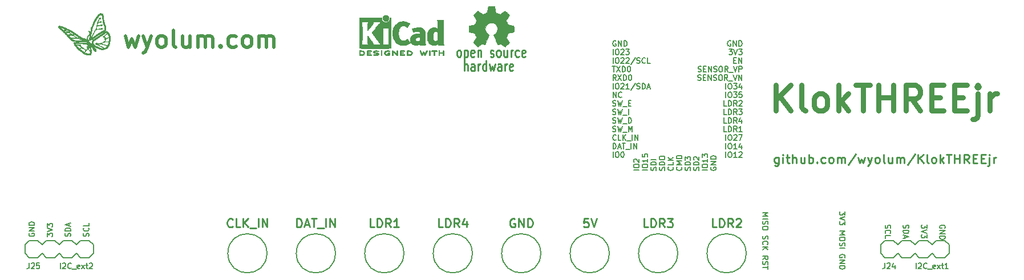
<source format=gto>
G04 #@! TF.GenerationSoftware,KiCad,Pcbnew,no-vcs-found-67ccf76~61~ubuntu16.04.1*
G04 #@! TF.CreationDate,2018-03-11T14:56:02+05:30*
G04 #@! TF.ProjectId,k3jr_controller,6B336A725F636F6E74726F6C6C65722E,rev 1*
G04 #@! TF.SameCoordinates,Original*
G04 #@! TF.FileFunction,Legend,Top*
G04 #@! TF.FilePolarity,Positive*
%FSLAX46Y46*%
G04 Gerber Fmt 4.6, Leading zero omitted, Abs format (unit mm)*
G04 Created by KiCad (PCBNEW no-vcs-found-67ccf76~61~ubuntu16.04.1) date Sun Mar 11 14:56:02 2018*
%MOMM*%
%LPD*%
G01*
G04 APERTURE LIST*
%ADD10C,0.254000*%
%ADD11C,0.150000*%
%ADD12C,0.508000*%
%ADD13C,0.762000*%
%ADD14C,0.002540*%
%ADD15C,0.152400*%
%ADD16C,0.010000*%
%ADD17C,1.450000*%
%ADD18O,1.900000X1.200000*%
%ADD19C,0.800000*%
%ADD20C,6.400000*%
%ADD21C,5.200000*%
%ADD22C,3.200000*%
%ADD23C,1.600000*%
%ADD24C,1.524000*%
%ADD25R,1.524000X1.524000*%
%ADD26C,1.800000*%
%ADD27O,1.000000X2.000000*%
%ADD28O,2.000000X1.000000*%
G04 APERTURE END LIST*
D10*
X124883333Y-84394523D02*
X124278571Y-84394523D01*
X124278571Y-83124523D01*
X125306666Y-84394523D02*
X125306666Y-83124523D01*
X125609047Y-83124523D01*
X125790476Y-83185000D01*
X125911428Y-83305952D01*
X125971904Y-83426904D01*
X126032380Y-83668809D01*
X126032380Y-83850238D01*
X125971904Y-84092142D01*
X125911428Y-84213095D01*
X125790476Y-84334047D01*
X125609047Y-84394523D01*
X125306666Y-84394523D01*
X127302380Y-84394523D02*
X126879047Y-83789761D01*
X126576666Y-84394523D02*
X126576666Y-83124523D01*
X127060476Y-83124523D01*
X127181428Y-83185000D01*
X127241904Y-83245476D01*
X127302380Y-83366428D01*
X127302380Y-83547857D01*
X127241904Y-83668809D01*
X127181428Y-83729285D01*
X127060476Y-83789761D01*
X126576666Y-83789761D01*
X128390952Y-83547857D02*
X128390952Y-84394523D01*
X128088571Y-83064047D02*
X127786190Y-83971190D01*
X128572380Y-83971190D01*
X146443095Y-83124523D02*
X145838333Y-83124523D01*
X145777857Y-83729285D01*
X145838333Y-83668809D01*
X145959285Y-83608333D01*
X146261666Y-83608333D01*
X146382619Y-83668809D01*
X146443095Y-83729285D01*
X146503571Y-83850238D01*
X146503571Y-84152619D01*
X146443095Y-84273571D01*
X146382619Y-84334047D01*
X146261666Y-84394523D01*
X145959285Y-84394523D01*
X145838333Y-84334047D01*
X145777857Y-84273571D01*
X146866428Y-83124523D02*
X147289761Y-84394523D01*
X147713095Y-83124523D01*
X165523333Y-84394523D02*
X164918571Y-84394523D01*
X164918571Y-83124523D01*
X165946666Y-84394523D02*
X165946666Y-83124523D01*
X166249047Y-83124523D01*
X166430476Y-83185000D01*
X166551428Y-83305952D01*
X166611904Y-83426904D01*
X166672380Y-83668809D01*
X166672380Y-83850238D01*
X166611904Y-84092142D01*
X166551428Y-84213095D01*
X166430476Y-84334047D01*
X166249047Y-84394523D01*
X165946666Y-84394523D01*
X167942380Y-84394523D02*
X167519047Y-83789761D01*
X167216666Y-84394523D02*
X167216666Y-83124523D01*
X167700476Y-83124523D01*
X167821428Y-83185000D01*
X167881904Y-83245476D01*
X167942380Y-83366428D01*
X167942380Y-83547857D01*
X167881904Y-83668809D01*
X167821428Y-83729285D01*
X167700476Y-83789761D01*
X167216666Y-83789761D01*
X168426190Y-83245476D02*
X168486666Y-83185000D01*
X168607619Y-83124523D01*
X168910000Y-83124523D01*
X169030952Y-83185000D01*
X169091428Y-83245476D01*
X169151904Y-83366428D01*
X169151904Y-83487380D01*
X169091428Y-83668809D01*
X168365714Y-84394523D01*
X169151904Y-84394523D01*
X103232857Y-84394523D02*
X103232857Y-83124523D01*
X103535238Y-83124523D01*
X103716666Y-83185000D01*
X103837619Y-83305952D01*
X103898095Y-83426904D01*
X103958571Y-83668809D01*
X103958571Y-83850238D01*
X103898095Y-84092142D01*
X103837619Y-84213095D01*
X103716666Y-84334047D01*
X103535238Y-84394523D01*
X103232857Y-84394523D01*
X104442380Y-84031666D02*
X105047142Y-84031666D01*
X104321428Y-84394523D02*
X104744761Y-83124523D01*
X105168095Y-84394523D01*
X105410000Y-83124523D02*
X106135714Y-83124523D01*
X105772857Y-84394523D02*
X105772857Y-83124523D01*
X106256666Y-84515476D02*
X107224285Y-84515476D01*
X107526666Y-84394523D02*
X107526666Y-83124523D01*
X108131428Y-84394523D02*
X108131428Y-83124523D01*
X108857142Y-84394523D01*
X108857142Y-83124523D01*
X135557380Y-83185000D02*
X135436428Y-83124523D01*
X135255000Y-83124523D01*
X135073571Y-83185000D01*
X134952619Y-83305952D01*
X134892142Y-83426904D01*
X134831666Y-83668809D01*
X134831666Y-83850238D01*
X134892142Y-84092142D01*
X134952619Y-84213095D01*
X135073571Y-84334047D01*
X135255000Y-84394523D01*
X135375952Y-84394523D01*
X135557380Y-84334047D01*
X135617857Y-84273571D01*
X135617857Y-83850238D01*
X135375952Y-83850238D01*
X136162142Y-84394523D02*
X136162142Y-83124523D01*
X136887857Y-84394523D01*
X136887857Y-83124523D01*
X137492619Y-84394523D02*
X137492619Y-83124523D01*
X137795000Y-83124523D01*
X137976428Y-83185000D01*
X138097380Y-83305952D01*
X138157857Y-83426904D01*
X138218333Y-83668809D01*
X138218333Y-83850238D01*
X138157857Y-84092142D01*
X138097380Y-84213095D01*
X137976428Y-84334047D01*
X137795000Y-84394523D01*
X137492619Y-84394523D01*
X114723333Y-84394523D02*
X114118571Y-84394523D01*
X114118571Y-83124523D01*
X115146666Y-84394523D02*
X115146666Y-83124523D01*
X115449047Y-83124523D01*
X115630476Y-83185000D01*
X115751428Y-83305952D01*
X115811904Y-83426904D01*
X115872380Y-83668809D01*
X115872380Y-83850238D01*
X115811904Y-84092142D01*
X115751428Y-84213095D01*
X115630476Y-84334047D01*
X115449047Y-84394523D01*
X115146666Y-84394523D01*
X117142380Y-84394523D02*
X116719047Y-83789761D01*
X116416666Y-84394523D02*
X116416666Y-83124523D01*
X116900476Y-83124523D01*
X117021428Y-83185000D01*
X117081904Y-83245476D01*
X117142380Y-83366428D01*
X117142380Y-83547857D01*
X117081904Y-83668809D01*
X117021428Y-83729285D01*
X116900476Y-83789761D01*
X116416666Y-83789761D01*
X118351904Y-84394523D02*
X117626190Y-84394523D01*
X117989047Y-84394523D02*
X117989047Y-83124523D01*
X117868095Y-83305952D01*
X117747142Y-83426904D01*
X117626190Y-83487380D01*
X155363333Y-84394523D02*
X154758571Y-84394523D01*
X154758571Y-83124523D01*
X155786666Y-84394523D02*
X155786666Y-83124523D01*
X156089047Y-83124523D01*
X156270476Y-83185000D01*
X156391428Y-83305952D01*
X156451904Y-83426904D01*
X156512380Y-83668809D01*
X156512380Y-83850238D01*
X156451904Y-84092142D01*
X156391428Y-84213095D01*
X156270476Y-84334047D01*
X156089047Y-84394523D01*
X155786666Y-84394523D01*
X157782380Y-84394523D02*
X157359047Y-83789761D01*
X157056666Y-84394523D02*
X157056666Y-83124523D01*
X157540476Y-83124523D01*
X157661428Y-83185000D01*
X157721904Y-83245476D01*
X157782380Y-83366428D01*
X157782380Y-83547857D01*
X157721904Y-83668809D01*
X157661428Y-83729285D01*
X157540476Y-83789761D01*
X157056666Y-83789761D01*
X158205714Y-83124523D02*
X158991904Y-83124523D01*
X158568571Y-83608333D01*
X158750000Y-83608333D01*
X158870952Y-83668809D01*
X158931428Y-83729285D01*
X158991904Y-83850238D01*
X158991904Y-84152619D01*
X158931428Y-84273571D01*
X158870952Y-84334047D01*
X158750000Y-84394523D01*
X158387142Y-84394523D01*
X158266190Y-84334047D01*
X158205714Y-84273571D01*
X93677619Y-84273571D02*
X93617142Y-84334047D01*
X93435714Y-84394523D01*
X93314761Y-84394523D01*
X93133333Y-84334047D01*
X93012380Y-84213095D01*
X92951904Y-84092142D01*
X92891428Y-83850238D01*
X92891428Y-83668809D01*
X92951904Y-83426904D01*
X93012380Y-83305952D01*
X93133333Y-83185000D01*
X93314761Y-83124523D01*
X93435714Y-83124523D01*
X93617142Y-83185000D01*
X93677619Y-83245476D01*
X94826666Y-84394523D02*
X94221904Y-84394523D01*
X94221904Y-83124523D01*
X95250000Y-84394523D02*
X95250000Y-83124523D01*
X95975714Y-84394523D02*
X95431428Y-83668809D01*
X95975714Y-83124523D02*
X95250000Y-83850238D01*
X96217619Y-84515476D02*
X97185238Y-84515476D01*
X97487619Y-84394523D02*
X97487619Y-83124523D01*
X98092380Y-84394523D02*
X98092380Y-83124523D01*
X98818095Y-84394523D01*
X98818095Y-83124523D01*
D11*
X150567023Y-56750000D02*
X150490833Y-56711904D01*
X150376547Y-56711904D01*
X150262261Y-56750000D01*
X150186071Y-56826190D01*
X150147976Y-56902380D01*
X150109880Y-57054761D01*
X150109880Y-57169047D01*
X150147976Y-57321428D01*
X150186071Y-57397619D01*
X150262261Y-57473809D01*
X150376547Y-57511904D01*
X150452738Y-57511904D01*
X150567023Y-57473809D01*
X150605119Y-57435714D01*
X150605119Y-57169047D01*
X150452738Y-57169047D01*
X150947976Y-57511904D02*
X150947976Y-56711904D01*
X151405119Y-57511904D01*
X151405119Y-56711904D01*
X151786071Y-57511904D02*
X151786071Y-56711904D01*
X151976547Y-56711904D01*
X152090833Y-56750000D01*
X152167023Y-56826190D01*
X152205119Y-56902380D01*
X152243214Y-57054761D01*
X152243214Y-57169047D01*
X152205119Y-57321428D01*
X152167023Y-57397619D01*
X152090833Y-57473809D01*
X151976547Y-57511904D01*
X151786071Y-57511904D01*
X150033690Y-60521904D02*
X150490833Y-60521904D01*
X150262261Y-61321904D02*
X150262261Y-60521904D01*
X150681309Y-60521904D02*
X151214642Y-61321904D01*
X151214642Y-60521904D02*
X150681309Y-61321904D01*
X151519404Y-61321904D02*
X151519404Y-60521904D01*
X151709880Y-60521904D01*
X151824166Y-60560000D01*
X151900357Y-60636190D01*
X151938452Y-60712380D01*
X151976547Y-60864761D01*
X151976547Y-60979047D01*
X151938452Y-61131428D01*
X151900357Y-61207619D01*
X151824166Y-61283809D01*
X151709880Y-61321904D01*
X151519404Y-61321904D01*
X152471785Y-60521904D02*
X152547976Y-60521904D01*
X152624166Y-60560000D01*
X152662261Y-60598095D01*
X152700357Y-60674285D01*
X152738452Y-60826666D01*
X152738452Y-61017142D01*
X152700357Y-61169523D01*
X152662261Y-61245714D01*
X152624166Y-61283809D01*
X152547976Y-61321904D01*
X152471785Y-61321904D01*
X152395595Y-61283809D01*
X152357500Y-61245714D01*
X152319404Y-61169523D01*
X152281309Y-61017142D01*
X152281309Y-60826666D01*
X152319404Y-60674285D01*
X152357500Y-60598095D01*
X152395595Y-60560000D01*
X152471785Y-60521904D01*
X150605119Y-62591904D02*
X150338452Y-62210952D01*
X150147976Y-62591904D02*
X150147976Y-61791904D01*
X150452738Y-61791904D01*
X150528928Y-61830000D01*
X150567023Y-61868095D01*
X150605119Y-61944285D01*
X150605119Y-62058571D01*
X150567023Y-62134761D01*
X150528928Y-62172857D01*
X150452738Y-62210952D01*
X150147976Y-62210952D01*
X150871785Y-61791904D02*
X151405119Y-62591904D01*
X151405119Y-61791904D02*
X150871785Y-62591904D01*
X151709880Y-62591904D02*
X151709880Y-61791904D01*
X151900357Y-61791904D01*
X152014642Y-61830000D01*
X152090833Y-61906190D01*
X152128928Y-61982380D01*
X152167023Y-62134761D01*
X152167023Y-62249047D01*
X152128928Y-62401428D01*
X152090833Y-62477619D01*
X152014642Y-62553809D01*
X151900357Y-62591904D01*
X151709880Y-62591904D01*
X152662261Y-61791904D02*
X152738452Y-61791904D01*
X152814642Y-61830000D01*
X152852738Y-61868095D01*
X152890833Y-61944285D01*
X152928928Y-62096666D01*
X152928928Y-62287142D01*
X152890833Y-62439523D01*
X152852738Y-62515714D01*
X152814642Y-62553809D01*
X152738452Y-62591904D01*
X152662261Y-62591904D01*
X152586071Y-62553809D01*
X152547976Y-62515714D01*
X152509880Y-62439523D01*
X152471785Y-62287142D01*
X152471785Y-62096666D01*
X152509880Y-61944285D01*
X152547976Y-61868095D01*
X152586071Y-61830000D01*
X152662261Y-61791904D01*
X150109880Y-66363809D02*
X150224166Y-66401904D01*
X150414642Y-66401904D01*
X150490833Y-66363809D01*
X150528928Y-66325714D01*
X150567023Y-66249523D01*
X150567023Y-66173333D01*
X150528928Y-66097142D01*
X150490833Y-66059047D01*
X150414642Y-66020952D01*
X150262261Y-65982857D01*
X150186071Y-65944761D01*
X150147976Y-65906666D01*
X150109880Y-65830476D01*
X150109880Y-65754285D01*
X150147976Y-65678095D01*
X150186071Y-65640000D01*
X150262261Y-65601904D01*
X150452738Y-65601904D01*
X150567023Y-65640000D01*
X150833690Y-65601904D02*
X151024166Y-66401904D01*
X151176547Y-65830476D01*
X151328928Y-66401904D01*
X151519404Y-65601904D01*
X151633690Y-66478095D02*
X152243214Y-66478095D01*
X152433690Y-65982857D02*
X152700357Y-65982857D01*
X152814642Y-66401904D02*
X152433690Y-66401904D01*
X152433690Y-65601904D01*
X152814642Y-65601904D01*
X150109880Y-67633809D02*
X150224166Y-67671904D01*
X150414642Y-67671904D01*
X150490833Y-67633809D01*
X150528928Y-67595714D01*
X150567023Y-67519523D01*
X150567023Y-67443333D01*
X150528928Y-67367142D01*
X150490833Y-67329047D01*
X150414642Y-67290952D01*
X150262261Y-67252857D01*
X150186071Y-67214761D01*
X150147976Y-67176666D01*
X150109880Y-67100476D01*
X150109880Y-67024285D01*
X150147976Y-66948095D01*
X150186071Y-66910000D01*
X150262261Y-66871904D01*
X150452738Y-66871904D01*
X150567023Y-66910000D01*
X150833690Y-66871904D02*
X151024166Y-67671904D01*
X151176547Y-67100476D01*
X151328928Y-67671904D01*
X151519404Y-66871904D01*
X151633690Y-67748095D02*
X152243214Y-67748095D01*
X152433690Y-67671904D02*
X152433690Y-66871904D01*
X150109880Y-68903809D02*
X150224166Y-68941904D01*
X150414642Y-68941904D01*
X150490833Y-68903809D01*
X150528928Y-68865714D01*
X150567023Y-68789523D01*
X150567023Y-68713333D01*
X150528928Y-68637142D01*
X150490833Y-68599047D01*
X150414642Y-68560952D01*
X150262261Y-68522857D01*
X150186071Y-68484761D01*
X150147976Y-68446666D01*
X150109880Y-68370476D01*
X150109880Y-68294285D01*
X150147976Y-68218095D01*
X150186071Y-68180000D01*
X150262261Y-68141904D01*
X150452738Y-68141904D01*
X150567023Y-68180000D01*
X150833690Y-68141904D02*
X151024166Y-68941904D01*
X151176547Y-68370476D01*
X151328928Y-68941904D01*
X151519404Y-68141904D01*
X151633690Y-69018095D02*
X152243214Y-69018095D01*
X152433690Y-68941904D02*
X152433690Y-68141904D01*
X152624166Y-68141904D01*
X152738452Y-68180000D01*
X152814642Y-68256190D01*
X152852738Y-68332380D01*
X152890833Y-68484761D01*
X152890833Y-68599047D01*
X152852738Y-68751428D01*
X152814642Y-68827619D01*
X152738452Y-68903809D01*
X152624166Y-68941904D01*
X152433690Y-68941904D01*
X150109880Y-70173809D02*
X150224166Y-70211904D01*
X150414642Y-70211904D01*
X150490833Y-70173809D01*
X150528928Y-70135714D01*
X150567023Y-70059523D01*
X150567023Y-69983333D01*
X150528928Y-69907142D01*
X150490833Y-69869047D01*
X150414642Y-69830952D01*
X150262261Y-69792857D01*
X150186071Y-69754761D01*
X150147976Y-69716666D01*
X150109880Y-69640476D01*
X150109880Y-69564285D01*
X150147976Y-69488095D01*
X150186071Y-69450000D01*
X150262261Y-69411904D01*
X150452738Y-69411904D01*
X150567023Y-69450000D01*
X150833690Y-69411904D02*
X151024166Y-70211904D01*
X151176547Y-69640476D01*
X151328928Y-70211904D01*
X151519404Y-69411904D01*
X151633690Y-70288095D02*
X152243214Y-70288095D01*
X152433690Y-70211904D02*
X152433690Y-69411904D01*
X152700357Y-69983333D01*
X152967023Y-69411904D01*
X152967023Y-70211904D01*
X150605119Y-71405714D02*
X150567023Y-71443809D01*
X150452738Y-71481904D01*
X150376547Y-71481904D01*
X150262261Y-71443809D01*
X150186071Y-71367619D01*
X150147976Y-71291428D01*
X150109880Y-71139047D01*
X150109880Y-71024761D01*
X150147976Y-70872380D01*
X150186071Y-70796190D01*
X150262261Y-70720000D01*
X150376547Y-70681904D01*
X150452738Y-70681904D01*
X150567023Y-70720000D01*
X150605119Y-70758095D01*
X151328928Y-71481904D02*
X150947976Y-71481904D01*
X150947976Y-70681904D01*
X151595595Y-71481904D02*
X151595595Y-70681904D01*
X152052738Y-71481904D02*
X151709880Y-71024761D01*
X152052738Y-70681904D02*
X151595595Y-71139047D01*
X152205119Y-71558095D02*
X152814642Y-71558095D01*
X153005119Y-71481904D02*
X153005119Y-70681904D01*
X153386071Y-71481904D02*
X153386071Y-70681904D01*
X153843214Y-71481904D01*
X153843214Y-70681904D01*
X150147976Y-72751904D02*
X150147976Y-71951904D01*
X150338452Y-71951904D01*
X150452738Y-71990000D01*
X150528928Y-72066190D01*
X150567023Y-72142380D01*
X150605119Y-72294761D01*
X150605119Y-72409047D01*
X150567023Y-72561428D01*
X150528928Y-72637619D01*
X150452738Y-72713809D01*
X150338452Y-72751904D01*
X150147976Y-72751904D01*
X150909880Y-72523333D02*
X151290833Y-72523333D01*
X150833690Y-72751904D02*
X151100357Y-71951904D01*
X151367023Y-72751904D01*
X151519404Y-71951904D02*
X151976547Y-71951904D01*
X151747976Y-72751904D02*
X151747976Y-71951904D01*
X152052738Y-72828095D02*
X152662261Y-72828095D01*
X152852738Y-72751904D02*
X152852738Y-71951904D01*
X153233690Y-72751904D02*
X153233690Y-71951904D01*
X153690833Y-72751904D01*
X153690833Y-71951904D01*
X150147976Y-74021904D02*
X150147976Y-73221904D01*
X150681309Y-73221904D02*
X150833690Y-73221904D01*
X150909880Y-73260000D01*
X150986071Y-73336190D01*
X151024166Y-73488571D01*
X151024166Y-73755238D01*
X150986071Y-73907619D01*
X150909880Y-73983809D01*
X150833690Y-74021904D01*
X150681309Y-74021904D01*
X150605119Y-73983809D01*
X150528928Y-73907619D01*
X150490833Y-73755238D01*
X150490833Y-73488571D01*
X150528928Y-73336190D01*
X150605119Y-73260000D01*
X150681309Y-73221904D01*
X151519404Y-73221904D02*
X151595595Y-73221904D01*
X151671785Y-73260000D01*
X151709880Y-73298095D01*
X151747976Y-73374285D01*
X151786071Y-73526666D01*
X151786071Y-73717142D01*
X151747976Y-73869523D01*
X151709880Y-73945714D01*
X151671785Y-73983809D01*
X151595595Y-74021904D01*
X151519404Y-74021904D01*
X151443214Y-73983809D01*
X151405119Y-73945714D01*
X151367023Y-73869523D01*
X151328928Y-73717142D01*
X151328928Y-73526666D01*
X151367023Y-73374285D01*
X151405119Y-73298095D01*
X151443214Y-73260000D01*
X151519404Y-73221904D01*
X155301904Y-75912023D02*
X154501904Y-75912023D01*
X154501904Y-75378690D02*
X154501904Y-75226309D01*
X154540000Y-75150119D01*
X154616190Y-75073928D01*
X154768571Y-75035833D01*
X155035238Y-75035833D01*
X155187619Y-75073928D01*
X155263809Y-75150119D01*
X155301904Y-75226309D01*
X155301904Y-75378690D01*
X155263809Y-75454880D01*
X155187619Y-75531071D01*
X155035238Y-75569166D01*
X154768571Y-75569166D01*
X154616190Y-75531071D01*
X154540000Y-75454880D01*
X154501904Y-75378690D01*
X155301904Y-74273928D02*
X155301904Y-74731071D01*
X155301904Y-74502500D02*
X154501904Y-74502500D01*
X154616190Y-74578690D01*
X154692380Y-74654880D01*
X154730476Y-74731071D01*
X154501904Y-73550119D02*
X154501904Y-73931071D01*
X154882857Y-73969166D01*
X154844761Y-73931071D01*
X154806666Y-73854880D01*
X154806666Y-73664404D01*
X154844761Y-73588214D01*
X154882857Y-73550119D01*
X154959047Y-73512023D01*
X155149523Y-73512023D01*
X155225714Y-73550119D01*
X155263809Y-73588214D01*
X155301904Y-73664404D01*
X155301904Y-73854880D01*
X155263809Y-73931071D01*
X155225714Y-73969166D01*
X164191904Y-75912023D02*
X163391904Y-75912023D01*
X163391904Y-75378690D02*
X163391904Y-75226309D01*
X163430000Y-75150119D01*
X163506190Y-75073928D01*
X163658571Y-75035833D01*
X163925238Y-75035833D01*
X164077619Y-75073928D01*
X164153809Y-75150119D01*
X164191904Y-75226309D01*
X164191904Y-75378690D01*
X164153809Y-75454880D01*
X164077619Y-75531071D01*
X163925238Y-75569166D01*
X163658571Y-75569166D01*
X163506190Y-75531071D01*
X163430000Y-75454880D01*
X163391904Y-75378690D01*
X164191904Y-74273928D02*
X164191904Y-74731071D01*
X164191904Y-74502500D02*
X163391904Y-74502500D01*
X163506190Y-74578690D01*
X163582380Y-74654880D01*
X163620476Y-74731071D01*
X163391904Y-74007261D02*
X163391904Y-73512023D01*
X163696666Y-73778690D01*
X163696666Y-73664404D01*
X163734761Y-73588214D01*
X163772857Y-73550119D01*
X163849047Y-73512023D01*
X164039523Y-73512023D01*
X164115714Y-73550119D01*
X164153809Y-73588214D01*
X164191904Y-73664404D01*
X164191904Y-73892976D01*
X164153809Y-73969166D01*
X164115714Y-74007261D01*
X164700000Y-75492976D02*
X164661904Y-75569166D01*
X164661904Y-75683452D01*
X164700000Y-75797738D01*
X164776190Y-75873928D01*
X164852380Y-75912023D01*
X165004761Y-75950119D01*
X165119047Y-75950119D01*
X165271428Y-75912023D01*
X165347619Y-75873928D01*
X165423809Y-75797738D01*
X165461904Y-75683452D01*
X165461904Y-75607261D01*
X165423809Y-75492976D01*
X165385714Y-75454880D01*
X165119047Y-75454880D01*
X165119047Y-75607261D01*
X165461904Y-75112023D02*
X164661904Y-75112023D01*
X165461904Y-74654880D01*
X164661904Y-74654880D01*
X165461904Y-74273928D02*
X164661904Y-74273928D01*
X164661904Y-74083452D01*
X164700000Y-73969166D01*
X164776190Y-73892976D01*
X164852380Y-73854880D01*
X165004761Y-73816785D01*
X165119047Y-73816785D01*
X165271428Y-73854880D01*
X165347619Y-73892976D01*
X165423809Y-73969166D01*
X165461904Y-74083452D01*
X165461904Y-74273928D01*
X167009404Y-70211904D02*
X166628452Y-70211904D01*
X166628452Y-69411904D01*
X167276071Y-70211904D02*
X167276071Y-69411904D01*
X167466547Y-69411904D01*
X167580833Y-69450000D01*
X167657023Y-69526190D01*
X167695119Y-69602380D01*
X167733214Y-69754761D01*
X167733214Y-69869047D01*
X167695119Y-70021428D01*
X167657023Y-70097619D01*
X167580833Y-70173809D01*
X167466547Y-70211904D01*
X167276071Y-70211904D01*
X168533214Y-70211904D02*
X168266547Y-69830952D01*
X168076071Y-70211904D02*
X168076071Y-69411904D01*
X168380833Y-69411904D01*
X168457023Y-69450000D01*
X168495119Y-69488095D01*
X168533214Y-69564285D01*
X168533214Y-69678571D01*
X168495119Y-69754761D01*
X168457023Y-69792857D01*
X168380833Y-69830952D01*
X168076071Y-69830952D01*
X169295119Y-70211904D02*
X168837976Y-70211904D01*
X169066547Y-70211904D02*
X169066547Y-69411904D01*
X168990357Y-69526190D01*
X168914166Y-69602380D01*
X168837976Y-69640476D01*
X167009404Y-68941904D02*
X166628452Y-68941904D01*
X166628452Y-68141904D01*
X167276071Y-68941904D02*
X167276071Y-68141904D01*
X167466547Y-68141904D01*
X167580833Y-68180000D01*
X167657023Y-68256190D01*
X167695119Y-68332380D01*
X167733214Y-68484761D01*
X167733214Y-68599047D01*
X167695119Y-68751428D01*
X167657023Y-68827619D01*
X167580833Y-68903809D01*
X167466547Y-68941904D01*
X167276071Y-68941904D01*
X168533214Y-68941904D02*
X168266547Y-68560952D01*
X168076071Y-68941904D02*
X168076071Y-68141904D01*
X168380833Y-68141904D01*
X168457023Y-68180000D01*
X168495119Y-68218095D01*
X168533214Y-68294285D01*
X168533214Y-68408571D01*
X168495119Y-68484761D01*
X168457023Y-68522857D01*
X168380833Y-68560952D01*
X168076071Y-68560952D01*
X169218928Y-68408571D02*
X169218928Y-68941904D01*
X169028452Y-68103809D02*
X168837976Y-68675238D01*
X169333214Y-68675238D01*
X167009404Y-67671904D02*
X166628452Y-67671904D01*
X166628452Y-66871904D01*
X167276071Y-67671904D02*
X167276071Y-66871904D01*
X167466547Y-66871904D01*
X167580833Y-66910000D01*
X167657023Y-66986190D01*
X167695119Y-67062380D01*
X167733214Y-67214761D01*
X167733214Y-67329047D01*
X167695119Y-67481428D01*
X167657023Y-67557619D01*
X167580833Y-67633809D01*
X167466547Y-67671904D01*
X167276071Y-67671904D01*
X168533214Y-67671904D02*
X168266547Y-67290952D01*
X168076071Y-67671904D02*
X168076071Y-66871904D01*
X168380833Y-66871904D01*
X168457023Y-66910000D01*
X168495119Y-66948095D01*
X168533214Y-67024285D01*
X168533214Y-67138571D01*
X168495119Y-67214761D01*
X168457023Y-67252857D01*
X168380833Y-67290952D01*
X168076071Y-67290952D01*
X168799880Y-66871904D02*
X169295119Y-66871904D01*
X169028452Y-67176666D01*
X169142738Y-67176666D01*
X169218928Y-67214761D01*
X169257023Y-67252857D01*
X169295119Y-67329047D01*
X169295119Y-67519523D01*
X169257023Y-67595714D01*
X169218928Y-67633809D01*
X169142738Y-67671904D01*
X168914166Y-67671904D01*
X168837976Y-67633809D01*
X168799880Y-67595714D01*
X167009404Y-66401904D02*
X166628452Y-66401904D01*
X166628452Y-65601904D01*
X167276071Y-66401904D02*
X167276071Y-65601904D01*
X167466547Y-65601904D01*
X167580833Y-65640000D01*
X167657023Y-65716190D01*
X167695119Y-65792380D01*
X167733214Y-65944761D01*
X167733214Y-66059047D01*
X167695119Y-66211428D01*
X167657023Y-66287619D01*
X167580833Y-66363809D01*
X167466547Y-66401904D01*
X167276071Y-66401904D01*
X168533214Y-66401904D02*
X168266547Y-66020952D01*
X168076071Y-66401904D02*
X168076071Y-65601904D01*
X168380833Y-65601904D01*
X168457023Y-65640000D01*
X168495119Y-65678095D01*
X168533214Y-65754285D01*
X168533214Y-65868571D01*
X168495119Y-65944761D01*
X168457023Y-65982857D01*
X168380833Y-66020952D01*
X168076071Y-66020952D01*
X168837976Y-65678095D02*
X168876071Y-65640000D01*
X168952261Y-65601904D01*
X169142738Y-65601904D01*
X169218928Y-65640000D01*
X169257023Y-65678095D01*
X169295119Y-65754285D01*
X169295119Y-65830476D01*
X169257023Y-65944761D01*
X168799880Y-66401904D01*
X169295119Y-66401904D01*
X166895119Y-65131904D02*
X166895119Y-64331904D01*
X167428452Y-64331904D02*
X167580833Y-64331904D01*
X167657023Y-64370000D01*
X167733214Y-64446190D01*
X167771309Y-64598571D01*
X167771309Y-64865238D01*
X167733214Y-65017619D01*
X167657023Y-65093809D01*
X167580833Y-65131904D01*
X167428452Y-65131904D01*
X167352261Y-65093809D01*
X167276071Y-65017619D01*
X167237976Y-64865238D01*
X167237976Y-64598571D01*
X167276071Y-64446190D01*
X167352261Y-64370000D01*
X167428452Y-64331904D01*
X168037976Y-64331904D02*
X168533214Y-64331904D01*
X168266547Y-64636666D01*
X168380833Y-64636666D01*
X168457023Y-64674761D01*
X168495119Y-64712857D01*
X168533214Y-64789047D01*
X168533214Y-64979523D01*
X168495119Y-65055714D01*
X168457023Y-65093809D01*
X168380833Y-65131904D01*
X168152261Y-65131904D01*
X168076071Y-65093809D01*
X168037976Y-65055714D01*
X169257023Y-64331904D02*
X168876071Y-64331904D01*
X168837976Y-64712857D01*
X168876071Y-64674761D01*
X168952261Y-64636666D01*
X169142738Y-64636666D01*
X169218928Y-64674761D01*
X169257023Y-64712857D01*
X169295119Y-64789047D01*
X169295119Y-64979523D01*
X169257023Y-65055714D01*
X169218928Y-65093809D01*
X169142738Y-65131904D01*
X168952261Y-65131904D01*
X168876071Y-65093809D01*
X168837976Y-65055714D01*
X166895119Y-63861904D02*
X166895119Y-63061904D01*
X167428452Y-63061904D02*
X167580833Y-63061904D01*
X167657023Y-63100000D01*
X167733214Y-63176190D01*
X167771309Y-63328571D01*
X167771309Y-63595238D01*
X167733214Y-63747619D01*
X167657023Y-63823809D01*
X167580833Y-63861904D01*
X167428452Y-63861904D01*
X167352261Y-63823809D01*
X167276071Y-63747619D01*
X167237976Y-63595238D01*
X167237976Y-63328571D01*
X167276071Y-63176190D01*
X167352261Y-63100000D01*
X167428452Y-63061904D01*
X168037976Y-63061904D02*
X168533214Y-63061904D01*
X168266547Y-63366666D01*
X168380833Y-63366666D01*
X168457023Y-63404761D01*
X168495119Y-63442857D01*
X168533214Y-63519047D01*
X168533214Y-63709523D01*
X168495119Y-63785714D01*
X168457023Y-63823809D01*
X168380833Y-63861904D01*
X168152261Y-63861904D01*
X168076071Y-63823809D01*
X168037976Y-63785714D01*
X169218928Y-63328571D02*
X169218928Y-63861904D01*
X169028452Y-63023809D02*
X168837976Y-63595238D01*
X169333214Y-63595238D01*
X168076071Y-59632857D02*
X168342738Y-59632857D01*
X168457023Y-60051904D02*
X168076071Y-60051904D01*
X168076071Y-59251904D01*
X168457023Y-59251904D01*
X168799880Y-60051904D02*
X168799880Y-59251904D01*
X169257023Y-60051904D01*
X169257023Y-59251904D01*
X167618928Y-56750000D02*
X167542738Y-56711904D01*
X167428452Y-56711904D01*
X167314166Y-56750000D01*
X167237976Y-56826190D01*
X167199880Y-56902380D01*
X167161785Y-57054761D01*
X167161785Y-57169047D01*
X167199880Y-57321428D01*
X167237976Y-57397619D01*
X167314166Y-57473809D01*
X167428452Y-57511904D01*
X167504642Y-57511904D01*
X167618928Y-57473809D01*
X167657023Y-57435714D01*
X167657023Y-57169047D01*
X167504642Y-57169047D01*
X167999880Y-57511904D02*
X167999880Y-56711904D01*
X168457023Y-57511904D01*
X168457023Y-56711904D01*
X168837976Y-57511904D02*
X168837976Y-56711904D01*
X169028452Y-56711904D01*
X169142738Y-56750000D01*
X169218928Y-56826190D01*
X169257023Y-56902380D01*
X169295119Y-57054761D01*
X169295119Y-57169047D01*
X169257023Y-57321428D01*
X169218928Y-57397619D01*
X169142738Y-57473809D01*
X169028452Y-57511904D01*
X168837976Y-57511904D01*
X167352261Y-57981904D02*
X167847500Y-57981904D01*
X167580833Y-58286666D01*
X167695119Y-58286666D01*
X167771309Y-58324761D01*
X167809404Y-58362857D01*
X167847500Y-58439047D01*
X167847500Y-58629523D01*
X167809404Y-58705714D01*
X167771309Y-58743809D01*
X167695119Y-58781904D01*
X167466547Y-58781904D01*
X167390357Y-58743809D01*
X167352261Y-58705714D01*
X168076071Y-57981904D02*
X168342738Y-58781904D01*
X168609404Y-57981904D01*
X168799880Y-57981904D02*
X169295119Y-57981904D01*
X169028452Y-58286666D01*
X169142738Y-58286666D01*
X169218928Y-58324761D01*
X169257023Y-58362857D01*
X169295119Y-58439047D01*
X169295119Y-58629523D01*
X169257023Y-58705714D01*
X169218928Y-58743809D01*
X169142738Y-58781904D01*
X168914166Y-58781904D01*
X168837976Y-58743809D01*
X168799880Y-58705714D01*
D12*
X77772380Y-55970714D02*
X78256190Y-57664047D01*
X78740000Y-56454523D01*
X79223809Y-57664047D01*
X79707619Y-55970714D01*
X80433333Y-55970714D02*
X81038095Y-57664047D01*
X81642857Y-55970714D02*
X81038095Y-57664047D01*
X80796190Y-58268809D01*
X80675238Y-58389761D01*
X80433333Y-58510714D01*
X82973333Y-57664047D02*
X82731428Y-57543095D01*
X82610476Y-57422142D01*
X82489523Y-57180238D01*
X82489523Y-56454523D01*
X82610476Y-56212619D01*
X82731428Y-56091666D01*
X82973333Y-55970714D01*
X83336190Y-55970714D01*
X83578095Y-56091666D01*
X83699047Y-56212619D01*
X83820000Y-56454523D01*
X83820000Y-57180238D01*
X83699047Y-57422142D01*
X83578095Y-57543095D01*
X83336190Y-57664047D01*
X82973333Y-57664047D01*
X85271428Y-57664047D02*
X85029523Y-57543095D01*
X84908571Y-57301190D01*
X84908571Y-55124047D01*
X87327619Y-55970714D02*
X87327619Y-57664047D01*
X86239047Y-55970714D02*
X86239047Y-57301190D01*
X86360000Y-57543095D01*
X86601904Y-57664047D01*
X86964761Y-57664047D01*
X87206666Y-57543095D01*
X87327619Y-57422142D01*
X88537142Y-57664047D02*
X88537142Y-55970714D01*
X88537142Y-56212619D02*
X88658095Y-56091666D01*
X88900000Y-55970714D01*
X89262857Y-55970714D01*
X89504761Y-56091666D01*
X89625714Y-56333571D01*
X89625714Y-57664047D01*
X89625714Y-56333571D02*
X89746666Y-56091666D01*
X89988571Y-55970714D01*
X90351428Y-55970714D01*
X90593333Y-56091666D01*
X90714285Y-56333571D01*
X90714285Y-57664047D01*
X91923809Y-57422142D02*
X92044761Y-57543095D01*
X91923809Y-57664047D01*
X91802857Y-57543095D01*
X91923809Y-57422142D01*
X91923809Y-57664047D01*
X94221904Y-57543095D02*
X93980000Y-57664047D01*
X93496190Y-57664047D01*
X93254285Y-57543095D01*
X93133333Y-57422142D01*
X93012380Y-57180238D01*
X93012380Y-56454523D01*
X93133333Y-56212619D01*
X93254285Y-56091666D01*
X93496190Y-55970714D01*
X93980000Y-55970714D01*
X94221904Y-56091666D01*
X95673333Y-57664047D02*
X95431428Y-57543095D01*
X95310476Y-57422142D01*
X95189523Y-57180238D01*
X95189523Y-56454523D01*
X95310476Y-56212619D01*
X95431428Y-56091666D01*
X95673333Y-55970714D01*
X96036190Y-55970714D01*
X96278095Y-56091666D01*
X96399047Y-56212619D01*
X96520000Y-56454523D01*
X96520000Y-57180238D01*
X96399047Y-57422142D01*
X96278095Y-57543095D01*
X96036190Y-57664047D01*
X95673333Y-57664047D01*
X97608571Y-57664047D02*
X97608571Y-55970714D01*
X97608571Y-56212619D02*
X97729523Y-56091666D01*
X97971428Y-55970714D01*
X98334285Y-55970714D01*
X98576190Y-56091666D01*
X98697142Y-56333571D01*
X98697142Y-57664047D01*
X98697142Y-56333571D02*
X98818095Y-56091666D01*
X99060000Y-55970714D01*
X99422857Y-55970714D01*
X99664761Y-56091666D01*
X99785714Y-56333571D01*
X99785714Y-57664047D01*
D10*
X127208642Y-59109428D02*
X127099785Y-59036857D01*
X127045357Y-58964285D01*
X126990928Y-58819142D01*
X126990928Y-58383714D01*
X127045357Y-58238571D01*
X127099785Y-58166000D01*
X127208642Y-58093428D01*
X127371928Y-58093428D01*
X127480785Y-58166000D01*
X127535214Y-58238571D01*
X127589642Y-58383714D01*
X127589642Y-58819142D01*
X127535214Y-58964285D01*
X127480785Y-59036857D01*
X127371928Y-59109428D01*
X127208642Y-59109428D01*
X128079500Y-58093428D02*
X128079500Y-59617428D01*
X128079500Y-58166000D02*
X128188357Y-58093428D01*
X128406071Y-58093428D01*
X128514928Y-58166000D01*
X128569357Y-58238571D01*
X128623785Y-58383714D01*
X128623785Y-58819142D01*
X128569357Y-58964285D01*
X128514928Y-59036857D01*
X128406071Y-59109428D01*
X128188357Y-59109428D01*
X128079500Y-59036857D01*
X129549071Y-59036857D02*
X129440214Y-59109428D01*
X129222500Y-59109428D01*
X129113642Y-59036857D01*
X129059214Y-58891714D01*
X129059214Y-58311142D01*
X129113642Y-58166000D01*
X129222500Y-58093428D01*
X129440214Y-58093428D01*
X129549071Y-58166000D01*
X129603500Y-58311142D01*
X129603500Y-58456285D01*
X129059214Y-58601428D01*
X130093357Y-58093428D02*
X130093357Y-59109428D01*
X130093357Y-58238571D02*
X130147785Y-58166000D01*
X130256642Y-58093428D01*
X130419928Y-58093428D01*
X130528785Y-58166000D01*
X130583214Y-58311142D01*
X130583214Y-59109428D01*
X131943928Y-59036857D02*
X132052785Y-59109428D01*
X132270500Y-59109428D01*
X132379357Y-59036857D01*
X132433785Y-58891714D01*
X132433785Y-58819142D01*
X132379357Y-58674000D01*
X132270500Y-58601428D01*
X132107214Y-58601428D01*
X131998357Y-58528857D01*
X131943928Y-58383714D01*
X131943928Y-58311142D01*
X131998357Y-58166000D01*
X132107214Y-58093428D01*
X132270500Y-58093428D01*
X132379357Y-58166000D01*
X133086928Y-59109428D02*
X132978071Y-59036857D01*
X132923642Y-58964285D01*
X132869214Y-58819142D01*
X132869214Y-58383714D01*
X132923642Y-58238571D01*
X132978071Y-58166000D01*
X133086928Y-58093428D01*
X133250214Y-58093428D01*
X133359071Y-58166000D01*
X133413500Y-58238571D01*
X133467928Y-58383714D01*
X133467928Y-58819142D01*
X133413500Y-58964285D01*
X133359071Y-59036857D01*
X133250214Y-59109428D01*
X133086928Y-59109428D01*
X134447642Y-58093428D02*
X134447642Y-59109428D01*
X133957785Y-58093428D02*
X133957785Y-58891714D01*
X134012214Y-59036857D01*
X134121071Y-59109428D01*
X134284357Y-59109428D01*
X134393214Y-59036857D01*
X134447642Y-58964285D01*
X134991928Y-59109428D02*
X134991928Y-58093428D01*
X134991928Y-58383714D02*
X135046357Y-58238571D01*
X135100785Y-58166000D01*
X135209642Y-58093428D01*
X135318500Y-58093428D01*
X136189357Y-59036857D02*
X136080500Y-59109428D01*
X135862785Y-59109428D01*
X135753928Y-59036857D01*
X135699500Y-58964285D01*
X135645071Y-58819142D01*
X135645071Y-58383714D01*
X135699500Y-58238571D01*
X135753928Y-58166000D01*
X135862785Y-58093428D01*
X136080500Y-58093428D01*
X136189357Y-58166000D01*
X137114642Y-59036857D02*
X137005785Y-59109428D01*
X136788071Y-59109428D01*
X136679214Y-59036857D01*
X136624785Y-58891714D01*
X136624785Y-58311142D01*
X136679214Y-58166000D01*
X136788071Y-58093428D01*
X137005785Y-58093428D01*
X137114642Y-58166000D01*
X137169071Y-58311142D01*
X137169071Y-58456285D01*
X136624785Y-58601428D01*
X128081314Y-61166828D02*
X128081314Y-59642828D01*
X128571171Y-61166828D02*
X128571171Y-60368542D01*
X128516742Y-60223400D01*
X128407885Y-60150828D01*
X128244600Y-60150828D01*
X128135742Y-60223400D01*
X128081314Y-60295971D01*
X129605314Y-61166828D02*
X129605314Y-60368542D01*
X129550885Y-60223400D01*
X129442028Y-60150828D01*
X129224314Y-60150828D01*
X129115457Y-60223400D01*
X129605314Y-61094257D02*
X129496457Y-61166828D01*
X129224314Y-61166828D01*
X129115457Y-61094257D01*
X129061028Y-60949114D01*
X129061028Y-60803971D01*
X129115457Y-60658828D01*
X129224314Y-60586257D01*
X129496457Y-60586257D01*
X129605314Y-60513685D01*
X130149600Y-61166828D02*
X130149600Y-60150828D01*
X130149600Y-60441114D02*
X130204028Y-60295971D01*
X130258457Y-60223400D01*
X130367314Y-60150828D01*
X130476171Y-60150828D01*
X131347028Y-61166828D02*
X131347028Y-59642828D01*
X131347028Y-61094257D02*
X131238171Y-61166828D01*
X131020457Y-61166828D01*
X130911600Y-61094257D01*
X130857171Y-61021685D01*
X130802742Y-60876542D01*
X130802742Y-60441114D01*
X130857171Y-60295971D01*
X130911600Y-60223400D01*
X131020457Y-60150828D01*
X131238171Y-60150828D01*
X131347028Y-60223400D01*
X131782457Y-60150828D02*
X132000171Y-61166828D01*
X132217885Y-60441114D01*
X132435600Y-61166828D01*
X132653314Y-60150828D01*
X133578600Y-61166828D02*
X133578600Y-60368542D01*
X133524171Y-60223400D01*
X133415314Y-60150828D01*
X133197600Y-60150828D01*
X133088742Y-60223400D01*
X133578600Y-61094257D02*
X133469742Y-61166828D01*
X133197600Y-61166828D01*
X133088742Y-61094257D01*
X133034314Y-60949114D01*
X133034314Y-60803971D01*
X133088742Y-60658828D01*
X133197600Y-60586257D01*
X133469742Y-60586257D01*
X133578600Y-60513685D01*
X134122885Y-61166828D02*
X134122885Y-60150828D01*
X134122885Y-60441114D02*
X134177314Y-60295971D01*
X134231742Y-60223400D01*
X134340600Y-60150828D01*
X134449457Y-60150828D01*
X135265885Y-61094257D02*
X135157028Y-61166828D01*
X134939314Y-61166828D01*
X134830457Y-61094257D01*
X134776028Y-60949114D01*
X134776028Y-60368542D01*
X134830457Y-60223400D01*
X134939314Y-60150828D01*
X135157028Y-60150828D01*
X135265885Y-60223400D01*
X135320314Y-60368542D01*
X135320314Y-60513685D01*
X134776028Y-60658828D01*
D11*
X150147976Y-58781904D02*
X150147976Y-57981904D01*
X150681309Y-57981904D02*
X150833690Y-57981904D01*
X150909880Y-58020000D01*
X150986071Y-58096190D01*
X151024166Y-58248571D01*
X151024166Y-58515238D01*
X150986071Y-58667619D01*
X150909880Y-58743809D01*
X150833690Y-58781904D01*
X150681309Y-58781904D01*
X150605119Y-58743809D01*
X150528928Y-58667619D01*
X150490833Y-58515238D01*
X150490833Y-58248571D01*
X150528928Y-58096190D01*
X150605119Y-58020000D01*
X150681309Y-57981904D01*
X151328928Y-58058095D02*
X151367023Y-58020000D01*
X151443214Y-57981904D01*
X151633690Y-57981904D01*
X151709880Y-58020000D01*
X151747976Y-58058095D01*
X151786071Y-58134285D01*
X151786071Y-58210476D01*
X151747976Y-58324761D01*
X151290833Y-58781904D01*
X151786071Y-58781904D01*
X152052738Y-57981904D02*
X152547976Y-57981904D01*
X152281309Y-58286666D01*
X152395595Y-58286666D01*
X152471785Y-58324761D01*
X152509880Y-58362857D01*
X152547976Y-58439047D01*
X152547976Y-58629523D01*
X152509880Y-58705714D01*
X152471785Y-58743809D01*
X152395595Y-58781904D01*
X152167023Y-58781904D01*
X152090833Y-58743809D01*
X152052738Y-58705714D01*
X150147976Y-60051904D02*
X150147976Y-59251904D01*
X150681309Y-59251904D02*
X150833690Y-59251904D01*
X150909880Y-59290000D01*
X150986071Y-59366190D01*
X151024166Y-59518571D01*
X151024166Y-59785238D01*
X150986071Y-59937619D01*
X150909880Y-60013809D01*
X150833690Y-60051904D01*
X150681309Y-60051904D01*
X150605119Y-60013809D01*
X150528928Y-59937619D01*
X150490833Y-59785238D01*
X150490833Y-59518571D01*
X150528928Y-59366190D01*
X150605119Y-59290000D01*
X150681309Y-59251904D01*
X151328928Y-59328095D02*
X151367023Y-59290000D01*
X151443214Y-59251904D01*
X151633690Y-59251904D01*
X151709880Y-59290000D01*
X151747976Y-59328095D01*
X151786071Y-59404285D01*
X151786071Y-59480476D01*
X151747976Y-59594761D01*
X151290833Y-60051904D01*
X151786071Y-60051904D01*
X152090833Y-59328095D02*
X152128928Y-59290000D01*
X152205119Y-59251904D01*
X152395595Y-59251904D01*
X152471785Y-59290000D01*
X152509880Y-59328095D01*
X152547976Y-59404285D01*
X152547976Y-59480476D01*
X152509880Y-59594761D01*
X152052738Y-60051904D01*
X152547976Y-60051904D01*
X153462261Y-59213809D02*
X152776547Y-60242380D01*
X153690833Y-60013809D02*
X153805119Y-60051904D01*
X153995595Y-60051904D01*
X154071785Y-60013809D01*
X154109880Y-59975714D01*
X154147976Y-59899523D01*
X154147976Y-59823333D01*
X154109880Y-59747142D01*
X154071785Y-59709047D01*
X153995595Y-59670952D01*
X153843214Y-59632857D01*
X153767023Y-59594761D01*
X153728928Y-59556666D01*
X153690833Y-59480476D01*
X153690833Y-59404285D01*
X153728928Y-59328095D01*
X153767023Y-59290000D01*
X153843214Y-59251904D01*
X154033690Y-59251904D01*
X154147976Y-59290000D01*
X154947976Y-59975714D02*
X154909880Y-60013809D01*
X154795595Y-60051904D01*
X154719404Y-60051904D01*
X154605119Y-60013809D01*
X154528928Y-59937619D01*
X154490833Y-59861428D01*
X154452738Y-59709047D01*
X154452738Y-59594761D01*
X154490833Y-59442380D01*
X154528928Y-59366190D01*
X154605119Y-59290000D01*
X154719404Y-59251904D01*
X154795595Y-59251904D01*
X154909880Y-59290000D01*
X154947976Y-59328095D01*
X155671785Y-60051904D02*
X155290833Y-60051904D01*
X155290833Y-59251904D01*
X162780833Y-61283809D02*
X162895119Y-61321904D01*
X163085595Y-61321904D01*
X163161785Y-61283809D01*
X163199880Y-61245714D01*
X163237976Y-61169523D01*
X163237976Y-61093333D01*
X163199880Y-61017142D01*
X163161785Y-60979047D01*
X163085595Y-60940952D01*
X162933214Y-60902857D01*
X162857023Y-60864761D01*
X162818928Y-60826666D01*
X162780833Y-60750476D01*
X162780833Y-60674285D01*
X162818928Y-60598095D01*
X162857023Y-60560000D01*
X162933214Y-60521904D01*
X163123690Y-60521904D01*
X163237976Y-60560000D01*
X163580833Y-60902857D02*
X163847500Y-60902857D01*
X163961785Y-61321904D02*
X163580833Y-61321904D01*
X163580833Y-60521904D01*
X163961785Y-60521904D01*
X164304642Y-61321904D02*
X164304642Y-60521904D01*
X164761785Y-61321904D01*
X164761785Y-60521904D01*
X165104642Y-61283809D02*
X165218928Y-61321904D01*
X165409404Y-61321904D01*
X165485595Y-61283809D01*
X165523690Y-61245714D01*
X165561785Y-61169523D01*
X165561785Y-61093333D01*
X165523690Y-61017142D01*
X165485595Y-60979047D01*
X165409404Y-60940952D01*
X165257023Y-60902857D01*
X165180833Y-60864761D01*
X165142738Y-60826666D01*
X165104642Y-60750476D01*
X165104642Y-60674285D01*
X165142738Y-60598095D01*
X165180833Y-60560000D01*
X165257023Y-60521904D01*
X165447500Y-60521904D01*
X165561785Y-60560000D01*
X166057023Y-60521904D02*
X166209404Y-60521904D01*
X166285595Y-60560000D01*
X166361785Y-60636190D01*
X166399880Y-60788571D01*
X166399880Y-61055238D01*
X166361785Y-61207619D01*
X166285595Y-61283809D01*
X166209404Y-61321904D01*
X166057023Y-61321904D01*
X165980833Y-61283809D01*
X165904642Y-61207619D01*
X165866547Y-61055238D01*
X165866547Y-60788571D01*
X165904642Y-60636190D01*
X165980833Y-60560000D01*
X166057023Y-60521904D01*
X167199880Y-61321904D02*
X166933214Y-60940952D01*
X166742738Y-61321904D02*
X166742738Y-60521904D01*
X167047500Y-60521904D01*
X167123690Y-60560000D01*
X167161785Y-60598095D01*
X167199880Y-60674285D01*
X167199880Y-60788571D01*
X167161785Y-60864761D01*
X167123690Y-60902857D01*
X167047500Y-60940952D01*
X166742738Y-60940952D01*
X167352261Y-61398095D02*
X167961785Y-61398095D01*
X168037976Y-60521904D02*
X168304642Y-61321904D01*
X168571309Y-60521904D01*
X168837976Y-61321904D02*
X168837976Y-60521904D01*
X169142738Y-60521904D01*
X169218928Y-60560000D01*
X169257023Y-60598095D01*
X169295119Y-60674285D01*
X169295119Y-60788571D01*
X169257023Y-60864761D01*
X169218928Y-60902857D01*
X169142738Y-60940952D01*
X168837976Y-60940952D01*
X162742738Y-62553809D02*
X162857023Y-62591904D01*
X163047500Y-62591904D01*
X163123690Y-62553809D01*
X163161785Y-62515714D01*
X163199880Y-62439523D01*
X163199880Y-62363333D01*
X163161785Y-62287142D01*
X163123690Y-62249047D01*
X163047500Y-62210952D01*
X162895119Y-62172857D01*
X162818928Y-62134761D01*
X162780833Y-62096666D01*
X162742738Y-62020476D01*
X162742738Y-61944285D01*
X162780833Y-61868095D01*
X162818928Y-61830000D01*
X162895119Y-61791904D01*
X163085595Y-61791904D01*
X163199880Y-61830000D01*
X163542738Y-62172857D02*
X163809404Y-62172857D01*
X163923690Y-62591904D02*
X163542738Y-62591904D01*
X163542738Y-61791904D01*
X163923690Y-61791904D01*
X164266547Y-62591904D02*
X164266547Y-61791904D01*
X164723690Y-62591904D01*
X164723690Y-61791904D01*
X165066547Y-62553809D02*
X165180833Y-62591904D01*
X165371309Y-62591904D01*
X165447500Y-62553809D01*
X165485595Y-62515714D01*
X165523690Y-62439523D01*
X165523690Y-62363333D01*
X165485595Y-62287142D01*
X165447500Y-62249047D01*
X165371309Y-62210952D01*
X165218928Y-62172857D01*
X165142738Y-62134761D01*
X165104642Y-62096666D01*
X165066547Y-62020476D01*
X165066547Y-61944285D01*
X165104642Y-61868095D01*
X165142738Y-61830000D01*
X165218928Y-61791904D01*
X165409404Y-61791904D01*
X165523690Y-61830000D01*
X166018928Y-61791904D02*
X166171309Y-61791904D01*
X166247500Y-61830000D01*
X166323690Y-61906190D01*
X166361785Y-62058571D01*
X166361785Y-62325238D01*
X166323690Y-62477619D01*
X166247500Y-62553809D01*
X166171309Y-62591904D01*
X166018928Y-62591904D01*
X165942738Y-62553809D01*
X165866547Y-62477619D01*
X165828452Y-62325238D01*
X165828452Y-62058571D01*
X165866547Y-61906190D01*
X165942738Y-61830000D01*
X166018928Y-61791904D01*
X167161785Y-62591904D02*
X166895119Y-62210952D01*
X166704642Y-62591904D02*
X166704642Y-61791904D01*
X167009404Y-61791904D01*
X167085595Y-61830000D01*
X167123690Y-61868095D01*
X167161785Y-61944285D01*
X167161785Y-62058571D01*
X167123690Y-62134761D01*
X167085595Y-62172857D01*
X167009404Y-62210952D01*
X166704642Y-62210952D01*
X167314166Y-62668095D02*
X167923690Y-62668095D01*
X167999880Y-61791904D02*
X168266547Y-62591904D01*
X168533214Y-61791904D01*
X168799880Y-62591904D02*
X168799880Y-61791904D01*
X169257023Y-62591904D01*
X169257023Y-61791904D01*
X166895119Y-71481904D02*
X166895119Y-70681904D01*
X167428452Y-70681904D02*
X167580833Y-70681904D01*
X167657023Y-70720000D01*
X167733214Y-70796190D01*
X167771309Y-70948571D01*
X167771309Y-71215238D01*
X167733214Y-71367619D01*
X167657023Y-71443809D01*
X167580833Y-71481904D01*
X167428452Y-71481904D01*
X167352261Y-71443809D01*
X167276071Y-71367619D01*
X167237976Y-71215238D01*
X167237976Y-70948571D01*
X167276071Y-70796190D01*
X167352261Y-70720000D01*
X167428452Y-70681904D01*
X168076071Y-70758095D02*
X168114166Y-70720000D01*
X168190357Y-70681904D01*
X168380833Y-70681904D01*
X168457023Y-70720000D01*
X168495119Y-70758095D01*
X168533214Y-70834285D01*
X168533214Y-70910476D01*
X168495119Y-71024761D01*
X168037976Y-71481904D01*
X168533214Y-71481904D01*
X168799880Y-70681904D02*
X169333214Y-70681904D01*
X168990357Y-71481904D01*
X166895119Y-72751904D02*
X166895119Y-71951904D01*
X167428452Y-71951904D02*
X167580833Y-71951904D01*
X167657023Y-71990000D01*
X167733214Y-72066190D01*
X167771309Y-72218571D01*
X167771309Y-72485238D01*
X167733214Y-72637619D01*
X167657023Y-72713809D01*
X167580833Y-72751904D01*
X167428452Y-72751904D01*
X167352261Y-72713809D01*
X167276071Y-72637619D01*
X167237976Y-72485238D01*
X167237976Y-72218571D01*
X167276071Y-72066190D01*
X167352261Y-71990000D01*
X167428452Y-71951904D01*
X168533214Y-72751904D02*
X168076071Y-72751904D01*
X168304642Y-72751904D02*
X168304642Y-71951904D01*
X168228452Y-72066190D01*
X168152261Y-72142380D01*
X168076071Y-72180476D01*
X169218928Y-72218571D02*
X169218928Y-72751904D01*
X169028452Y-71913809D02*
X168837976Y-72485238D01*
X169333214Y-72485238D01*
X166895119Y-74021904D02*
X166895119Y-73221904D01*
X167428452Y-73221904D02*
X167580833Y-73221904D01*
X167657023Y-73260000D01*
X167733214Y-73336190D01*
X167771309Y-73488571D01*
X167771309Y-73755238D01*
X167733214Y-73907619D01*
X167657023Y-73983809D01*
X167580833Y-74021904D01*
X167428452Y-74021904D01*
X167352261Y-73983809D01*
X167276071Y-73907619D01*
X167237976Y-73755238D01*
X167237976Y-73488571D01*
X167276071Y-73336190D01*
X167352261Y-73260000D01*
X167428452Y-73221904D01*
X168533214Y-74021904D02*
X168076071Y-74021904D01*
X168304642Y-74021904D02*
X168304642Y-73221904D01*
X168228452Y-73336190D01*
X168152261Y-73412380D01*
X168076071Y-73450476D01*
X168837976Y-73298095D02*
X168876071Y-73260000D01*
X168952261Y-73221904D01*
X169142738Y-73221904D01*
X169218928Y-73260000D01*
X169257023Y-73298095D01*
X169295119Y-73374285D01*
X169295119Y-73450476D01*
X169257023Y-73564761D01*
X168799880Y-74021904D01*
X169295119Y-74021904D01*
X162883809Y-75950119D02*
X162921904Y-75835833D01*
X162921904Y-75645357D01*
X162883809Y-75569166D01*
X162845714Y-75531071D01*
X162769523Y-75492976D01*
X162693333Y-75492976D01*
X162617142Y-75531071D01*
X162579047Y-75569166D01*
X162540952Y-75645357D01*
X162502857Y-75797738D01*
X162464761Y-75873928D01*
X162426666Y-75912023D01*
X162350476Y-75950119D01*
X162274285Y-75950119D01*
X162198095Y-75912023D01*
X162160000Y-75873928D01*
X162121904Y-75797738D01*
X162121904Y-75607261D01*
X162160000Y-75492976D01*
X162921904Y-75150119D02*
X162121904Y-75150119D01*
X162121904Y-74959642D01*
X162160000Y-74845357D01*
X162236190Y-74769166D01*
X162312380Y-74731071D01*
X162464761Y-74692976D01*
X162579047Y-74692976D01*
X162731428Y-74731071D01*
X162807619Y-74769166D01*
X162883809Y-74845357D01*
X162921904Y-74959642D01*
X162921904Y-75150119D01*
X162198095Y-74388214D02*
X162160000Y-74350119D01*
X162121904Y-74273928D01*
X162121904Y-74083452D01*
X162160000Y-74007261D01*
X162198095Y-73969166D01*
X162274285Y-73931071D01*
X162350476Y-73931071D01*
X162464761Y-73969166D01*
X162921904Y-74426309D01*
X162921904Y-73931071D01*
X161613809Y-75950119D02*
X161651904Y-75835833D01*
X161651904Y-75645357D01*
X161613809Y-75569166D01*
X161575714Y-75531071D01*
X161499523Y-75492976D01*
X161423333Y-75492976D01*
X161347142Y-75531071D01*
X161309047Y-75569166D01*
X161270952Y-75645357D01*
X161232857Y-75797738D01*
X161194761Y-75873928D01*
X161156666Y-75912023D01*
X161080476Y-75950119D01*
X161004285Y-75950119D01*
X160928095Y-75912023D01*
X160890000Y-75873928D01*
X160851904Y-75797738D01*
X160851904Y-75607261D01*
X160890000Y-75492976D01*
X161651904Y-75150119D02*
X160851904Y-75150119D01*
X160851904Y-74959642D01*
X160890000Y-74845357D01*
X160966190Y-74769166D01*
X161042380Y-74731071D01*
X161194761Y-74692976D01*
X161309047Y-74692976D01*
X161461428Y-74731071D01*
X161537619Y-74769166D01*
X161613809Y-74845357D01*
X161651904Y-74959642D01*
X161651904Y-75150119D01*
X160851904Y-74426309D02*
X160851904Y-73931071D01*
X161156666Y-74197738D01*
X161156666Y-74083452D01*
X161194761Y-74007261D01*
X161232857Y-73969166D01*
X161309047Y-73931071D01*
X161499523Y-73931071D01*
X161575714Y-73969166D01*
X161613809Y-74007261D01*
X161651904Y-74083452D01*
X161651904Y-74312023D01*
X161613809Y-74388214D01*
X161575714Y-74426309D01*
X160305714Y-75454880D02*
X160343809Y-75492976D01*
X160381904Y-75607261D01*
X160381904Y-75683452D01*
X160343809Y-75797738D01*
X160267619Y-75873928D01*
X160191428Y-75912023D01*
X160039047Y-75950119D01*
X159924761Y-75950119D01*
X159772380Y-75912023D01*
X159696190Y-75873928D01*
X159620000Y-75797738D01*
X159581904Y-75683452D01*
X159581904Y-75607261D01*
X159620000Y-75492976D01*
X159658095Y-75454880D01*
X160381904Y-75112023D02*
X159581904Y-75112023D01*
X160153333Y-74845357D01*
X159581904Y-74578690D01*
X160381904Y-74578690D01*
X160381904Y-74197738D02*
X159581904Y-74197738D01*
X159581904Y-74007261D01*
X159620000Y-73892976D01*
X159696190Y-73816785D01*
X159772380Y-73778690D01*
X159924761Y-73740595D01*
X160039047Y-73740595D01*
X160191428Y-73778690D01*
X160267619Y-73816785D01*
X160343809Y-73892976D01*
X160381904Y-74007261D01*
X160381904Y-74197738D01*
X159035714Y-75454880D02*
X159073809Y-75492976D01*
X159111904Y-75607261D01*
X159111904Y-75683452D01*
X159073809Y-75797738D01*
X158997619Y-75873928D01*
X158921428Y-75912023D01*
X158769047Y-75950119D01*
X158654761Y-75950119D01*
X158502380Y-75912023D01*
X158426190Y-75873928D01*
X158350000Y-75797738D01*
X158311904Y-75683452D01*
X158311904Y-75607261D01*
X158350000Y-75492976D01*
X158388095Y-75454880D01*
X159111904Y-74731071D02*
X159111904Y-75112023D01*
X158311904Y-75112023D01*
X159111904Y-74464404D02*
X158311904Y-74464404D01*
X159111904Y-74007261D02*
X158654761Y-74350119D01*
X158311904Y-74007261D02*
X158769047Y-74464404D01*
X157803809Y-75950119D02*
X157841904Y-75835833D01*
X157841904Y-75645357D01*
X157803809Y-75569166D01*
X157765714Y-75531071D01*
X157689523Y-75492976D01*
X157613333Y-75492976D01*
X157537142Y-75531071D01*
X157499047Y-75569166D01*
X157460952Y-75645357D01*
X157422857Y-75797738D01*
X157384761Y-75873928D01*
X157346666Y-75912023D01*
X157270476Y-75950119D01*
X157194285Y-75950119D01*
X157118095Y-75912023D01*
X157080000Y-75873928D01*
X157041904Y-75797738D01*
X157041904Y-75607261D01*
X157080000Y-75492976D01*
X157841904Y-75150119D02*
X157041904Y-75150119D01*
X157041904Y-74959642D01*
X157080000Y-74845357D01*
X157156190Y-74769166D01*
X157232380Y-74731071D01*
X157384761Y-74692976D01*
X157499047Y-74692976D01*
X157651428Y-74731071D01*
X157727619Y-74769166D01*
X157803809Y-74845357D01*
X157841904Y-74959642D01*
X157841904Y-75150119D01*
X157041904Y-74197738D02*
X157041904Y-74045357D01*
X157080000Y-73969166D01*
X157156190Y-73892976D01*
X157308571Y-73854880D01*
X157575238Y-73854880D01*
X157727619Y-73892976D01*
X157803809Y-73969166D01*
X157841904Y-74045357D01*
X157841904Y-74197738D01*
X157803809Y-74273928D01*
X157727619Y-74350119D01*
X157575238Y-74388214D01*
X157308571Y-74388214D01*
X157156190Y-74350119D01*
X157080000Y-74273928D01*
X157041904Y-74197738D01*
X156533809Y-75950119D02*
X156571904Y-75835833D01*
X156571904Y-75645357D01*
X156533809Y-75569166D01*
X156495714Y-75531071D01*
X156419523Y-75492976D01*
X156343333Y-75492976D01*
X156267142Y-75531071D01*
X156229047Y-75569166D01*
X156190952Y-75645357D01*
X156152857Y-75797738D01*
X156114761Y-75873928D01*
X156076666Y-75912023D01*
X156000476Y-75950119D01*
X155924285Y-75950119D01*
X155848095Y-75912023D01*
X155810000Y-75873928D01*
X155771904Y-75797738D01*
X155771904Y-75607261D01*
X155810000Y-75492976D01*
X156571904Y-75150119D02*
X155771904Y-75150119D01*
X155771904Y-74959642D01*
X155810000Y-74845357D01*
X155886190Y-74769166D01*
X155962380Y-74731071D01*
X156114761Y-74692976D01*
X156229047Y-74692976D01*
X156381428Y-74731071D01*
X156457619Y-74769166D01*
X156533809Y-74845357D01*
X156571904Y-74959642D01*
X156571904Y-75150119D01*
X156571904Y-74350119D02*
X155771904Y-74350119D01*
X154031904Y-75912023D02*
X153231904Y-75912023D01*
X153231904Y-75378690D02*
X153231904Y-75226309D01*
X153270000Y-75150119D01*
X153346190Y-75073928D01*
X153498571Y-75035833D01*
X153765238Y-75035833D01*
X153917619Y-75073928D01*
X153993809Y-75150119D01*
X154031904Y-75226309D01*
X154031904Y-75378690D01*
X153993809Y-75454880D01*
X153917619Y-75531071D01*
X153765238Y-75569166D01*
X153498571Y-75569166D01*
X153346190Y-75531071D01*
X153270000Y-75454880D01*
X153231904Y-75378690D01*
X153308095Y-74731071D02*
X153270000Y-74692976D01*
X153231904Y-74616785D01*
X153231904Y-74426309D01*
X153270000Y-74350119D01*
X153308095Y-74312023D01*
X153384285Y-74273928D01*
X153460476Y-74273928D01*
X153574761Y-74312023D01*
X154031904Y-74769166D01*
X154031904Y-74273928D01*
D13*
X174352857Y-67128571D02*
X174352857Y-63318571D01*
X176529999Y-67128571D02*
X174897142Y-64951428D01*
X176529999Y-63318571D02*
X174352857Y-65495714D01*
X178707142Y-67128571D02*
X178344285Y-66947142D01*
X178162857Y-66584285D01*
X178162857Y-63318571D01*
X180702857Y-67128571D02*
X180339999Y-66947142D01*
X180158571Y-66765714D01*
X179977142Y-66402857D01*
X179977142Y-65314285D01*
X180158571Y-64951428D01*
X180339999Y-64770000D01*
X180702857Y-64588571D01*
X181247142Y-64588571D01*
X181609999Y-64770000D01*
X181791428Y-64951428D01*
X181972857Y-65314285D01*
X181972857Y-66402857D01*
X181791428Y-66765714D01*
X181609999Y-66947142D01*
X181247142Y-67128571D01*
X180702857Y-67128571D01*
X183605714Y-67128571D02*
X183605714Y-63318571D01*
X183968571Y-65677142D02*
X185057142Y-67128571D01*
X185057142Y-64588571D02*
X183605714Y-66040000D01*
X186145714Y-63318571D02*
X188322857Y-63318571D01*
X187234285Y-67128571D02*
X187234285Y-63318571D01*
X189592857Y-67128571D02*
X189592857Y-63318571D01*
X189592857Y-65132857D02*
X191769999Y-65132857D01*
X191769999Y-67128571D02*
X191769999Y-63318571D01*
X195761428Y-67128571D02*
X194491428Y-65314285D01*
X193584285Y-67128571D02*
X193584285Y-63318571D01*
X195035714Y-63318571D01*
X195398571Y-63500000D01*
X195579999Y-63681428D01*
X195761428Y-64044285D01*
X195761428Y-64588571D01*
X195579999Y-64951428D01*
X195398571Y-65132857D01*
X195035714Y-65314285D01*
X193584285Y-65314285D01*
X197394285Y-65132857D02*
X198664285Y-65132857D01*
X199208571Y-67128571D02*
X197394285Y-67128571D01*
X197394285Y-63318571D01*
X199208571Y-63318571D01*
X200841428Y-65132857D02*
X202111428Y-65132857D01*
X202655714Y-67128571D02*
X200841428Y-67128571D01*
X200841428Y-63318571D01*
X202655714Y-63318571D01*
X204288571Y-64588571D02*
X204288571Y-67854285D01*
X204107142Y-68217142D01*
X203744285Y-68398571D01*
X203562857Y-68398571D01*
X204288571Y-63318571D02*
X204107142Y-63500000D01*
X204288571Y-63681428D01*
X204470000Y-63500000D01*
X204288571Y-63318571D01*
X204288571Y-63681428D01*
X206102857Y-67128571D02*
X206102857Y-64588571D01*
X206102857Y-65314285D02*
X206284285Y-64951428D01*
X206465714Y-64770000D01*
X206828571Y-64588571D01*
X207191428Y-64588571D01*
D10*
X174730228Y-74022857D02*
X174730228Y-75050952D01*
X174666123Y-75171904D01*
X174602019Y-75232380D01*
X174473809Y-75292857D01*
X174281495Y-75292857D01*
X174153285Y-75232380D01*
X174730228Y-74809047D02*
X174602019Y-74869523D01*
X174345600Y-74869523D01*
X174217390Y-74809047D01*
X174153285Y-74748571D01*
X174089180Y-74627619D01*
X174089180Y-74264761D01*
X174153285Y-74143809D01*
X174217390Y-74083333D01*
X174345600Y-74022857D01*
X174602019Y-74022857D01*
X174730228Y-74083333D01*
X175371276Y-74869523D02*
X175371276Y-74022857D01*
X175371276Y-73599523D02*
X175307171Y-73660000D01*
X175371276Y-73720476D01*
X175435380Y-73660000D01*
X175371276Y-73599523D01*
X175371276Y-73720476D01*
X175820009Y-74022857D02*
X176332847Y-74022857D01*
X176012323Y-73599523D02*
X176012323Y-74688095D01*
X176076428Y-74809047D01*
X176204638Y-74869523D01*
X176332847Y-74869523D01*
X176781580Y-74869523D02*
X176781580Y-73599523D01*
X177358523Y-74869523D02*
X177358523Y-74204285D01*
X177294419Y-74083333D01*
X177166209Y-74022857D01*
X176973895Y-74022857D01*
X176845685Y-74083333D01*
X176781580Y-74143809D01*
X178576514Y-74022857D02*
X178576514Y-74869523D01*
X177999571Y-74022857D02*
X177999571Y-74688095D01*
X178063676Y-74809047D01*
X178191885Y-74869523D01*
X178384200Y-74869523D01*
X178512409Y-74809047D01*
X178576514Y-74748571D01*
X179217561Y-74869523D02*
X179217561Y-73599523D01*
X179217561Y-74083333D02*
X179345771Y-74022857D01*
X179602190Y-74022857D01*
X179730400Y-74083333D01*
X179794504Y-74143809D01*
X179858609Y-74264761D01*
X179858609Y-74627619D01*
X179794504Y-74748571D01*
X179730400Y-74809047D01*
X179602190Y-74869523D01*
X179345771Y-74869523D01*
X179217561Y-74809047D01*
X180435552Y-74748571D02*
X180499657Y-74809047D01*
X180435552Y-74869523D01*
X180371447Y-74809047D01*
X180435552Y-74748571D01*
X180435552Y-74869523D01*
X181653542Y-74809047D02*
X181525333Y-74869523D01*
X181268914Y-74869523D01*
X181140704Y-74809047D01*
X181076600Y-74748571D01*
X181012495Y-74627619D01*
X181012495Y-74264761D01*
X181076600Y-74143809D01*
X181140704Y-74083333D01*
X181268914Y-74022857D01*
X181525333Y-74022857D01*
X181653542Y-74083333D01*
X182422800Y-74869523D02*
X182294590Y-74809047D01*
X182230485Y-74748571D01*
X182166380Y-74627619D01*
X182166380Y-74264761D01*
X182230485Y-74143809D01*
X182294590Y-74083333D01*
X182422800Y-74022857D01*
X182615114Y-74022857D01*
X182743323Y-74083333D01*
X182807428Y-74143809D01*
X182871533Y-74264761D01*
X182871533Y-74627619D01*
X182807428Y-74748571D01*
X182743323Y-74809047D01*
X182615114Y-74869523D01*
X182422800Y-74869523D01*
X183448476Y-74869523D02*
X183448476Y-74022857D01*
X183448476Y-74143809D02*
X183512580Y-74083333D01*
X183640790Y-74022857D01*
X183833104Y-74022857D01*
X183961314Y-74083333D01*
X184025419Y-74204285D01*
X184025419Y-74869523D01*
X184025419Y-74204285D02*
X184089523Y-74083333D01*
X184217733Y-74022857D01*
X184410047Y-74022857D01*
X184538257Y-74083333D01*
X184602361Y-74204285D01*
X184602361Y-74869523D01*
X186204980Y-73539047D02*
X185051095Y-75171904D01*
X186525504Y-74022857D02*
X186781923Y-74869523D01*
X187038342Y-74264761D01*
X187294761Y-74869523D01*
X187551180Y-74022857D01*
X187935809Y-74022857D02*
X188256333Y-74869523D01*
X188576857Y-74022857D02*
X188256333Y-74869523D01*
X188128123Y-75171904D01*
X188064019Y-75232380D01*
X187935809Y-75292857D01*
X189282009Y-74869523D02*
X189153800Y-74809047D01*
X189089695Y-74748571D01*
X189025590Y-74627619D01*
X189025590Y-74264761D01*
X189089695Y-74143809D01*
X189153800Y-74083333D01*
X189282009Y-74022857D01*
X189474323Y-74022857D01*
X189602533Y-74083333D01*
X189666638Y-74143809D01*
X189730742Y-74264761D01*
X189730742Y-74627619D01*
X189666638Y-74748571D01*
X189602533Y-74809047D01*
X189474323Y-74869523D01*
X189282009Y-74869523D01*
X190500000Y-74869523D02*
X190371790Y-74809047D01*
X190307685Y-74688095D01*
X190307685Y-73599523D01*
X191589780Y-74022857D02*
X191589780Y-74869523D01*
X191012838Y-74022857D02*
X191012838Y-74688095D01*
X191076942Y-74809047D01*
X191205152Y-74869523D01*
X191397466Y-74869523D01*
X191525676Y-74809047D01*
X191589780Y-74748571D01*
X192230828Y-74869523D02*
X192230828Y-74022857D01*
X192230828Y-74143809D02*
X192294933Y-74083333D01*
X192423142Y-74022857D01*
X192615457Y-74022857D01*
X192743666Y-74083333D01*
X192807771Y-74204285D01*
X192807771Y-74869523D01*
X192807771Y-74204285D02*
X192871876Y-74083333D01*
X193000085Y-74022857D01*
X193192400Y-74022857D01*
X193320609Y-74083333D01*
X193384714Y-74204285D01*
X193384714Y-74869523D01*
X194987333Y-73539047D02*
X193833447Y-75171904D01*
X195436066Y-74869523D02*
X195436066Y-73599523D01*
X196205323Y-74869523D02*
X195628380Y-74143809D01*
X196205323Y-73599523D02*
X195436066Y-74325238D01*
X196974580Y-74869523D02*
X196846371Y-74809047D01*
X196782266Y-74688095D01*
X196782266Y-73599523D01*
X197679733Y-74869523D02*
X197551523Y-74809047D01*
X197487419Y-74748571D01*
X197423314Y-74627619D01*
X197423314Y-74264761D01*
X197487419Y-74143809D01*
X197551523Y-74083333D01*
X197679733Y-74022857D01*
X197872047Y-74022857D01*
X198000257Y-74083333D01*
X198064361Y-74143809D01*
X198128466Y-74264761D01*
X198128466Y-74627619D01*
X198064361Y-74748571D01*
X198000257Y-74809047D01*
X197872047Y-74869523D01*
X197679733Y-74869523D01*
X198705409Y-74869523D02*
X198705409Y-73599523D01*
X198833619Y-74385714D02*
X199218247Y-74869523D01*
X199218247Y-74022857D02*
X198705409Y-74506666D01*
X199602876Y-73599523D02*
X200372133Y-73599523D01*
X199987504Y-74869523D02*
X199987504Y-73599523D01*
X200820866Y-74869523D02*
X200820866Y-73599523D01*
X200820866Y-74204285D02*
X201590123Y-74204285D01*
X201590123Y-74869523D02*
X201590123Y-73599523D01*
X203000428Y-74869523D02*
X202551695Y-74264761D01*
X202231171Y-74869523D02*
X202231171Y-73599523D01*
X202744009Y-73599523D01*
X202872219Y-73660000D01*
X202936323Y-73720476D01*
X203000428Y-73841428D01*
X203000428Y-74022857D01*
X202936323Y-74143809D01*
X202872219Y-74204285D01*
X202744009Y-74264761D01*
X202231171Y-74264761D01*
X203577371Y-74204285D02*
X204026104Y-74204285D01*
X204218419Y-74869523D02*
X203577371Y-74869523D01*
X203577371Y-73599523D01*
X204218419Y-73599523D01*
X204795361Y-74204285D02*
X205244095Y-74204285D01*
X205436409Y-74869523D02*
X204795361Y-74869523D01*
X204795361Y-73599523D01*
X205436409Y-73599523D01*
X206013352Y-74022857D02*
X206013352Y-75111428D01*
X205949247Y-75232380D01*
X205821038Y-75292857D01*
X205756933Y-75292857D01*
X206013352Y-73599523D02*
X205949247Y-73660000D01*
X206013352Y-73720476D01*
X206077457Y-73660000D01*
X206013352Y-73599523D01*
X206013352Y-73720476D01*
X206654400Y-74869523D02*
X206654400Y-74022857D01*
X206654400Y-74264761D02*
X206718504Y-74143809D01*
X206782609Y-74083333D01*
X206910819Y-74022857D01*
X207039028Y-74022857D01*
D11*
X150147976Y-63861904D02*
X150147976Y-63061904D01*
X150681309Y-63061904D02*
X150833690Y-63061904D01*
X150909880Y-63100000D01*
X150986071Y-63176190D01*
X151024166Y-63328571D01*
X151024166Y-63595238D01*
X150986071Y-63747619D01*
X150909880Y-63823809D01*
X150833690Y-63861904D01*
X150681309Y-63861904D01*
X150605119Y-63823809D01*
X150528928Y-63747619D01*
X150490833Y-63595238D01*
X150490833Y-63328571D01*
X150528928Y-63176190D01*
X150605119Y-63100000D01*
X150681309Y-63061904D01*
X151328928Y-63138095D02*
X151367023Y-63100000D01*
X151443214Y-63061904D01*
X151633690Y-63061904D01*
X151709880Y-63100000D01*
X151747976Y-63138095D01*
X151786071Y-63214285D01*
X151786071Y-63290476D01*
X151747976Y-63404761D01*
X151290833Y-63861904D01*
X151786071Y-63861904D01*
X152547976Y-63861904D02*
X152090833Y-63861904D01*
X152319404Y-63861904D02*
X152319404Y-63061904D01*
X152243214Y-63176190D01*
X152167023Y-63252380D01*
X152090833Y-63290476D01*
X153462261Y-63023809D02*
X152776547Y-64052380D01*
X153690833Y-63823809D02*
X153805119Y-63861904D01*
X153995595Y-63861904D01*
X154071785Y-63823809D01*
X154109880Y-63785714D01*
X154147976Y-63709523D01*
X154147976Y-63633333D01*
X154109880Y-63557142D01*
X154071785Y-63519047D01*
X153995595Y-63480952D01*
X153843214Y-63442857D01*
X153767023Y-63404761D01*
X153728928Y-63366666D01*
X153690833Y-63290476D01*
X153690833Y-63214285D01*
X153728928Y-63138095D01*
X153767023Y-63100000D01*
X153843214Y-63061904D01*
X154033690Y-63061904D01*
X154147976Y-63100000D01*
X154490833Y-63861904D02*
X154490833Y-63061904D01*
X154681309Y-63061904D01*
X154795595Y-63100000D01*
X154871785Y-63176190D01*
X154909880Y-63252380D01*
X154947976Y-63404761D01*
X154947976Y-63519047D01*
X154909880Y-63671428D01*
X154871785Y-63747619D01*
X154795595Y-63823809D01*
X154681309Y-63861904D01*
X154490833Y-63861904D01*
X155252738Y-63633333D02*
X155633690Y-63633333D01*
X155176547Y-63861904D02*
X155443214Y-63061904D01*
X155709880Y-63861904D01*
X150147976Y-65131904D02*
X150147976Y-64331904D01*
X150605119Y-65131904D01*
X150605119Y-64331904D01*
X151443214Y-65055714D02*
X151405119Y-65093809D01*
X151290833Y-65131904D01*
X151214642Y-65131904D01*
X151100357Y-65093809D01*
X151024166Y-65017619D01*
X150986071Y-64941428D01*
X150947976Y-64789047D01*
X150947976Y-64674761D01*
X150986071Y-64522380D01*
X151024166Y-64446190D01*
X151100357Y-64370000D01*
X151214642Y-64331904D01*
X151290833Y-64331904D01*
X151405119Y-64370000D01*
X151443214Y-64408095D01*
X63495000Y-85292976D02*
X63456904Y-85369166D01*
X63456904Y-85483452D01*
X63495000Y-85597738D01*
X63571190Y-85673928D01*
X63647380Y-85712023D01*
X63799761Y-85750119D01*
X63914047Y-85750119D01*
X64066428Y-85712023D01*
X64142619Y-85673928D01*
X64218809Y-85597738D01*
X64256904Y-85483452D01*
X64256904Y-85407261D01*
X64218809Y-85292976D01*
X64180714Y-85254880D01*
X63914047Y-85254880D01*
X63914047Y-85407261D01*
X64256904Y-84912023D02*
X63456904Y-84912023D01*
X64256904Y-84454880D01*
X63456904Y-84454880D01*
X64256904Y-84073928D02*
X63456904Y-84073928D01*
X63456904Y-83883452D01*
X63495000Y-83769166D01*
X63571190Y-83692976D01*
X63647380Y-83654880D01*
X63799761Y-83616785D01*
X63914047Y-83616785D01*
X64066428Y-83654880D01*
X64142619Y-83692976D01*
X64218809Y-83769166D01*
X64256904Y-83883452D01*
X64256904Y-84073928D01*
X66156904Y-85788214D02*
X66156904Y-85292976D01*
X66461666Y-85559642D01*
X66461666Y-85445357D01*
X66499761Y-85369166D01*
X66537857Y-85331071D01*
X66614047Y-85292976D01*
X66804523Y-85292976D01*
X66880714Y-85331071D01*
X66918809Y-85369166D01*
X66956904Y-85445357D01*
X66956904Y-85673928D01*
X66918809Y-85750119D01*
X66880714Y-85788214D01*
X66156904Y-85064404D02*
X66956904Y-84797738D01*
X66156904Y-84531071D01*
X66156904Y-84340595D02*
X66156904Y-83845357D01*
X66461666Y-84112023D01*
X66461666Y-83997738D01*
X66499761Y-83921547D01*
X66537857Y-83883452D01*
X66614047Y-83845357D01*
X66804523Y-83845357D01*
X66880714Y-83883452D01*
X66918809Y-83921547D01*
X66956904Y-83997738D01*
X66956904Y-84226309D01*
X66918809Y-84302500D01*
X66880714Y-84340595D01*
X69618809Y-85750119D02*
X69656904Y-85635833D01*
X69656904Y-85445357D01*
X69618809Y-85369166D01*
X69580714Y-85331071D01*
X69504523Y-85292976D01*
X69428333Y-85292976D01*
X69352142Y-85331071D01*
X69314047Y-85369166D01*
X69275952Y-85445357D01*
X69237857Y-85597738D01*
X69199761Y-85673928D01*
X69161666Y-85712023D01*
X69085476Y-85750119D01*
X69009285Y-85750119D01*
X68933095Y-85712023D01*
X68895000Y-85673928D01*
X68856904Y-85597738D01*
X68856904Y-85407261D01*
X68895000Y-85292976D01*
X69656904Y-84950119D02*
X68856904Y-84950119D01*
X68856904Y-84759642D01*
X68895000Y-84645357D01*
X68971190Y-84569166D01*
X69047380Y-84531071D01*
X69199761Y-84492976D01*
X69314047Y-84492976D01*
X69466428Y-84531071D01*
X69542619Y-84569166D01*
X69618809Y-84645357D01*
X69656904Y-84759642D01*
X69656904Y-84950119D01*
X69428333Y-84188214D02*
X69428333Y-83807261D01*
X69656904Y-84264404D02*
X68856904Y-83997738D01*
X69656904Y-83731071D01*
X72318809Y-85750119D02*
X72356904Y-85635833D01*
X72356904Y-85445357D01*
X72318809Y-85369166D01*
X72280714Y-85331071D01*
X72204523Y-85292976D01*
X72128333Y-85292976D01*
X72052142Y-85331071D01*
X72014047Y-85369166D01*
X71975952Y-85445357D01*
X71937857Y-85597738D01*
X71899761Y-85673928D01*
X71861666Y-85712023D01*
X71785476Y-85750119D01*
X71709285Y-85750119D01*
X71633095Y-85712023D01*
X71595000Y-85673928D01*
X71556904Y-85597738D01*
X71556904Y-85407261D01*
X71595000Y-85292976D01*
X72280714Y-84492976D02*
X72318809Y-84531071D01*
X72356904Y-84645357D01*
X72356904Y-84721547D01*
X72318809Y-84835833D01*
X72242619Y-84912023D01*
X72166428Y-84950119D01*
X72014047Y-84988214D01*
X71899761Y-84988214D01*
X71747380Y-84950119D01*
X71671190Y-84912023D01*
X71595000Y-84835833D01*
X71556904Y-84721547D01*
X71556904Y-84645357D01*
X71595000Y-84531071D01*
X71633095Y-84492976D01*
X72356904Y-83769166D02*
X72356904Y-84150119D01*
X71556904Y-84150119D01*
X172358095Y-82226666D02*
X173158095Y-82226666D01*
X172586666Y-82493333D01*
X173158095Y-82760000D01*
X172358095Y-82760000D01*
X172358095Y-83140952D02*
X173158095Y-83140952D01*
X172396190Y-83483809D02*
X172358095Y-83598095D01*
X172358095Y-83788571D01*
X172396190Y-83864761D01*
X172434285Y-83902857D01*
X172510476Y-83940952D01*
X172586666Y-83940952D01*
X172662857Y-83902857D01*
X172700952Y-83864761D01*
X172739047Y-83788571D01*
X172777142Y-83636190D01*
X172815238Y-83560000D01*
X172853333Y-83521904D01*
X172929523Y-83483809D01*
X173005714Y-83483809D01*
X173081904Y-83521904D01*
X173120000Y-83560000D01*
X173158095Y-83636190D01*
X173158095Y-83826666D01*
X173120000Y-83940952D01*
X173158095Y-84436190D02*
X173158095Y-84588571D01*
X173120000Y-84664761D01*
X173043809Y-84740952D01*
X172891428Y-84779047D01*
X172624761Y-84779047D01*
X172472380Y-84740952D01*
X172396190Y-84664761D01*
X172358095Y-84588571D01*
X172358095Y-84436190D01*
X172396190Y-84360000D01*
X172472380Y-84283809D01*
X172624761Y-84245714D01*
X172891428Y-84245714D01*
X173043809Y-84283809D01*
X173120000Y-84360000D01*
X173158095Y-84436190D01*
X172396190Y-85693333D02*
X172358095Y-85807619D01*
X172358095Y-85998095D01*
X172396190Y-86074285D01*
X172434285Y-86112380D01*
X172510476Y-86150476D01*
X172586666Y-86150476D01*
X172662857Y-86112380D01*
X172700952Y-86074285D01*
X172739047Y-85998095D01*
X172777142Y-85845714D01*
X172815238Y-85769523D01*
X172853333Y-85731428D01*
X172929523Y-85693333D01*
X173005714Y-85693333D01*
X173081904Y-85731428D01*
X173120000Y-85769523D01*
X173158095Y-85845714D01*
X173158095Y-86036190D01*
X173120000Y-86150476D01*
X172434285Y-86950476D02*
X172396190Y-86912380D01*
X172358095Y-86798095D01*
X172358095Y-86721904D01*
X172396190Y-86607619D01*
X172472380Y-86531428D01*
X172548571Y-86493333D01*
X172700952Y-86455238D01*
X172815238Y-86455238D01*
X172967619Y-86493333D01*
X173043809Y-86531428D01*
X173120000Y-86607619D01*
X173158095Y-86721904D01*
X173158095Y-86798095D01*
X173120000Y-86912380D01*
X173081904Y-86950476D01*
X172358095Y-87293333D02*
X173158095Y-87293333D01*
X172358095Y-87750476D02*
X172815238Y-87407619D01*
X173158095Y-87750476D02*
X172700952Y-87293333D01*
X172358095Y-89160000D02*
X172739047Y-88893333D01*
X172358095Y-88702857D02*
X173158095Y-88702857D01*
X173158095Y-89007619D01*
X173120000Y-89083809D01*
X173081904Y-89121904D01*
X173005714Y-89160000D01*
X172891428Y-89160000D01*
X172815238Y-89121904D01*
X172777142Y-89083809D01*
X172739047Y-89007619D01*
X172739047Y-88702857D01*
X172396190Y-89464761D02*
X172358095Y-89579047D01*
X172358095Y-89769523D01*
X172396190Y-89845714D01*
X172434285Y-89883809D01*
X172510476Y-89921904D01*
X172586666Y-89921904D01*
X172662857Y-89883809D01*
X172700952Y-89845714D01*
X172739047Y-89769523D01*
X172777142Y-89617142D01*
X172815238Y-89540952D01*
X172853333Y-89502857D01*
X172929523Y-89464761D01*
X173005714Y-89464761D01*
X173081904Y-89502857D01*
X173120000Y-89540952D01*
X173158095Y-89617142D01*
X173158095Y-89807619D01*
X173120000Y-89921904D01*
X173158095Y-90150476D02*
X173158095Y-90607619D01*
X172358095Y-90379047D02*
X173158095Y-90379047D01*
X199395000Y-84527023D02*
X199433095Y-84450833D01*
X199433095Y-84336547D01*
X199395000Y-84222261D01*
X199318809Y-84146071D01*
X199242619Y-84107976D01*
X199090238Y-84069880D01*
X198975952Y-84069880D01*
X198823571Y-84107976D01*
X198747380Y-84146071D01*
X198671190Y-84222261D01*
X198633095Y-84336547D01*
X198633095Y-84412738D01*
X198671190Y-84527023D01*
X198709285Y-84565119D01*
X198975952Y-84565119D01*
X198975952Y-84412738D01*
X198633095Y-84907976D02*
X199433095Y-84907976D01*
X198633095Y-85365119D01*
X199433095Y-85365119D01*
X198633095Y-85746071D02*
X199433095Y-85746071D01*
X199433095Y-85936547D01*
X199395000Y-86050833D01*
X199318809Y-86127023D01*
X199242619Y-86165119D01*
X199090238Y-86203214D01*
X198975952Y-86203214D01*
X198823571Y-86165119D01*
X198747380Y-86127023D01*
X198671190Y-86050833D01*
X198633095Y-85936547D01*
X198633095Y-85746071D01*
X196733095Y-84031785D02*
X196733095Y-84527023D01*
X196428333Y-84260357D01*
X196428333Y-84374642D01*
X196390238Y-84450833D01*
X196352142Y-84488928D01*
X196275952Y-84527023D01*
X196085476Y-84527023D01*
X196009285Y-84488928D01*
X195971190Y-84450833D01*
X195933095Y-84374642D01*
X195933095Y-84146071D01*
X195971190Y-84069880D01*
X196009285Y-84031785D01*
X196733095Y-84755595D02*
X195933095Y-85022261D01*
X196733095Y-85288928D01*
X196733095Y-85479404D02*
X196733095Y-85974642D01*
X196428333Y-85707976D01*
X196428333Y-85822261D01*
X196390238Y-85898452D01*
X196352142Y-85936547D01*
X196275952Y-85974642D01*
X196085476Y-85974642D01*
X196009285Y-85936547D01*
X195971190Y-85898452D01*
X195933095Y-85822261D01*
X195933095Y-85593690D01*
X195971190Y-85517500D01*
X196009285Y-85479404D01*
X193271190Y-84069880D02*
X193233095Y-84184166D01*
X193233095Y-84374642D01*
X193271190Y-84450833D01*
X193309285Y-84488928D01*
X193385476Y-84527023D01*
X193461666Y-84527023D01*
X193537857Y-84488928D01*
X193575952Y-84450833D01*
X193614047Y-84374642D01*
X193652142Y-84222261D01*
X193690238Y-84146071D01*
X193728333Y-84107976D01*
X193804523Y-84069880D01*
X193880714Y-84069880D01*
X193956904Y-84107976D01*
X193995000Y-84146071D01*
X194033095Y-84222261D01*
X194033095Y-84412738D01*
X193995000Y-84527023D01*
X193233095Y-84869880D02*
X194033095Y-84869880D01*
X194033095Y-85060357D01*
X193995000Y-85174642D01*
X193918809Y-85250833D01*
X193842619Y-85288928D01*
X193690238Y-85327023D01*
X193575952Y-85327023D01*
X193423571Y-85288928D01*
X193347380Y-85250833D01*
X193271190Y-85174642D01*
X193233095Y-85060357D01*
X193233095Y-84869880D01*
X193461666Y-85631785D02*
X193461666Y-86012738D01*
X193233095Y-85555595D02*
X194033095Y-85822261D01*
X193233095Y-86088928D01*
X190571190Y-84069880D02*
X190533095Y-84184166D01*
X190533095Y-84374642D01*
X190571190Y-84450833D01*
X190609285Y-84488928D01*
X190685476Y-84527023D01*
X190761666Y-84527023D01*
X190837857Y-84488928D01*
X190875952Y-84450833D01*
X190914047Y-84374642D01*
X190952142Y-84222261D01*
X190990238Y-84146071D01*
X191028333Y-84107976D01*
X191104523Y-84069880D01*
X191180714Y-84069880D01*
X191256904Y-84107976D01*
X191295000Y-84146071D01*
X191333095Y-84222261D01*
X191333095Y-84412738D01*
X191295000Y-84527023D01*
X190609285Y-85327023D02*
X190571190Y-85288928D01*
X190533095Y-85174642D01*
X190533095Y-85098452D01*
X190571190Y-84984166D01*
X190647380Y-84907976D01*
X190723571Y-84869880D01*
X190875952Y-84831785D01*
X190990238Y-84831785D01*
X191142619Y-84869880D01*
X191218809Y-84907976D01*
X191295000Y-84984166D01*
X191333095Y-85098452D01*
X191333095Y-85174642D01*
X191295000Y-85288928D01*
X191256904Y-85327023D01*
X190533095Y-86050833D02*
X190533095Y-85669880D01*
X191333095Y-85669880D01*
X184588095Y-82093333D02*
X184588095Y-82588571D01*
X184283333Y-82321904D01*
X184283333Y-82436190D01*
X184245238Y-82512380D01*
X184207142Y-82550476D01*
X184130952Y-82588571D01*
X183940476Y-82588571D01*
X183864285Y-82550476D01*
X183826190Y-82512380D01*
X183788095Y-82436190D01*
X183788095Y-82207619D01*
X183826190Y-82131428D01*
X183864285Y-82093333D01*
X184588095Y-82817142D02*
X183788095Y-83083809D01*
X184588095Y-83350476D01*
X184588095Y-83540952D02*
X184588095Y-84036190D01*
X184283333Y-83769523D01*
X184283333Y-83883809D01*
X184245238Y-83960000D01*
X184207142Y-83998095D01*
X184130952Y-84036190D01*
X183940476Y-84036190D01*
X183864285Y-83998095D01*
X183826190Y-83960000D01*
X183788095Y-83883809D01*
X183788095Y-83655238D01*
X183826190Y-83579047D01*
X183864285Y-83540952D01*
X183788095Y-84988571D02*
X184588095Y-84988571D01*
X184016666Y-85255238D01*
X184588095Y-85521904D01*
X183788095Y-85521904D01*
X184588095Y-86055238D02*
X184588095Y-86207619D01*
X184550000Y-86283809D01*
X184473809Y-86360000D01*
X184321428Y-86398095D01*
X184054761Y-86398095D01*
X183902380Y-86360000D01*
X183826190Y-86283809D01*
X183788095Y-86207619D01*
X183788095Y-86055238D01*
X183826190Y-85979047D01*
X183902380Y-85902857D01*
X184054761Y-85864761D01*
X184321428Y-85864761D01*
X184473809Y-85902857D01*
X184550000Y-85979047D01*
X184588095Y-86055238D01*
X183826190Y-86702857D02*
X183788095Y-86817142D01*
X183788095Y-87007619D01*
X183826190Y-87083809D01*
X183864285Y-87121904D01*
X183940476Y-87160000D01*
X184016666Y-87160000D01*
X184092857Y-87121904D01*
X184130952Y-87083809D01*
X184169047Y-87007619D01*
X184207142Y-86855238D01*
X184245238Y-86779047D01*
X184283333Y-86740952D01*
X184359523Y-86702857D01*
X184435714Y-86702857D01*
X184511904Y-86740952D01*
X184550000Y-86779047D01*
X184588095Y-86855238D01*
X184588095Y-87045714D01*
X184550000Y-87160000D01*
X183788095Y-87502857D02*
X184588095Y-87502857D01*
X184550000Y-88912380D02*
X184588095Y-88836190D01*
X184588095Y-88721904D01*
X184550000Y-88607619D01*
X184473809Y-88531428D01*
X184397619Y-88493333D01*
X184245238Y-88455238D01*
X184130952Y-88455238D01*
X183978571Y-88493333D01*
X183902380Y-88531428D01*
X183826190Y-88607619D01*
X183788095Y-88721904D01*
X183788095Y-88798095D01*
X183826190Y-88912380D01*
X183864285Y-88950476D01*
X184130952Y-88950476D01*
X184130952Y-88798095D01*
X183788095Y-89293333D02*
X184588095Y-89293333D01*
X183788095Y-89750476D01*
X184588095Y-89750476D01*
X183788095Y-90131428D02*
X184588095Y-90131428D01*
X184588095Y-90321904D01*
X184550000Y-90436190D01*
X184473809Y-90512380D01*
X184397619Y-90550476D01*
X184245238Y-90588571D01*
X184130952Y-90588571D01*
X183978571Y-90550476D01*
X183902380Y-90512380D01*
X183826190Y-90436190D01*
X183788095Y-90321904D01*
X183788095Y-90131428D01*
X129266724Y-88265000D02*
G75*
G03X129266724Y-88265000I-2901724J0D01*
G01*
X159746724Y-88265000D02*
G75*
G03X159746724Y-88265000I-2901724J0D01*
G01*
X169906724Y-88265000D02*
G75*
G03X169906724Y-88265000I-2901724J0D01*
G01*
D14*
G36*
X74015600Y-52628800D02*
X74041000Y-52628800D01*
X74041000Y-52654200D01*
X74015600Y-52654200D01*
X74015600Y-52628800D01*
X74015600Y-52628800D01*
G37*
X74015600Y-52628800D02*
X74041000Y-52628800D01*
X74041000Y-52654200D01*
X74015600Y-52654200D01*
X74015600Y-52628800D01*
G36*
X74041000Y-52628800D02*
X74066400Y-52628800D01*
X74066400Y-52654200D01*
X74041000Y-52654200D01*
X74041000Y-52628800D01*
X74041000Y-52628800D01*
G37*
X74041000Y-52628800D02*
X74066400Y-52628800D01*
X74066400Y-52654200D01*
X74041000Y-52654200D01*
X74041000Y-52628800D01*
G36*
X74066400Y-52628800D02*
X74091800Y-52628800D01*
X74091800Y-52654200D01*
X74066400Y-52654200D01*
X74066400Y-52628800D01*
X74066400Y-52628800D01*
G37*
X74066400Y-52628800D02*
X74091800Y-52628800D01*
X74091800Y-52654200D01*
X74066400Y-52654200D01*
X74066400Y-52628800D01*
G36*
X74091800Y-52628800D02*
X74117200Y-52628800D01*
X74117200Y-52654200D01*
X74091800Y-52654200D01*
X74091800Y-52628800D01*
X74091800Y-52628800D01*
G37*
X74091800Y-52628800D02*
X74117200Y-52628800D01*
X74117200Y-52654200D01*
X74091800Y-52654200D01*
X74091800Y-52628800D01*
G36*
X74117200Y-52628800D02*
X74142600Y-52628800D01*
X74142600Y-52654200D01*
X74117200Y-52654200D01*
X74117200Y-52628800D01*
X74117200Y-52628800D01*
G37*
X74117200Y-52628800D02*
X74142600Y-52628800D01*
X74142600Y-52654200D01*
X74117200Y-52654200D01*
X74117200Y-52628800D01*
G36*
X73990200Y-52654200D02*
X74015600Y-52654200D01*
X74015600Y-52679600D01*
X73990200Y-52679600D01*
X73990200Y-52654200D01*
X73990200Y-52654200D01*
G37*
X73990200Y-52654200D02*
X74015600Y-52654200D01*
X74015600Y-52679600D01*
X73990200Y-52679600D01*
X73990200Y-52654200D01*
G36*
X74015600Y-52654200D02*
X74041000Y-52654200D01*
X74041000Y-52679600D01*
X74015600Y-52679600D01*
X74015600Y-52654200D01*
X74015600Y-52654200D01*
G37*
X74015600Y-52654200D02*
X74041000Y-52654200D01*
X74041000Y-52679600D01*
X74015600Y-52679600D01*
X74015600Y-52654200D01*
G36*
X74041000Y-52654200D02*
X74066400Y-52654200D01*
X74066400Y-52679600D01*
X74041000Y-52679600D01*
X74041000Y-52654200D01*
X74041000Y-52654200D01*
G37*
X74041000Y-52654200D02*
X74066400Y-52654200D01*
X74066400Y-52679600D01*
X74041000Y-52679600D01*
X74041000Y-52654200D01*
G36*
X74066400Y-52654200D02*
X74091800Y-52654200D01*
X74091800Y-52679600D01*
X74066400Y-52679600D01*
X74066400Y-52654200D01*
X74066400Y-52654200D01*
G37*
X74066400Y-52654200D02*
X74091800Y-52654200D01*
X74091800Y-52679600D01*
X74066400Y-52679600D01*
X74066400Y-52654200D01*
G36*
X74091800Y-52654200D02*
X74117200Y-52654200D01*
X74117200Y-52679600D01*
X74091800Y-52679600D01*
X74091800Y-52654200D01*
X74091800Y-52654200D01*
G37*
X74091800Y-52654200D02*
X74117200Y-52654200D01*
X74117200Y-52679600D01*
X74091800Y-52679600D01*
X74091800Y-52654200D01*
G36*
X74117200Y-52654200D02*
X74142600Y-52654200D01*
X74142600Y-52679600D01*
X74117200Y-52679600D01*
X74117200Y-52654200D01*
X74117200Y-52654200D01*
G37*
X74117200Y-52654200D02*
X74142600Y-52654200D01*
X74142600Y-52679600D01*
X74117200Y-52679600D01*
X74117200Y-52654200D01*
G36*
X74142600Y-52654200D02*
X74168000Y-52654200D01*
X74168000Y-52679600D01*
X74142600Y-52679600D01*
X74142600Y-52654200D01*
X74142600Y-52654200D01*
G37*
X74142600Y-52654200D02*
X74168000Y-52654200D01*
X74168000Y-52679600D01*
X74142600Y-52679600D01*
X74142600Y-52654200D01*
G36*
X74168000Y-52654200D02*
X74193400Y-52654200D01*
X74193400Y-52679600D01*
X74168000Y-52679600D01*
X74168000Y-52654200D01*
X74168000Y-52654200D01*
G37*
X74168000Y-52654200D02*
X74193400Y-52654200D01*
X74193400Y-52679600D01*
X74168000Y-52679600D01*
X74168000Y-52654200D01*
G36*
X74193400Y-52654200D02*
X74218800Y-52654200D01*
X74218800Y-52679600D01*
X74193400Y-52679600D01*
X74193400Y-52654200D01*
X74193400Y-52654200D01*
G37*
X74193400Y-52654200D02*
X74218800Y-52654200D01*
X74218800Y-52679600D01*
X74193400Y-52679600D01*
X74193400Y-52654200D01*
G36*
X74218800Y-52654200D02*
X74244200Y-52654200D01*
X74244200Y-52679600D01*
X74218800Y-52679600D01*
X74218800Y-52654200D01*
X74218800Y-52654200D01*
G37*
X74218800Y-52654200D02*
X74244200Y-52654200D01*
X74244200Y-52679600D01*
X74218800Y-52679600D01*
X74218800Y-52654200D01*
G36*
X73939400Y-52679600D02*
X73964800Y-52679600D01*
X73964800Y-52705000D01*
X73939400Y-52705000D01*
X73939400Y-52679600D01*
X73939400Y-52679600D01*
G37*
X73939400Y-52679600D02*
X73964800Y-52679600D01*
X73964800Y-52705000D01*
X73939400Y-52705000D01*
X73939400Y-52679600D01*
G36*
X73964800Y-52679600D02*
X73990200Y-52679600D01*
X73990200Y-52705000D01*
X73964800Y-52705000D01*
X73964800Y-52679600D01*
X73964800Y-52679600D01*
G37*
X73964800Y-52679600D02*
X73990200Y-52679600D01*
X73990200Y-52705000D01*
X73964800Y-52705000D01*
X73964800Y-52679600D01*
G36*
X73990200Y-52679600D02*
X74015600Y-52679600D01*
X74015600Y-52705000D01*
X73990200Y-52705000D01*
X73990200Y-52679600D01*
X73990200Y-52679600D01*
G37*
X73990200Y-52679600D02*
X74015600Y-52679600D01*
X74015600Y-52705000D01*
X73990200Y-52705000D01*
X73990200Y-52679600D01*
G36*
X74015600Y-52679600D02*
X74041000Y-52679600D01*
X74041000Y-52705000D01*
X74015600Y-52705000D01*
X74015600Y-52679600D01*
X74015600Y-52679600D01*
G37*
X74015600Y-52679600D02*
X74041000Y-52679600D01*
X74041000Y-52705000D01*
X74015600Y-52705000D01*
X74015600Y-52679600D01*
G36*
X74041000Y-52679600D02*
X74066400Y-52679600D01*
X74066400Y-52705000D01*
X74041000Y-52705000D01*
X74041000Y-52679600D01*
X74041000Y-52679600D01*
G37*
X74041000Y-52679600D02*
X74066400Y-52679600D01*
X74066400Y-52705000D01*
X74041000Y-52705000D01*
X74041000Y-52679600D01*
G36*
X74066400Y-52679600D02*
X74091800Y-52679600D01*
X74091800Y-52705000D01*
X74066400Y-52705000D01*
X74066400Y-52679600D01*
X74066400Y-52679600D01*
G37*
X74066400Y-52679600D02*
X74091800Y-52679600D01*
X74091800Y-52705000D01*
X74066400Y-52705000D01*
X74066400Y-52679600D01*
G36*
X74091800Y-52679600D02*
X74117200Y-52679600D01*
X74117200Y-52705000D01*
X74091800Y-52705000D01*
X74091800Y-52679600D01*
X74091800Y-52679600D01*
G37*
X74091800Y-52679600D02*
X74117200Y-52679600D01*
X74117200Y-52705000D01*
X74091800Y-52705000D01*
X74091800Y-52679600D01*
G36*
X74117200Y-52679600D02*
X74142600Y-52679600D01*
X74142600Y-52705000D01*
X74117200Y-52705000D01*
X74117200Y-52679600D01*
X74117200Y-52679600D01*
G37*
X74117200Y-52679600D02*
X74142600Y-52679600D01*
X74142600Y-52705000D01*
X74117200Y-52705000D01*
X74117200Y-52679600D01*
G36*
X74142600Y-52679600D02*
X74168000Y-52679600D01*
X74168000Y-52705000D01*
X74142600Y-52705000D01*
X74142600Y-52679600D01*
X74142600Y-52679600D01*
G37*
X74142600Y-52679600D02*
X74168000Y-52679600D01*
X74168000Y-52705000D01*
X74142600Y-52705000D01*
X74142600Y-52679600D01*
G36*
X74168000Y-52679600D02*
X74193400Y-52679600D01*
X74193400Y-52705000D01*
X74168000Y-52705000D01*
X74168000Y-52679600D01*
X74168000Y-52679600D01*
G37*
X74168000Y-52679600D02*
X74193400Y-52679600D01*
X74193400Y-52705000D01*
X74168000Y-52705000D01*
X74168000Y-52679600D01*
G36*
X74193400Y-52679600D02*
X74218800Y-52679600D01*
X74218800Y-52705000D01*
X74193400Y-52705000D01*
X74193400Y-52679600D01*
X74193400Y-52679600D01*
G37*
X74193400Y-52679600D02*
X74218800Y-52679600D01*
X74218800Y-52705000D01*
X74193400Y-52705000D01*
X74193400Y-52679600D01*
G36*
X74218800Y-52679600D02*
X74244200Y-52679600D01*
X74244200Y-52705000D01*
X74218800Y-52705000D01*
X74218800Y-52679600D01*
X74218800Y-52679600D01*
G37*
X74218800Y-52679600D02*
X74244200Y-52679600D01*
X74244200Y-52705000D01*
X74218800Y-52705000D01*
X74218800Y-52679600D01*
G36*
X74244200Y-52679600D02*
X74269600Y-52679600D01*
X74269600Y-52705000D01*
X74244200Y-52705000D01*
X74244200Y-52679600D01*
X74244200Y-52679600D01*
G37*
X74244200Y-52679600D02*
X74269600Y-52679600D01*
X74269600Y-52705000D01*
X74244200Y-52705000D01*
X74244200Y-52679600D01*
G36*
X74269600Y-52679600D02*
X74295000Y-52679600D01*
X74295000Y-52705000D01*
X74269600Y-52705000D01*
X74269600Y-52679600D01*
X74269600Y-52679600D01*
G37*
X74269600Y-52679600D02*
X74295000Y-52679600D01*
X74295000Y-52705000D01*
X74269600Y-52705000D01*
X74269600Y-52679600D01*
G36*
X74295000Y-52679600D02*
X74320400Y-52679600D01*
X74320400Y-52705000D01*
X74295000Y-52705000D01*
X74295000Y-52679600D01*
X74295000Y-52679600D01*
G37*
X74295000Y-52679600D02*
X74320400Y-52679600D01*
X74320400Y-52705000D01*
X74295000Y-52705000D01*
X74295000Y-52679600D01*
G36*
X73888600Y-52705000D02*
X73914000Y-52705000D01*
X73914000Y-52730400D01*
X73888600Y-52730400D01*
X73888600Y-52705000D01*
X73888600Y-52705000D01*
G37*
X73888600Y-52705000D02*
X73914000Y-52705000D01*
X73914000Y-52730400D01*
X73888600Y-52730400D01*
X73888600Y-52705000D01*
G36*
X73914000Y-52705000D02*
X73939400Y-52705000D01*
X73939400Y-52730400D01*
X73914000Y-52730400D01*
X73914000Y-52705000D01*
X73914000Y-52705000D01*
G37*
X73914000Y-52705000D02*
X73939400Y-52705000D01*
X73939400Y-52730400D01*
X73914000Y-52730400D01*
X73914000Y-52705000D01*
G36*
X73939400Y-52705000D02*
X73964800Y-52705000D01*
X73964800Y-52730400D01*
X73939400Y-52730400D01*
X73939400Y-52705000D01*
X73939400Y-52705000D01*
G37*
X73939400Y-52705000D02*
X73964800Y-52705000D01*
X73964800Y-52730400D01*
X73939400Y-52730400D01*
X73939400Y-52705000D01*
G36*
X73964800Y-52705000D02*
X73990200Y-52705000D01*
X73990200Y-52730400D01*
X73964800Y-52730400D01*
X73964800Y-52705000D01*
X73964800Y-52705000D01*
G37*
X73964800Y-52705000D02*
X73990200Y-52705000D01*
X73990200Y-52730400D01*
X73964800Y-52730400D01*
X73964800Y-52705000D01*
G36*
X73990200Y-52705000D02*
X74015600Y-52705000D01*
X74015600Y-52730400D01*
X73990200Y-52730400D01*
X73990200Y-52705000D01*
X73990200Y-52705000D01*
G37*
X73990200Y-52705000D02*
X74015600Y-52705000D01*
X74015600Y-52730400D01*
X73990200Y-52730400D01*
X73990200Y-52705000D01*
G36*
X74015600Y-52705000D02*
X74041000Y-52705000D01*
X74041000Y-52730400D01*
X74015600Y-52730400D01*
X74015600Y-52705000D01*
X74015600Y-52705000D01*
G37*
X74015600Y-52705000D02*
X74041000Y-52705000D01*
X74041000Y-52730400D01*
X74015600Y-52730400D01*
X74015600Y-52705000D01*
G36*
X74041000Y-52705000D02*
X74066400Y-52705000D01*
X74066400Y-52730400D01*
X74041000Y-52730400D01*
X74041000Y-52705000D01*
X74041000Y-52705000D01*
G37*
X74041000Y-52705000D02*
X74066400Y-52705000D01*
X74066400Y-52730400D01*
X74041000Y-52730400D01*
X74041000Y-52705000D01*
G36*
X74066400Y-52705000D02*
X74091800Y-52705000D01*
X74091800Y-52730400D01*
X74066400Y-52730400D01*
X74066400Y-52705000D01*
X74066400Y-52705000D01*
G37*
X74066400Y-52705000D02*
X74091800Y-52705000D01*
X74091800Y-52730400D01*
X74066400Y-52730400D01*
X74066400Y-52705000D01*
G36*
X74091800Y-52705000D02*
X74117200Y-52705000D01*
X74117200Y-52730400D01*
X74091800Y-52730400D01*
X74091800Y-52705000D01*
X74091800Y-52705000D01*
G37*
X74091800Y-52705000D02*
X74117200Y-52705000D01*
X74117200Y-52730400D01*
X74091800Y-52730400D01*
X74091800Y-52705000D01*
G36*
X74117200Y-52705000D02*
X74142600Y-52705000D01*
X74142600Y-52730400D01*
X74117200Y-52730400D01*
X74117200Y-52705000D01*
X74117200Y-52705000D01*
G37*
X74117200Y-52705000D02*
X74142600Y-52705000D01*
X74142600Y-52730400D01*
X74117200Y-52730400D01*
X74117200Y-52705000D01*
G36*
X74142600Y-52705000D02*
X74168000Y-52705000D01*
X74168000Y-52730400D01*
X74142600Y-52730400D01*
X74142600Y-52705000D01*
X74142600Y-52705000D01*
G37*
X74142600Y-52705000D02*
X74168000Y-52705000D01*
X74168000Y-52730400D01*
X74142600Y-52730400D01*
X74142600Y-52705000D01*
G36*
X74168000Y-52705000D02*
X74193400Y-52705000D01*
X74193400Y-52730400D01*
X74168000Y-52730400D01*
X74168000Y-52705000D01*
X74168000Y-52705000D01*
G37*
X74168000Y-52705000D02*
X74193400Y-52705000D01*
X74193400Y-52730400D01*
X74168000Y-52730400D01*
X74168000Y-52705000D01*
G36*
X74193400Y-52705000D02*
X74218800Y-52705000D01*
X74218800Y-52730400D01*
X74193400Y-52730400D01*
X74193400Y-52705000D01*
X74193400Y-52705000D01*
G37*
X74193400Y-52705000D02*
X74218800Y-52705000D01*
X74218800Y-52730400D01*
X74193400Y-52730400D01*
X74193400Y-52705000D01*
G36*
X74218800Y-52705000D02*
X74244200Y-52705000D01*
X74244200Y-52730400D01*
X74218800Y-52730400D01*
X74218800Y-52705000D01*
X74218800Y-52705000D01*
G37*
X74218800Y-52705000D02*
X74244200Y-52705000D01*
X74244200Y-52730400D01*
X74218800Y-52730400D01*
X74218800Y-52705000D01*
G36*
X74244200Y-52705000D02*
X74269600Y-52705000D01*
X74269600Y-52730400D01*
X74244200Y-52730400D01*
X74244200Y-52705000D01*
X74244200Y-52705000D01*
G37*
X74244200Y-52705000D02*
X74269600Y-52705000D01*
X74269600Y-52730400D01*
X74244200Y-52730400D01*
X74244200Y-52705000D01*
G36*
X74269600Y-52705000D02*
X74295000Y-52705000D01*
X74295000Y-52730400D01*
X74269600Y-52730400D01*
X74269600Y-52705000D01*
X74269600Y-52705000D01*
G37*
X74269600Y-52705000D02*
X74295000Y-52705000D01*
X74295000Y-52730400D01*
X74269600Y-52730400D01*
X74269600Y-52705000D01*
G36*
X74295000Y-52705000D02*
X74320400Y-52705000D01*
X74320400Y-52730400D01*
X74295000Y-52730400D01*
X74295000Y-52705000D01*
X74295000Y-52705000D01*
G37*
X74295000Y-52705000D02*
X74320400Y-52705000D01*
X74320400Y-52730400D01*
X74295000Y-52730400D01*
X74295000Y-52705000D01*
G36*
X74320400Y-52705000D02*
X74345800Y-52705000D01*
X74345800Y-52730400D01*
X74320400Y-52730400D01*
X74320400Y-52705000D01*
X74320400Y-52705000D01*
G37*
X74320400Y-52705000D02*
X74345800Y-52705000D01*
X74345800Y-52730400D01*
X74320400Y-52730400D01*
X74320400Y-52705000D01*
G36*
X73863200Y-52730400D02*
X73888600Y-52730400D01*
X73888600Y-52755800D01*
X73863200Y-52755800D01*
X73863200Y-52730400D01*
X73863200Y-52730400D01*
G37*
X73863200Y-52730400D02*
X73888600Y-52730400D01*
X73888600Y-52755800D01*
X73863200Y-52755800D01*
X73863200Y-52730400D01*
G36*
X73888600Y-52730400D02*
X73914000Y-52730400D01*
X73914000Y-52755800D01*
X73888600Y-52755800D01*
X73888600Y-52730400D01*
X73888600Y-52730400D01*
G37*
X73888600Y-52730400D02*
X73914000Y-52730400D01*
X73914000Y-52755800D01*
X73888600Y-52755800D01*
X73888600Y-52730400D01*
G36*
X73914000Y-52730400D02*
X73939400Y-52730400D01*
X73939400Y-52755800D01*
X73914000Y-52755800D01*
X73914000Y-52730400D01*
X73914000Y-52730400D01*
G37*
X73914000Y-52730400D02*
X73939400Y-52730400D01*
X73939400Y-52755800D01*
X73914000Y-52755800D01*
X73914000Y-52730400D01*
G36*
X73939400Y-52730400D02*
X73964800Y-52730400D01*
X73964800Y-52755800D01*
X73939400Y-52755800D01*
X73939400Y-52730400D01*
X73939400Y-52730400D01*
G37*
X73939400Y-52730400D02*
X73964800Y-52730400D01*
X73964800Y-52755800D01*
X73939400Y-52755800D01*
X73939400Y-52730400D01*
G36*
X73964800Y-52730400D02*
X73990200Y-52730400D01*
X73990200Y-52755800D01*
X73964800Y-52755800D01*
X73964800Y-52730400D01*
X73964800Y-52730400D01*
G37*
X73964800Y-52730400D02*
X73990200Y-52730400D01*
X73990200Y-52755800D01*
X73964800Y-52755800D01*
X73964800Y-52730400D01*
G36*
X73990200Y-52730400D02*
X74015600Y-52730400D01*
X74015600Y-52755800D01*
X73990200Y-52755800D01*
X73990200Y-52730400D01*
X73990200Y-52730400D01*
G37*
X73990200Y-52730400D02*
X74015600Y-52730400D01*
X74015600Y-52755800D01*
X73990200Y-52755800D01*
X73990200Y-52730400D01*
G36*
X74015600Y-52730400D02*
X74041000Y-52730400D01*
X74041000Y-52755800D01*
X74015600Y-52755800D01*
X74015600Y-52730400D01*
X74015600Y-52730400D01*
G37*
X74015600Y-52730400D02*
X74041000Y-52730400D01*
X74041000Y-52755800D01*
X74015600Y-52755800D01*
X74015600Y-52730400D01*
G36*
X74041000Y-52730400D02*
X74066400Y-52730400D01*
X74066400Y-52755800D01*
X74041000Y-52755800D01*
X74041000Y-52730400D01*
X74041000Y-52730400D01*
G37*
X74041000Y-52730400D02*
X74066400Y-52730400D01*
X74066400Y-52755800D01*
X74041000Y-52755800D01*
X74041000Y-52730400D01*
G36*
X74066400Y-52730400D02*
X74091800Y-52730400D01*
X74091800Y-52755800D01*
X74066400Y-52755800D01*
X74066400Y-52730400D01*
X74066400Y-52730400D01*
G37*
X74066400Y-52730400D02*
X74091800Y-52730400D01*
X74091800Y-52755800D01*
X74066400Y-52755800D01*
X74066400Y-52730400D01*
G36*
X74091800Y-52730400D02*
X74117200Y-52730400D01*
X74117200Y-52755800D01*
X74091800Y-52755800D01*
X74091800Y-52730400D01*
X74091800Y-52730400D01*
G37*
X74091800Y-52730400D02*
X74117200Y-52730400D01*
X74117200Y-52755800D01*
X74091800Y-52755800D01*
X74091800Y-52730400D01*
G36*
X74117200Y-52730400D02*
X74142600Y-52730400D01*
X74142600Y-52755800D01*
X74117200Y-52755800D01*
X74117200Y-52730400D01*
X74117200Y-52730400D01*
G37*
X74117200Y-52730400D02*
X74142600Y-52730400D01*
X74142600Y-52755800D01*
X74117200Y-52755800D01*
X74117200Y-52730400D01*
G36*
X74142600Y-52730400D02*
X74168000Y-52730400D01*
X74168000Y-52755800D01*
X74142600Y-52755800D01*
X74142600Y-52730400D01*
X74142600Y-52730400D01*
G37*
X74142600Y-52730400D02*
X74168000Y-52730400D01*
X74168000Y-52755800D01*
X74142600Y-52755800D01*
X74142600Y-52730400D01*
G36*
X74168000Y-52730400D02*
X74193400Y-52730400D01*
X74193400Y-52755800D01*
X74168000Y-52755800D01*
X74168000Y-52730400D01*
X74168000Y-52730400D01*
G37*
X74168000Y-52730400D02*
X74193400Y-52730400D01*
X74193400Y-52755800D01*
X74168000Y-52755800D01*
X74168000Y-52730400D01*
G36*
X74193400Y-52730400D02*
X74218800Y-52730400D01*
X74218800Y-52755800D01*
X74193400Y-52755800D01*
X74193400Y-52730400D01*
X74193400Y-52730400D01*
G37*
X74193400Y-52730400D02*
X74218800Y-52730400D01*
X74218800Y-52755800D01*
X74193400Y-52755800D01*
X74193400Y-52730400D01*
G36*
X74218800Y-52730400D02*
X74244200Y-52730400D01*
X74244200Y-52755800D01*
X74218800Y-52755800D01*
X74218800Y-52730400D01*
X74218800Y-52730400D01*
G37*
X74218800Y-52730400D02*
X74244200Y-52730400D01*
X74244200Y-52755800D01*
X74218800Y-52755800D01*
X74218800Y-52730400D01*
G36*
X74244200Y-52730400D02*
X74269600Y-52730400D01*
X74269600Y-52755800D01*
X74244200Y-52755800D01*
X74244200Y-52730400D01*
X74244200Y-52730400D01*
G37*
X74244200Y-52730400D02*
X74269600Y-52730400D01*
X74269600Y-52755800D01*
X74244200Y-52755800D01*
X74244200Y-52730400D01*
G36*
X74269600Y-52730400D02*
X74295000Y-52730400D01*
X74295000Y-52755800D01*
X74269600Y-52755800D01*
X74269600Y-52730400D01*
X74269600Y-52730400D01*
G37*
X74269600Y-52730400D02*
X74295000Y-52730400D01*
X74295000Y-52755800D01*
X74269600Y-52755800D01*
X74269600Y-52730400D01*
G36*
X74295000Y-52730400D02*
X74320400Y-52730400D01*
X74320400Y-52755800D01*
X74295000Y-52755800D01*
X74295000Y-52730400D01*
X74295000Y-52730400D01*
G37*
X74295000Y-52730400D02*
X74320400Y-52730400D01*
X74320400Y-52755800D01*
X74295000Y-52755800D01*
X74295000Y-52730400D01*
G36*
X74320400Y-52730400D02*
X74345800Y-52730400D01*
X74345800Y-52755800D01*
X74320400Y-52755800D01*
X74320400Y-52730400D01*
X74320400Y-52730400D01*
G37*
X74320400Y-52730400D02*
X74345800Y-52730400D01*
X74345800Y-52755800D01*
X74320400Y-52755800D01*
X74320400Y-52730400D01*
G36*
X74345800Y-52730400D02*
X74371200Y-52730400D01*
X74371200Y-52755800D01*
X74345800Y-52755800D01*
X74345800Y-52730400D01*
X74345800Y-52730400D01*
G37*
X74345800Y-52730400D02*
X74371200Y-52730400D01*
X74371200Y-52755800D01*
X74345800Y-52755800D01*
X74345800Y-52730400D01*
G36*
X73812400Y-52755800D02*
X73837800Y-52755800D01*
X73837800Y-52781200D01*
X73812400Y-52781200D01*
X73812400Y-52755800D01*
X73812400Y-52755800D01*
G37*
X73812400Y-52755800D02*
X73837800Y-52755800D01*
X73837800Y-52781200D01*
X73812400Y-52781200D01*
X73812400Y-52755800D01*
G36*
X73837800Y-52755800D02*
X73863200Y-52755800D01*
X73863200Y-52781200D01*
X73837800Y-52781200D01*
X73837800Y-52755800D01*
X73837800Y-52755800D01*
G37*
X73837800Y-52755800D02*
X73863200Y-52755800D01*
X73863200Y-52781200D01*
X73837800Y-52781200D01*
X73837800Y-52755800D01*
G36*
X73863200Y-52755800D02*
X73888600Y-52755800D01*
X73888600Y-52781200D01*
X73863200Y-52781200D01*
X73863200Y-52755800D01*
X73863200Y-52755800D01*
G37*
X73863200Y-52755800D02*
X73888600Y-52755800D01*
X73888600Y-52781200D01*
X73863200Y-52781200D01*
X73863200Y-52755800D01*
G36*
X73888600Y-52755800D02*
X73914000Y-52755800D01*
X73914000Y-52781200D01*
X73888600Y-52781200D01*
X73888600Y-52755800D01*
X73888600Y-52755800D01*
G37*
X73888600Y-52755800D02*
X73914000Y-52755800D01*
X73914000Y-52781200D01*
X73888600Y-52781200D01*
X73888600Y-52755800D01*
G36*
X73914000Y-52755800D02*
X73939400Y-52755800D01*
X73939400Y-52781200D01*
X73914000Y-52781200D01*
X73914000Y-52755800D01*
X73914000Y-52755800D01*
G37*
X73914000Y-52755800D02*
X73939400Y-52755800D01*
X73939400Y-52781200D01*
X73914000Y-52781200D01*
X73914000Y-52755800D01*
G36*
X73939400Y-52755800D02*
X73964800Y-52755800D01*
X73964800Y-52781200D01*
X73939400Y-52781200D01*
X73939400Y-52755800D01*
X73939400Y-52755800D01*
G37*
X73939400Y-52755800D02*
X73964800Y-52755800D01*
X73964800Y-52781200D01*
X73939400Y-52781200D01*
X73939400Y-52755800D01*
G36*
X73964800Y-52755800D02*
X73990200Y-52755800D01*
X73990200Y-52781200D01*
X73964800Y-52781200D01*
X73964800Y-52755800D01*
X73964800Y-52755800D01*
G37*
X73964800Y-52755800D02*
X73990200Y-52755800D01*
X73990200Y-52781200D01*
X73964800Y-52781200D01*
X73964800Y-52755800D01*
G36*
X73990200Y-52755800D02*
X74015600Y-52755800D01*
X74015600Y-52781200D01*
X73990200Y-52781200D01*
X73990200Y-52755800D01*
X73990200Y-52755800D01*
G37*
X73990200Y-52755800D02*
X74015600Y-52755800D01*
X74015600Y-52781200D01*
X73990200Y-52781200D01*
X73990200Y-52755800D01*
G36*
X74015600Y-52755800D02*
X74041000Y-52755800D01*
X74041000Y-52781200D01*
X74015600Y-52781200D01*
X74015600Y-52755800D01*
X74015600Y-52755800D01*
G37*
X74015600Y-52755800D02*
X74041000Y-52755800D01*
X74041000Y-52781200D01*
X74015600Y-52781200D01*
X74015600Y-52755800D01*
G36*
X74041000Y-52755800D02*
X74066400Y-52755800D01*
X74066400Y-52781200D01*
X74041000Y-52781200D01*
X74041000Y-52755800D01*
X74041000Y-52755800D01*
G37*
X74041000Y-52755800D02*
X74066400Y-52755800D01*
X74066400Y-52781200D01*
X74041000Y-52781200D01*
X74041000Y-52755800D01*
G36*
X74066400Y-52755800D02*
X74091800Y-52755800D01*
X74091800Y-52781200D01*
X74066400Y-52781200D01*
X74066400Y-52755800D01*
X74066400Y-52755800D01*
G37*
X74066400Y-52755800D02*
X74091800Y-52755800D01*
X74091800Y-52781200D01*
X74066400Y-52781200D01*
X74066400Y-52755800D01*
G36*
X74091800Y-52755800D02*
X74117200Y-52755800D01*
X74117200Y-52781200D01*
X74091800Y-52781200D01*
X74091800Y-52755800D01*
X74091800Y-52755800D01*
G37*
X74091800Y-52755800D02*
X74117200Y-52755800D01*
X74117200Y-52781200D01*
X74091800Y-52781200D01*
X74091800Y-52755800D01*
G36*
X74117200Y-52755800D02*
X74142600Y-52755800D01*
X74142600Y-52781200D01*
X74117200Y-52781200D01*
X74117200Y-52755800D01*
X74117200Y-52755800D01*
G37*
X74117200Y-52755800D02*
X74142600Y-52755800D01*
X74142600Y-52781200D01*
X74117200Y-52781200D01*
X74117200Y-52755800D01*
G36*
X74142600Y-52755800D02*
X74168000Y-52755800D01*
X74168000Y-52781200D01*
X74142600Y-52781200D01*
X74142600Y-52755800D01*
X74142600Y-52755800D01*
G37*
X74142600Y-52755800D02*
X74168000Y-52755800D01*
X74168000Y-52781200D01*
X74142600Y-52781200D01*
X74142600Y-52755800D01*
G36*
X74168000Y-52755800D02*
X74193400Y-52755800D01*
X74193400Y-52781200D01*
X74168000Y-52781200D01*
X74168000Y-52755800D01*
X74168000Y-52755800D01*
G37*
X74168000Y-52755800D02*
X74193400Y-52755800D01*
X74193400Y-52781200D01*
X74168000Y-52781200D01*
X74168000Y-52755800D01*
G36*
X74193400Y-52755800D02*
X74218800Y-52755800D01*
X74218800Y-52781200D01*
X74193400Y-52781200D01*
X74193400Y-52755800D01*
X74193400Y-52755800D01*
G37*
X74193400Y-52755800D02*
X74218800Y-52755800D01*
X74218800Y-52781200D01*
X74193400Y-52781200D01*
X74193400Y-52755800D01*
G36*
X74218800Y-52755800D02*
X74244200Y-52755800D01*
X74244200Y-52781200D01*
X74218800Y-52781200D01*
X74218800Y-52755800D01*
X74218800Y-52755800D01*
G37*
X74218800Y-52755800D02*
X74244200Y-52755800D01*
X74244200Y-52781200D01*
X74218800Y-52781200D01*
X74218800Y-52755800D01*
G36*
X74244200Y-52755800D02*
X74269600Y-52755800D01*
X74269600Y-52781200D01*
X74244200Y-52781200D01*
X74244200Y-52755800D01*
X74244200Y-52755800D01*
G37*
X74244200Y-52755800D02*
X74269600Y-52755800D01*
X74269600Y-52781200D01*
X74244200Y-52781200D01*
X74244200Y-52755800D01*
G36*
X74269600Y-52755800D02*
X74295000Y-52755800D01*
X74295000Y-52781200D01*
X74269600Y-52781200D01*
X74269600Y-52755800D01*
X74269600Y-52755800D01*
G37*
X74269600Y-52755800D02*
X74295000Y-52755800D01*
X74295000Y-52781200D01*
X74269600Y-52781200D01*
X74269600Y-52755800D01*
G36*
X74295000Y-52755800D02*
X74320400Y-52755800D01*
X74320400Y-52781200D01*
X74295000Y-52781200D01*
X74295000Y-52755800D01*
X74295000Y-52755800D01*
G37*
X74295000Y-52755800D02*
X74320400Y-52755800D01*
X74320400Y-52781200D01*
X74295000Y-52781200D01*
X74295000Y-52755800D01*
G36*
X74320400Y-52755800D02*
X74345800Y-52755800D01*
X74345800Y-52781200D01*
X74320400Y-52781200D01*
X74320400Y-52755800D01*
X74320400Y-52755800D01*
G37*
X74320400Y-52755800D02*
X74345800Y-52755800D01*
X74345800Y-52781200D01*
X74320400Y-52781200D01*
X74320400Y-52755800D01*
G36*
X74345800Y-52755800D02*
X74371200Y-52755800D01*
X74371200Y-52781200D01*
X74345800Y-52781200D01*
X74345800Y-52755800D01*
X74345800Y-52755800D01*
G37*
X74345800Y-52755800D02*
X74371200Y-52755800D01*
X74371200Y-52781200D01*
X74345800Y-52781200D01*
X74345800Y-52755800D01*
G36*
X73787000Y-52781200D02*
X73812400Y-52781200D01*
X73812400Y-52806600D01*
X73787000Y-52806600D01*
X73787000Y-52781200D01*
X73787000Y-52781200D01*
G37*
X73787000Y-52781200D02*
X73812400Y-52781200D01*
X73812400Y-52806600D01*
X73787000Y-52806600D01*
X73787000Y-52781200D01*
G36*
X73812400Y-52781200D02*
X73837800Y-52781200D01*
X73837800Y-52806600D01*
X73812400Y-52806600D01*
X73812400Y-52781200D01*
X73812400Y-52781200D01*
G37*
X73812400Y-52781200D02*
X73837800Y-52781200D01*
X73837800Y-52806600D01*
X73812400Y-52806600D01*
X73812400Y-52781200D01*
G36*
X73837800Y-52781200D02*
X73863200Y-52781200D01*
X73863200Y-52806600D01*
X73837800Y-52806600D01*
X73837800Y-52781200D01*
X73837800Y-52781200D01*
G37*
X73837800Y-52781200D02*
X73863200Y-52781200D01*
X73863200Y-52806600D01*
X73837800Y-52806600D01*
X73837800Y-52781200D01*
G36*
X73863200Y-52781200D02*
X73888600Y-52781200D01*
X73888600Y-52806600D01*
X73863200Y-52806600D01*
X73863200Y-52781200D01*
X73863200Y-52781200D01*
G37*
X73863200Y-52781200D02*
X73888600Y-52781200D01*
X73888600Y-52806600D01*
X73863200Y-52806600D01*
X73863200Y-52781200D01*
G36*
X73888600Y-52781200D02*
X73914000Y-52781200D01*
X73914000Y-52806600D01*
X73888600Y-52806600D01*
X73888600Y-52781200D01*
X73888600Y-52781200D01*
G37*
X73888600Y-52781200D02*
X73914000Y-52781200D01*
X73914000Y-52806600D01*
X73888600Y-52806600D01*
X73888600Y-52781200D01*
G36*
X73914000Y-52781200D02*
X73939400Y-52781200D01*
X73939400Y-52806600D01*
X73914000Y-52806600D01*
X73914000Y-52781200D01*
X73914000Y-52781200D01*
G37*
X73914000Y-52781200D02*
X73939400Y-52781200D01*
X73939400Y-52806600D01*
X73914000Y-52806600D01*
X73914000Y-52781200D01*
G36*
X73939400Y-52781200D02*
X73964800Y-52781200D01*
X73964800Y-52806600D01*
X73939400Y-52806600D01*
X73939400Y-52781200D01*
X73939400Y-52781200D01*
G37*
X73939400Y-52781200D02*
X73964800Y-52781200D01*
X73964800Y-52806600D01*
X73939400Y-52806600D01*
X73939400Y-52781200D01*
G36*
X73964800Y-52781200D02*
X73990200Y-52781200D01*
X73990200Y-52806600D01*
X73964800Y-52806600D01*
X73964800Y-52781200D01*
X73964800Y-52781200D01*
G37*
X73964800Y-52781200D02*
X73990200Y-52781200D01*
X73990200Y-52806600D01*
X73964800Y-52806600D01*
X73964800Y-52781200D01*
G36*
X73990200Y-52781200D02*
X74015600Y-52781200D01*
X74015600Y-52806600D01*
X73990200Y-52806600D01*
X73990200Y-52781200D01*
X73990200Y-52781200D01*
G37*
X73990200Y-52781200D02*
X74015600Y-52781200D01*
X74015600Y-52806600D01*
X73990200Y-52806600D01*
X73990200Y-52781200D01*
G36*
X74015600Y-52781200D02*
X74041000Y-52781200D01*
X74041000Y-52806600D01*
X74015600Y-52806600D01*
X74015600Y-52781200D01*
X74015600Y-52781200D01*
G37*
X74015600Y-52781200D02*
X74041000Y-52781200D01*
X74041000Y-52806600D01*
X74015600Y-52806600D01*
X74015600Y-52781200D01*
G36*
X74041000Y-52781200D02*
X74066400Y-52781200D01*
X74066400Y-52806600D01*
X74041000Y-52806600D01*
X74041000Y-52781200D01*
X74041000Y-52781200D01*
G37*
X74041000Y-52781200D02*
X74066400Y-52781200D01*
X74066400Y-52806600D01*
X74041000Y-52806600D01*
X74041000Y-52781200D01*
G36*
X74066400Y-52781200D02*
X74091800Y-52781200D01*
X74091800Y-52806600D01*
X74066400Y-52806600D01*
X74066400Y-52781200D01*
X74066400Y-52781200D01*
G37*
X74066400Y-52781200D02*
X74091800Y-52781200D01*
X74091800Y-52806600D01*
X74066400Y-52806600D01*
X74066400Y-52781200D01*
G36*
X74091800Y-52781200D02*
X74117200Y-52781200D01*
X74117200Y-52806600D01*
X74091800Y-52806600D01*
X74091800Y-52781200D01*
X74091800Y-52781200D01*
G37*
X74091800Y-52781200D02*
X74117200Y-52781200D01*
X74117200Y-52806600D01*
X74091800Y-52806600D01*
X74091800Y-52781200D01*
G36*
X74117200Y-52781200D02*
X74142600Y-52781200D01*
X74142600Y-52806600D01*
X74117200Y-52806600D01*
X74117200Y-52781200D01*
X74117200Y-52781200D01*
G37*
X74117200Y-52781200D02*
X74142600Y-52781200D01*
X74142600Y-52806600D01*
X74117200Y-52806600D01*
X74117200Y-52781200D01*
G36*
X74142600Y-52781200D02*
X74168000Y-52781200D01*
X74168000Y-52806600D01*
X74142600Y-52806600D01*
X74142600Y-52781200D01*
X74142600Y-52781200D01*
G37*
X74142600Y-52781200D02*
X74168000Y-52781200D01*
X74168000Y-52806600D01*
X74142600Y-52806600D01*
X74142600Y-52781200D01*
G36*
X74168000Y-52781200D02*
X74193400Y-52781200D01*
X74193400Y-52806600D01*
X74168000Y-52806600D01*
X74168000Y-52781200D01*
X74168000Y-52781200D01*
G37*
X74168000Y-52781200D02*
X74193400Y-52781200D01*
X74193400Y-52806600D01*
X74168000Y-52806600D01*
X74168000Y-52781200D01*
G36*
X74193400Y-52781200D02*
X74218800Y-52781200D01*
X74218800Y-52806600D01*
X74193400Y-52806600D01*
X74193400Y-52781200D01*
X74193400Y-52781200D01*
G37*
X74193400Y-52781200D02*
X74218800Y-52781200D01*
X74218800Y-52806600D01*
X74193400Y-52806600D01*
X74193400Y-52781200D01*
G36*
X74218800Y-52781200D02*
X74244200Y-52781200D01*
X74244200Y-52806600D01*
X74218800Y-52806600D01*
X74218800Y-52781200D01*
X74218800Y-52781200D01*
G37*
X74218800Y-52781200D02*
X74244200Y-52781200D01*
X74244200Y-52806600D01*
X74218800Y-52806600D01*
X74218800Y-52781200D01*
G36*
X74244200Y-52781200D02*
X74269600Y-52781200D01*
X74269600Y-52806600D01*
X74244200Y-52806600D01*
X74244200Y-52781200D01*
X74244200Y-52781200D01*
G37*
X74244200Y-52781200D02*
X74269600Y-52781200D01*
X74269600Y-52806600D01*
X74244200Y-52806600D01*
X74244200Y-52781200D01*
G36*
X74269600Y-52781200D02*
X74295000Y-52781200D01*
X74295000Y-52806600D01*
X74269600Y-52806600D01*
X74269600Y-52781200D01*
X74269600Y-52781200D01*
G37*
X74269600Y-52781200D02*
X74295000Y-52781200D01*
X74295000Y-52806600D01*
X74269600Y-52806600D01*
X74269600Y-52781200D01*
G36*
X74295000Y-52781200D02*
X74320400Y-52781200D01*
X74320400Y-52806600D01*
X74295000Y-52806600D01*
X74295000Y-52781200D01*
X74295000Y-52781200D01*
G37*
X74295000Y-52781200D02*
X74320400Y-52781200D01*
X74320400Y-52806600D01*
X74295000Y-52806600D01*
X74295000Y-52781200D01*
G36*
X74320400Y-52781200D02*
X74345800Y-52781200D01*
X74345800Y-52806600D01*
X74320400Y-52806600D01*
X74320400Y-52781200D01*
X74320400Y-52781200D01*
G37*
X74320400Y-52781200D02*
X74345800Y-52781200D01*
X74345800Y-52806600D01*
X74320400Y-52806600D01*
X74320400Y-52781200D01*
G36*
X74345800Y-52781200D02*
X74371200Y-52781200D01*
X74371200Y-52806600D01*
X74345800Y-52806600D01*
X74345800Y-52781200D01*
X74345800Y-52781200D01*
G37*
X74345800Y-52781200D02*
X74371200Y-52781200D01*
X74371200Y-52806600D01*
X74345800Y-52806600D01*
X74345800Y-52781200D01*
G36*
X74371200Y-52781200D02*
X74396600Y-52781200D01*
X74396600Y-52806600D01*
X74371200Y-52806600D01*
X74371200Y-52781200D01*
X74371200Y-52781200D01*
G37*
X74371200Y-52781200D02*
X74396600Y-52781200D01*
X74396600Y-52806600D01*
X74371200Y-52806600D01*
X74371200Y-52781200D01*
G36*
X73736200Y-52806600D02*
X73761600Y-52806600D01*
X73761600Y-52832000D01*
X73736200Y-52832000D01*
X73736200Y-52806600D01*
X73736200Y-52806600D01*
G37*
X73736200Y-52806600D02*
X73761600Y-52806600D01*
X73761600Y-52832000D01*
X73736200Y-52832000D01*
X73736200Y-52806600D01*
G36*
X73761600Y-52806600D02*
X73787000Y-52806600D01*
X73787000Y-52832000D01*
X73761600Y-52832000D01*
X73761600Y-52806600D01*
X73761600Y-52806600D01*
G37*
X73761600Y-52806600D02*
X73787000Y-52806600D01*
X73787000Y-52832000D01*
X73761600Y-52832000D01*
X73761600Y-52806600D01*
G36*
X73787000Y-52806600D02*
X73812400Y-52806600D01*
X73812400Y-52832000D01*
X73787000Y-52832000D01*
X73787000Y-52806600D01*
X73787000Y-52806600D01*
G37*
X73787000Y-52806600D02*
X73812400Y-52806600D01*
X73812400Y-52832000D01*
X73787000Y-52832000D01*
X73787000Y-52806600D01*
G36*
X73812400Y-52806600D02*
X73837800Y-52806600D01*
X73837800Y-52832000D01*
X73812400Y-52832000D01*
X73812400Y-52806600D01*
X73812400Y-52806600D01*
G37*
X73812400Y-52806600D02*
X73837800Y-52806600D01*
X73837800Y-52832000D01*
X73812400Y-52832000D01*
X73812400Y-52806600D01*
G36*
X73837800Y-52806600D02*
X73863200Y-52806600D01*
X73863200Y-52832000D01*
X73837800Y-52832000D01*
X73837800Y-52806600D01*
X73837800Y-52806600D01*
G37*
X73837800Y-52806600D02*
X73863200Y-52806600D01*
X73863200Y-52832000D01*
X73837800Y-52832000D01*
X73837800Y-52806600D01*
G36*
X73863200Y-52806600D02*
X73888600Y-52806600D01*
X73888600Y-52832000D01*
X73863200Y-52832000D01*
X73863200Y-52806600D01*
X73863200Y-52806600D01*
G37*
X73863200Y-52806600D02*
X73888600Y-52806600D01*
X73888600Y-52832000D01*
X73863200Y-52832000D01*
X73863200Y-52806600D01*
G36*
X73888600Y-52806600D02*
X73914000Y-52806600D01*
X73914000Y-52832000D01*
X73888600Y-52832000D01*
X73888600Y-52806600D01*
X73888600Y-52806600D01*
G37*
X73888600Y-52806600D02*
X73914000Y-52806600D01*
X73914000Y-52832000D01*
X73888600Y-52832000D01*
X73888600Y-52806600D01*
G36*
X73914000Y-52806600D02*
X73939400Y-52806600D01*
X73939400Y-52832000D01*
X73914000Y-52832000D01*
X73914000Y-52806600D01*
X73914000Y-52806600D01*
G37*
X73914000Y-52806600D02*
X73939400Y-52806600D01*
X73939400Y-52832000D01*
X73914000Y-52832000D01*
X73914000Y-52806600D01*
G36*
X73939400Y-52806600D02*
X73964800Y-52806600D01*
X73964800Y-52832000D01*
X73939400Y-52832000D01*
X73939400Y-52806600D01*
X73939400Y-52806600D01*
G37*
X73939400Y-52806600D02*
X73964800Y-52806600D01*
X73964800Y-52832000D01*
X73939400Y-52832000D01*
X73939400Y-52806600D01*
G36*
X73964800Y-52806600D02*
X73990200Y-52806600D01*
X73990200Y-52832000D01*
X73964800Y-52832000D01*
X73964800Y-52806600D01*
X73964800Y-52806600D01*
G37*
X73964800Y-52806600D02*
X73990200Y-52806600D01*
X73990200Y-52832000D01*
X73964800Y-52832000D01*
X73964800Y-52806600D01*
G36*
X73990200Y-52806600D02*
X74015600Y-52806600D01*
X74015600Y-52832000D01*
X73990200Y-52832000D01*
X73990200Y-52806600D01*
X73990200Y-52806600D01*
G37*
X73990200Y-52806600D02*
X74015600Y-52806600D01*
X74015600Y-52832000D01*
X73990200Y-52832000D01*
X73990200Y-52806600D01*
G36*
X74015600Y-52806600D02*
X74041000Y-52806600D01*
X74041000Y-52832000D01*
X74015600Y-52832000D01*
X74015600Y-52806600D01*
X74015600Y-52806600D01*
G37*
X74015600Y-52806600D02*
X74041000Y-52806600D01*
X74041000Y-52832000D01*
X74015600Y-52832000D01*
X74015600Y-52806600D01*
G36*
X74193400Y-52806600D02*
X74218800Y-52806600D01*
X74218800Y-52832000D01*
X74193400Y-52832000D01*
X74193400Y-52806600D01*
X74193400Y-52806600D01*
G37*
X74193400Y-52806600D02*
X74218800Y-52806600D01*
X74218800Y-52832000D01*
X74193400Y-52832000D01*
X74193400Y-52806600D01*
G36*
X74218800Y-52806600D02*
X74244200Y-52806600D01*
X74244200Y-52832000D01*
X74218800Y-52832000D01*
X74218800Y-52806600D01*
X74218800Y-52806600D01*
G37*
X74218800Y-52806600D02*
X74244200Y-52806600D01*
X74244200Y-52832000D01*
X74218800Y-52832000D01*
X74218800Y-52806600D01*
G36*
X74244200Y-52806600D02*
X74269600Y-52806600D01*
X74269600Y-52832000D01*
X74244200Y-52832000D01*
X74244200Y-52806600D01*
X74244200Y-52806600D01*
G37*
X74244200Y-52806600D02*
X74269600Y-52806600D01*
X74269600Y-52832000D01*
X74244200Y-52832000D01*
X74244200Y-52806600D01*
G36*
X74269600Y-52806600D02*
X74295000Y-52806600D01*
X74295000Y-52832000D01*
X74269600Y-52832000D01*
X74269600Y-52806600D01*
X74269600Y-52806600D01*
G37*
X74269600Y-52806600D02*
X74295000Y-52806600D01*
X74295000Y-52832000D01*
X74269600Y-52832000D01*
X74269600Y-52806600D01*
G36*
X74295000Y-52806600D02*
X74320400Y-52806600D01*
X74320400Y-52832000D01*
X74295000Y-52832000D01*
X74295000Y-52806600D01*
X74295000Y-52806600D01*
G37*
X74295000Y-52806600D02*
X74320400Y-52806600D01*
X74320400Y-52832000D01*
X74295000Y-52832000D01*
X74295000Y-52806600D01*
G36*
X74320400Y-52806600D02*
X74345800Y-52806600D01*
X74345800Y-52832000D01*
X74320400Y-52832000D01*
X74320400Y-52806600D01*
X74320400Y-52806600D01*
G37*
X74320400Y-52806600D02*
X74345800Y-52806600D01*
X74345800Y-52832000D01*
X74320400Y-52832000D01*
X74320400Y-52806600D01*
G36*
X74345800Y-52806600D02*
X74371200Y-52806600D01*
X74371200Y-52832000D01*
X74345800Y-52832000D01*
X74345800Y-52806600D01*
X74345800Y-52806600D01*
G37*
X74345800Y-52806600D02*
X74371200Y-52806600D01*
X74371200Y-52832000D01*
X74345800Y-52832000D01*
X74345800Y-52806600D01*
G36*
X74371200Y-52806600D02*
X74396600Y-52806600D01*
X74396600Y-52832000D01*
X74371200Y-52832000D01*
X74371200Y-52806600D01*
X74371200Y-52806600D01*
G37*
X74371200Y-52806600D02*
X74396600Y-52806600D01*
X74396600Y-52832000D01*
X74371200Y-52832000D01*
X74371200Y-52806600D01*
G36*
X73710800Y-52832000D02*
X73736200Y-52832000D01*
X73736200Y-52857400D01*
X73710800Y-52857400D01*
X73710800Y-52832000D01*
X73710800Y-52832000D01*
G37*
X73710800Y-52832000D02*
X73736200Y-52832000D01*
X73736200Y-52857400D01*
X73710800Y-52857400D01*
X73710800Y-52832000D01*
G36*
X73736200Y-52832000D02*
X73761600Y-52832000D01*
X73761600Y-52857400D01*
X73736200Y-52857400D01*
X73736200Y-52832000D01*
X73736200Y-52832000D01*
G37*
X73736200Y-52832000D02*
X73761600Y-52832000D01*
X73761600Y-52857400D01*
X73736200Y-52857400D01*
X73736200Y-52832000D01*
G36*
X73761600Y-52832000D02*
X73787000Y-52832000D01*
X73787000Y-52857400D01*
X73761600Y-52857400D01*
X73761600Y-52832000D01*
X73761600Y-52832000D01*
G37*
X73761600Y-52832000D02*
X73787000Y-52832000D01*
X73787000Y-52857400D01*
X73761600Y-52857400D01*
X73761600Y-52832000D01*
G36*
X73787000Y-52832000D02*
X73812400Y-52832000D01*
X73812400Y-52857400D01*
X73787000Y-52857400D01*
X73787000Y-52832000D01*
X73787000Y-52832000D01*
G37*
X73787000Y-52832000D02*
X73812400Y-52832000D01*
X73812400Y-52857400D01*
X73787000Y-52857400D01*
X73787000Y-52832000D01*
G36*
X73812400Y-52832000D02*
X73837800Y-52832000D01*
X73837800Y-52857400D01*
X73812400Y-52857400D01*
X73812400Y-52832000D01*
X73812400Y-52832000D01*
G37*
X73812400Y-52832000D02*
X73837800Y-52832000D01*
X73837800Y-52857400D01*
X73812400Y-52857400D01*
X73812400Y-52832000D01*
G36*
X73837800Y-52832000D02*
X73863200Y-52832000D01*
X73863200Y-52857400D01*
X73837800Y-52857400D01*
X73837800Y-52832000D01*
X73837800Y-52832000D01*
G37*
X73837800Y-52832000D02*
X73863200Y-52832000D01*
X73863200Y-52857400D01*
X73837800Y-52857400D01*
X73837800Y-52832000D01*
G36*
X73863200Y-52832000D02*
X73888600Y-52832000D01*
X73888600Y-52857400D01*
X73863200Y-52857400D01*
X73863200Y-52832000D01*
X73863200Y-52832000D01*
G37*
X73863200Y-52832000D02*
X73888600Y-52832000D01*
X73888600Y-52857400D01*
X73863200Y-52857400D01*
X73863200Y-52832000D01*
G36*
X73888600Y-52832000D02*
X73914000Y-52832000D01*
X73914000Y-52857400D01*
X73888600Y-52857400D01*
X73888600Y-52832000D01*
X73888600Y-52832000D01*
G37*
X73888600Y-52832000D02*
X73914000Y-52832000D01*
X73914000Y-52857400D01*
X73888600Y-52857400D01*
X73888600Y-52832000D01*
G36*
X73914000Y-52832000D02*
X73939400Y-52832000D01*
X73939400Y-52857400D01*
X73914000Y-52857400D01*
X73914000Y-52832000D01*
X73914000Y-52832000D01*
G37*
X73914000Y-52832000D02*
X73939400Y-52832000D01*
X73939400Y-52857400D01*
X73914000Y-52857400D01*
X73914000Y-52832000D01*
G36*
X73939400Y-52832000D02*
X73964800Y-52832000D01*
X73964800Y-52857400D01*
X73939400Y-52857400D01*
X73939400Y-52832000D01*
X73939400Y-52832000D01*
G37*
X73939400Y-52832000D02*
X73964800Y-52832000D01*
X73964800Y-52857400D01*
X73939400Y-52857400D01*
X73939400Y-52832000D01*
G36*
X73964800Y-52832000D02*
X73990200Y-52832000D01*
X73990200Y-52857400D01*
X73964800Y-52857400D01*
X73964800Y-52832000D01*
X73964800Y-52832000D01*
G37*
X73964800Y-52832000D02*
X73990200Y-52832000D01*
X73990200Y-52857400D01*
X73964800Y-52857400D01*
X73964800Y-52832000D01*
G36*
X74218800Y-52832000D02*
X74244200Y-52832000D01*
X74244200Y-52857400D01*
X74218800Y-52857400D01*
X74218800Y-52832000D01*
X74218800Y-52832000D01*
G37*
X74218800Y-52832000D02*
X74244200Y-52832000D01*
X74244200Y-52857400D01*
X74218800Y-52857400D01*
X74218800Y-52832000D01*
G36*
X74244200Y-52832000D02*
X74269600Y-52832000D01*
X74269600Y-52857400D01*
X74244200Y-52857400D01*
X74244200Y-52832000D01*
X74244200Y-52832000D01*
G37*
X74244200Y-52832000D02*
X74269600Y-52832000D01*
X74269600Y-52857400D01*
X74244200Y-52857400D01*
X74244200Y-52832000D01*
G36*
X74269600Y-52832000D02*
X74295000Y-52832000D01*
X74295000Y-52857400D01*
X74269600Y-52857400D01*
X74269600Y-52832000D01*
X74269600Y-52832000D01*
G37*
X74269600Y-52832000D02*
X74295000Y-52832000D01*
X74295000Y-52857400D01*
X74269600Y-52857400D01*
X74269600Y-52832000D01*
G36*
X74295000Y-52832000D02*
X74320400Y-52832000D01*
X74320400Y-52857400D01*
X74295000Y-52857400D01*
X74295000Y-52832000D01*
X74295000Y-52832000D01*
G37*
X74295000Y-52832000D02*
X74320400Y-52832000D01*
X74320400Y-52857400D01*
X74295000Y-52857400D01*
X74295000Y-52832000D01*
G36*
X74320400Y-52832000D02*
X74345800Y-52832000D01*
X74345800Y-52857400D01*
X74320400Y-52857400D01*
X74320400Y-52832000D01*
X74320400Y-52832000D01*
G37*
X74320400Y-52832000D02*
X74345800Y-52832000D01*
X74345800Y-52857400D01*
X74320400Y-52857400D01*
X74320400Y-52832000D01*
G36*
X74345800Y-52832000D02*
X74371200Y-52832000D01*
X74371200Y-52857400D01*
X74345800Y-52857400D01*
X74345800Y-52832000D01*
X74345800Y-52832000D01*
G37*
X74345800Y-52832000D02*
X74371200Y-52832000D01*
X74371200Y-52857400D01*
X74345800Y-52857400D01*
X74345800Y-52832000D01*
G36*
X74371200Y-52832000D02*
X74396600Y-52832000D01*
X74396600Y-52857400D01*
X74371200Y-52857400D01*
X74371200Y-52832000D01*
X74371200Y-52832000D01*
G37*
X74371200Y-52832000D02*
X74396600Y-52832000D01*
X74396600Y-52857400D01*
X74371200Y-52857400D01*
X74371200Y-52832000D01*
G36*
X74396600Y-52832000D02*
X74422000Y-52832000D01*
X74422000Y-52857400D01*
X74396600Y-52857400D01*
X74396600Y-52832000D01*
X74396600Y-52832000D01*
G37*
X74396600Y-52832000D02*
X74422000Y-52832000D01*
X74422000Y-52857400D01*
X74396600Y-52857400D01*
X74396600Y-52832000D01*
G36*
X73685400Y-52857400D02*
X73710800Y-52857400D01*
X73710800Y-52882800D01*
X73685400Y-52882800D01*
X73685400Y-52857400D01*
X73685400Y-52857400D01*
G37*
X73685400Y-52857400D02*
X73710800Y-52857400D01*
X73710800Y-52882800D01*
X73685400Y-52882800D01*
X73685400Y-52857400D01*
G36*
X73710800Y-52857400D02*
X73736200Y-52857400D01*
X73736200Y-52882800D01*
X73710800Y-52882800D01*
X73710800Y-52857400D01*
X73710800Y-52857400D01*
G37*
X73710800Y-52857400D02*
X73736200Y-52857400D01*
X73736200Y-52882800D01*
X73710800Y-52882800D01*
X73710800Y-52857400D01*
G36*
X73736200Y-52857400D02*
X73761600Y-52857400D01*
X73761600Y-52882800D01*
X73736200Y-52882800D01*
X73736200Y-52857400D01*
X73736200Y-52857400D01*
G37*
X73736200Y-52857400D02*
X73761600Y-52857400D01*
X73761600Y-52882800D01*
X73736200Y-52882800D01*
X73736200Y-52857400D01*
G36*
X73761600Y-52857400D02*
X73787000Y-52857400D01*
X73787000Y-52882800D01*
X73761600Y-52882800D01*
X73761600Y-52857400D01*
X73761600Y-52857400D01*
G37*
X73761600Y-52857400D02*
X73787000Y-52857400D01*
X73787000Y-52882800D01*
X73761600Y-52882800D01*
X73761600Y-52857400D01*
G36*
X73787000Y-52857400D02*
X73812400Y-52857400D01*
X73812400Y-52882800D01*
X73787000Y-52882800D01*
X73787000Y-52857400D01*
X73787000Y-52857400D01*
G37*
X73787000Y-52857400D02*
X73812400Y-52857400D01*
X73812400Y-52882800D01*
X73787000Y-52882800D01*
X73787000Y-52857400D01*
G36*
X73812400Y-52857400D02*
X73837800Y-52857400D01*
X73837800Y-52882800D01*
X73812400Y-52882800D01*
X73812400Y-52857400D01*
X73812400Y-52857400D01*
G37*
X73812400Y-52857400D02*
X73837800Y-52857400D01*
X73837800Y-52882800D01*
X73812400Y-52882800D01*
X73812400Y-52857400D01*
G36*
X73837800Y-52857400D02*
X73863200Y-52857400D01*
X73863200Y-52882800D01*
X73837800Y-52882800D01*
X73837800Y-52857400D01*
X73837800Y-52857400D01*
G37*
X73837800Y-52857400D02*
X73863200Y-52857400D01*
X73863200Y-52882800D01*
X73837800Y-52882800D01*
X73837800Y-52857400D01*
G36*
X73863200Y-52857400D02*
X73888600Y-52857400D01*
X73888600Y-52882800D01*
X73863200Y-52882800D01*
X73863200Y-52857400D01*
X73863200Y-52857400D01*
G37*
X73863200Y-52857400D02*
X73888600Y-52857400D01*
X73888600Y-52882800D01*
X73863200Y-52882800D01*
X73863200Y-52857400D01*
G36*
X73888600Y-52857400D02*
X73914000Y-52857400D01*
X73914000Y-52882800D01*
X73888600Y-52882800D01*
X73888600Y-52857400D01*
X73888600Y-52857400D01*
G37*
X73888600Y-52857400D02*
X73914000Y-52857400D01*
X73914000Y-52882800D01*
X73888600Y-52882800D01*
X73888600Y-52857400D01*
G36*
X73914000Y-52857400D02*
X73939400Y-52857400D01*
X73939400Y-52882800D01*
X73914000Y-52882800D01*
X73914000Y-52857400D01*
X73914000Y-52857400D01*
G37*
X73914000Y-52857400D02*
X73939400Y-52857400D01*
X73939400Y-52882800D01*
X73914000Y-52882800D01*
X73914000Y-52857400D01*
G36*
X73939400Y-52857400D02*
X73964800Y-52857400D01*
X73964800Y-52882800D01*
X73939400Y-52882800D01*
X73939400Y-52857400D01*
X73939400Y-52857400D01*
G37*
X73939400Y-52857400D02*
X73964800Y-52857400D01*
X73964800Y-52882800D01*
X73939400Y-52882800D01*
X73939400Y-52857400D01*
G36*
X74244200Y-52857400D02*
X74269600Y-52857400D01*
X74269600Y-52882800D01*
X74244200Y-52882800D01*
X74244200Y-52857400D01*
X74244200Y-52857400D01*
G37*
X74244200Y-52857400D02*
X74269600Y-52857400D01*
X74269600Y-52882800D01*
X74244200Y-52882800D01*
X74244200Y-52857400D01*
G36*
X74269600Y-52857400D02*
X74295000Y-52857400D01*
X74295000Y-52882800D01*
X74269600Y-52882800D01*
X74269600Y-52857400D01*
X74269600Y-52857400D01*
G37*
X74269600Y-52857400D02*
X74295000Y-52857400D01*
X74295000Y-52882800D01*
X74269600Y-52882800D01*
X74269600Y-52857400D01*
G36*
X74295000Y-52857400D02*
X74320400Y-52857400D01*
X74320400Y-52882800D01*
X74295000Y-52882800D01*
X74295000Y-52857400D01*
X74295000Y-52857400D01*
G37*
X74295000Y-52857400D02*
X74320400Y-52857400D01*
X74320400Y-52882800D01*
X74295000Y-52882800D01*
X74295000Y-52857400D01*
G36*
X74320400Y-52857400D02*
X74345800Y-52857400D01*
X74345800Y-52882800D01*
X74320400Y-52882800D01*
X74320400Y-52857400D01*
X74320400Y-52857400D01*
G37*
X74320400Y-52857400D02*
X74345800Y-52857400D01*
X74345800Y-52882800D01*
X74320400Y-52882800D01*
X74320400Y-52857400D01*
G36*
X74345800Y-52857400D02*
X74371200Y-52857400D01*
X74371200Y-52882800D01*
X74345800Y-52882800D01*
X74345800Y-52857400D01*
X74345800Y-52857400D01*
G37*
X74345800Y-52857400D02*
X74371200Y-52857400D01*
X74371200Y-52882800D01*
X74345800Y-52882800D01*
X74345800Y-52857400D01*
G36*
X74371200Y-52857400D02*
X74396600Y-52857400D01*
X74396600Y-52882800D01*
X74371200Y-52882800D01*
X74371200Y-52857400D01*
X74371200Y-52857400D01*
G37*
X74371200Y-52857400D02*
X74396600Y-52857400D01*
X74396600Y-52882800D01*
X74371200Y-52882800D01*
X74371200Y-52857400D01*
G36*
X74396600Y-52857400D02*
X74422000Y-52857400D01*
X74422000Y-52882800D01*
X74396600Y-52882800D01*
X74396600Y-52857400D01*
X74396600Y-52857400D01*
G37*
X74396600Y-52857400D02*
X74422000Y-52857400D01*
X74422000Y-52882800D01*
X74396600Y-52882800D01*
X74396600Y-52857400D01*
G36*
X74422000Y-52857400D02*
X74447400Y-52857400D01*
X74447400Y-52882800D01*
X74422000Y-52882800D01*
X74422000Y-52857400D01*
X74422000Y-52857400D01*
G37*
X74422000Y-52857400D02*
X74447400Y-52857400D01*
X74447400Y-52882800D01*
X74422000Y-52882800D01*
X74422000Y-52857400D01*
G36*
X73685400Y-52882800D02*
X73710800Y-52882800D01*
X73710800Y-52908200D01*
X73685400Y-52908200D01*
X73685400Y-52882800D01*
X73685400Y-52882800D01*
G37*
X73685400Y-52882800D02*
X73710800Y-52882800D01*
X73710800Y-52908200D01*
X73685400Y-52908200D01*
X73685400Y-52882800D01*
G36*
X73710800Y-52882800D02*
X73736200Y-52882800D01*
X73736200Y-52908200D01*
X73710800Y-52908200D01*
X73710800Y-52882800D01*
X73710800Y-52882800D01*
G37*
X73710800Y-52882800D02*
X73736200Y-52882800D01*
X73736200Y-52908200D01*
X73710800Y-52908200D01*
X73710800Y-52882800D01*
G36*
X73736200Y-52882800D02*
X73761600Y-52882800D01*
X73761600Y-52908200D01*
X73736200Y-52908200D01*
X73736200Y-52882800D01*
X73736200Y-52882800D01*
G37*
X73736200Y-52882800D02*
X73761600Y-52882800D01*
X73761600Y-52908200D01*
X73736200Y-52908200D01*
X73736200Y-52882800D01*
G36*
X73761600Y-52882800D02*
X73787000Y-52882800D01*
X73787000Y-52908200D01*
X73761600Y-52908200D01*
X73761600Y-52882800D01*
X73761600Y-52882800D01*
G37*
X73761600Y-52882800D02*
X73787000Y-52882800D01*
X73787000Y-52908200D01*
X73761600Y-52908200D01*
X73761600Y-52882800D01*
G36*
X73787000Y-52882800D02*
X73812400Y-52882800D01*
X73812400Y-52908200D01*
X73787000Y-52908200D01*
X73787000Y-52882800D01*
X73787000Y-52882800D01*
G37*
X73787000Y-52882800D02*
X73812400Y-52882800D01*
X73812400Y-52908200D01*
X73787000Y-52908200D01*
X73787000Y-52882800D01*
G36*
X73812400Y-52882800D02*
X73837800Y-52882800D01*
X73837800Y-52908200D01*
X73812400Y-52908200D01*
X73812400Y-52882800D01*
X73812400Y-52882800D01*
G37*
X73812400Y-52882800D02*
X73837800Y-52882800D01*
X73837800Y-52908200D01*
X73812400Y-52908200D01*
X73812400Y-52882800D01*
G36*
X73837800Y-52882800D02*
X73863200Y-52882800D01*
X73863200Y-52908200D01*
X73837800Y-52908200D01*
X73837800Y-52882800D01*
X73837800Y-52882800D01*
G37*
X73837800Y-52882800D02*
X73863200Y-52882800D01*
X73863200Y-52908200D01*
X73837800Y-52908200D01*
X73837800Y-52882800D01*
G36*
X73863200Y-52882800D02*
X73888600Y-52882800D01*
X73888600Y-52908200D01*
X73863200Y-52908200D01*
X73863200Y-52882800D01*
X73863200Y-52882800D01*
G37*
X73863200Y-52882800D02*
X73888600Y-52882800D01*
X73888600Y-52908200D01*
X73863200Y-52908200D01*
X73863200Y-52882800D01*
G36*
X73888600Y-52882800D02*
X73914000Y-52882800D01*
X73914000Y-52908200D01*
X73888600Y-52908200D01*
X73888600Y-52882800D01*
X73888600Y-52882800D01*
G37*
X73888600Y-52882800D02*
X73914000Y-52882800D01*
X73914000Y-52908200D01*
X73888600Y-52908200D01*
X73888600Y-52882800D01*
G36*
X74269600Y-52882800D02*
X74295000Y-52882800D01*
X74295000Y-52908200D01*
X74269600Y-52908200D01*
X74269600Y-52882800D01*
X74269600Y-52882800D01*
G37*
X74269600Y-52882800D02*
X74295000Y-52882800D01*
X74295000Y-52908200D01*
X74269600Y-52908200D01*
X74269600Y-52882800D01*
G36*
X74295000Y-52882800D02*
X74320400Y-52882800D01*
X74320400Y-52908200D01*
X74295000Y-52908200D01*
X74295000Y-52882800D01*
X74295000Y-52882800D01*
G37*
X74295000Y-52882800D02*
X74320400Y-52882800D01*
X74320400Y-52908200D01*
X74295000Y-52908200D01*
X74295000Y-52882800D01*
G36*
X74320400Y-52882800D02*
X74345800Y-52882800D01*
X74345800Y-52908200D01*
X74320400Y-52908200D01*
X74320400Y-52882800D01*
X74320400Y-52882800D01*
G37*
X74320400Y-52882800D02*
X74345800Y-52882800D01*
X74345800Y-52908200D01*
X74320400Y-52908200D01*
X74320400Y-52882800D01*
G36*
X74345800Y-52882800D02*
X74371200Y-52882800D01*
X74371200Y-52908200D01*
X74345800Y-52908200D01*
X74345800Y-52882800D01*
X74345800Y-52882800D01*
G37*
X74345800Y-52882800D02*
X74371200Y-52882800D01*
X74371200Y-52908200D01*
X74345800Y-52908200D01*
X74345800Y-52882800D01*
G36*
X74371200Y-52882800D02*
X74396600Y-52882800D01*
X74396600Y-52908200D01*
X74371200Y-52908200D01*
X74371200Y-52882800D01*
X74371200Y-52882800D01*
G37*
X74371200Y-52882800D02*
X74396600Y-52882800D01*
X74396600Y-52908200D01*
X74371200Y-52908200D01*
X74371200Y-52882800D01*
G36*
X74396600Y-52882800D02*
X74422000Y-52882800D01*
X74422000Y-52908200D01*
X74396600Y-52908200D01*
X74396600Y-52882800D01*
X74396600Y-52882800D01*
G37*
X74396600Y-52882800D02*
X74422000Y-52882800D01*
X74422000Y-52908200D01*
X74396600Y-52908200D01*
X74396600Y-52882800D01*
G36*
X74422000Y-52882800D02*
X74447400Y-52882800D01*
X74447400Y-52908200D01*
X74422000Y-52908200D01*
X74422000Y-52882800D01*
X74422000Y-52882800D01*
G37*
X74422000Y-52882800D02*
X74447400Y-52882800D01*
X74447400Y-52908200D01*
X74422000Y-52908200D01*
X74422000Y-52882800D01*
G36*
X73660000Y-52908200D02*
X73685400Y-52908200D01*
X73685400Y-52933600D01*
X73660000Y-52933600D01*
X73660000Y-52908200D01*
X73660000Y-52908200D01*
G37*
X73660000Y-52908200D02*
X73685400Y-52908200D01*
X73685400Y-52933600D01*
X73660000Y-52933600D01*
X73660000Y-52908200D01*
G36*
X73685400Y-52908200D02*
X73710800Y-52908200D01*
X73710800Y-52933600D01*
X73685400Y-52933600D01*
X73685400Y-52908200D01*
X73685400Y-52908200D01*
G37*
X73685400Y-52908200D02*
X73710800Y-52908200D01*
X73710800Y-52933600D01*
X73685400Y-52933600D01*
X73685400Y-52908200D01*
G36*
X73710800Y-52908200D02*
X73736200Y-52908200D01*
X73736200Y-52933600D01*
X73710800Y-52933600D01*
X73710800Y-52908200D01*
X73710800Y-52908200D01*
G37*
X73710800Y-52908200D02*
X73736200Y-52908200D01*
X73736200Y-52933600D01*
X73710800Y-52933600D01*
X73710800Y-52908200D01*
G36*
X73736200Y-52908200D02*
X73761600Y-52908200D01*
X73761600Y-52933600D01*
X73736200Y-52933600D01*
X73736200Y-52908200D01*
X73736200Y-52908200D01*
G37*
X73736200Y-52908200D02*
X73761600Y-52908200D01*
X73761600Y-52933600D01*
X73736200Y-52933600D01*
X73736200Y-52908200D01*
G36*
X73761600Y-52908200D02*
X73787000Y-52908200D01*
X73787000Y-52933600D01*
X73761600Y-52933600D01*
X73761600Y-52908200D01*
X73761600Y-52908200D01*
G37*
X73761600Y-52908200D02*
X73787000Y-52908200D01*
X73787000Y-52933600D01*
X73761600Y-52933600D01*
X73761600Y-52908200D01*
G36*
X73787000Y-52908200D02*
X73812400Y-52908200D01*
X73812400Y-52933600D01*
X73787000Y-52933600D01*
X73787000Y-52908200D01*
X73787000Y-52908200D01*
G37*
X73787000Y-52908200D02*
X73812400Y-52908200D01*
X73812400Y-52933600D01*
X73787000Y-52933600D01*
X73787000Y-52908200D01*
G36*
X73812400Y-52908200D02*
X73837800Y-52908200D01*
X73837800Y-52933600D01*
X73812400Y-52933600D01*
X73812400Y-52908200D01*
X73812400Y-52908200D01*
G37*
X73812400Y-52908200D02*
X73837800Y-52908200D01*
X73837800Y-52933600D01*
X73812400Y-52933600D01*
X73812400Y-52908200D01*
G36*
X73837800Y-52908200D02*
X73863200Y-52908200D01*
X73863200Y-52933600D01*
X73837800Y-52933600D01*
X73837800Y-52908200D01*
X73837800Y-52908200D01*
G37*
X73837800Y-52908200D02*
X73863200Y-52908200D01*
X73863200Y-52933600D01*
X73837800Y-52933600D01*
X73837800Y-52908200D01*
G36*
X73863200Y-52908200D02*
X73888600Y-52908200D01*
X73888600Y-52933600D01*
X73863200Y-52933600D01*
X73863200Y-52908200D01*
X73863200Y-52908200D01*
G37*
X73863200Y-52908200D02*
X73888600Y-52908200D01*
X73888600Y-52933600D01*
X73863200Y-52933600D01*
X73863200Y-52908200D01*
G36*
X74295000Y-52908200D02*
X74320400Y-52908200D01*
X74320400Y-52933600D01*
X74295000Y-52933600D01*
X74295000Y-52908200D01*
X74295000Y-52908200D01*
G37*
X74295000Y-52908200D02*
X74320400Y-52908200D01*
X74320400Y-52933600D01*
X74295000Y-52933600D01*
X74295000Y-52908200D01*
G36*
X74320400Y-52908200D02*
X74345800Y-52908200D01*
X74345800Y-52933600D01*
X74320400Y-52933600D01*
X74320400Y-52908200D01*
X74320400Y-52908200D01*
G37*
X74320400Y-52908200D02*
X74345800Y-52908200D01*
X74345800Y-52933600D01*
X74320400Y-52933600D01*
X74320400Y-52908200D01*
G36*
X74345800Y-52908200D02*
X74371200Y-52908200D01*
X74371200Y-52933600D01*
X74345800Y-52933600D01*
X74345800Y-52908200D01*
X74345800Y-52908200D01*
G37*
X74345800Y-52908200D02*
X74371200Y-52908200D01*
X74371200Y-52933600D01*
X74345800Y-52933600D01*
X74345800Y-52908200D01*
G36*
X74371200Y-52908200D02*
X74396600Y-52908200D01*
X74396600Y-52933600D01*
X74371200Y-52933600D01*
X74371200Y-52908200D01*
X74371200Y-52908200D01*
G37*
X74371200Y-52908200D02*
X74396600Y-52908200D01*
X74396600Y-52933600D01*
X74371200Y-52933600D01*
X74371200Y-52908200D01*
G36*
X74396600Y-52908200D02*
X74422000Y-52908200D01*
X74422000Y-52933600D01*
X74396600Y-52933600D01*
X74396600Y-52908200D01*
X74396600Y-52908200D01*
G37*
X74396600Y-52908200D02*
X74422000Y-52908200D01*
X74422000Y-52933600D01*
X74396600Y-52933600D01*
X74396600Y-52908200D01*
G36*
X74422000Y-52908200D02*
X74447400Y-52908200D01*
X74447400Y-52933600D01*
X74422000Y-52933600D01*
X74422000Y-52908200D01*
X74422000Y-52908200D01*
G37*
X74422000Y-52908200D02*
X74447400Y-52908200D01*
X74447400Y-52933600D01*
X74422000Y-52933600D01*
X74422000Y-52908200D01*
G36*
X74447400Y-52908200D02*
X74472800Y-52908200D01*
X74472800Y-52933600D01*
X74447400Y-52933600D01*
X74447400Y-52908200D01*
X74447400Y-52908200D01*
G37*
X74447400Y-52908200D02*
X74472800Y-52908200D01*
X74472800Y-52933600D01*
X74447400Y-52933600D01*
X74447400Y-52908200D01*
G36*
X73634600Y-52933600D02*
X73660000Y-52933600D01*
X73660000Y-52959000D01*
X73634600Y-52959000D01*
X73634600Y-52933600D01*
X73634600Y-52933600D01*
G37*
X73634600Y-52933600D02*
X73660000Y-52933600D01*
X73660000Y-52959000D01*
X73634600Y-52959000D01*
X73634600Y-52933600D01*
G36*
X73660000Y-52933600D02*
X73685400Y-52933600D01*
X73685400Y-52959000D01*
X73660000Y-52959000D01*
X73660000Y-52933600D01*
X73660000Y-52933600D01*
G37*
X73660000Y-52933600D02*
X73685400Y-52933600D01*
X73685400Y-52959000D01*
X73660000Y-52959000D01*
X73660000Y-52933600D01*
G36*
X73685400Y-52933600D02*
X73710800Y-52933600D01*
X73710800Y-52959000D01*
X73685400Y-52959000D01*
X73685400Y-52933600D01*
X73685400Y-52933600D01*
G37*
X73685400Y-52933600D02*
X73710800Y-52933600D01*
X73710800Y-52959000D01*
X73685400Y-52959000D01*
X73685400Y-52933600D01*
G36*
X73710800Y-52933600D02*
X73736200Y-52933600D01*
X73736200Y-52959000D01*
X73710800Y-52959000D01*
X73710800Y-52933600D01*
X73710800Y-52933600D01*
G37*
X73710800Y-52933600D02*
X73736200Y-52933600D01*
X73736200Y-52959000D01*
X73710800Y-52959000D01*
X73710800Y-52933600D01*
G36*
X73736200Y-52933600D02*
X73761600Y-52933600D01*
X73761600Y-52959000D01*
X73736200Y-52959000D01*
X73736200Y-52933600D01*
X73736200Y-52933600D01*
G37*
X73736200Y-52933600D02*
X73761600Y-52933600D01*
X73761600Y-52959000D01*
X73736200Y-52959000D01*
X73736200Y-52933600D01*
G36*
X73761600Y-52933600D02*
X73787000Y-52933600D01*
X73787000Y-52959000D01*
X73761600Y-52959000D01*
X73761600Y-52933600D01*
X73761600Y-52933600D01*
G37*
X73761600Y-52933600D02*
X73787000Y-52933600D01*
X73787000Y-52959000D01*
X73761600Y-52959000D01*
X73761600Y-52933600D01*
G36*
X73787000Y-52933600D02*
X73812400Y-52933600D01*
X73812400Y-52959000D01*
X73787000Y-52959000D01*
X73787000Y-52933600D01*
X73787000Y-52933600D01*
G37*
X73787000Y-52933600D02*
X73812400Y-52933600D01*
X73812400Y-52959000D01*
X73787000Y-52959000D01*
X73787000Y-52933600D01*
G36*
X73812400Y-52933600D02*
X73837800Y-52933600D01*
X73837800Y-52959000D01*
X73812400Y-52959000D01*
X73812400Y-52933600D01*
X73812400Y-52933600D01*
G37*
X73812400Y-52933600D02*
X73837800Y-52933600D01*
X73837800Y-52959000D01*
X73812400Y-52959000D01*
X73812400Y-52933600D01*
G36*
X73837800Y-52933600D02*
X73863200Y-52933600D01*
X73863200Y-52959000D01*
X73837800Y-52959000D01*
X73837800Y-52933600D01*
X73837800Y-52933600D01*
G37*
X73837800Y-52933600D02*
X73863200Y-52933600D01*
X73863200Y-52959000D01*
X73837800Y-52959000D01*
X73837800Y-52933600D01*
G36*
X74295000Y-52933600D02*
X74320400Y-52933600D01*
X74320400Y-52959000D01*
X74295000Y-52959000D01*
X74295000Y-52933600D01*
X74295000Y-52933600D01*
G37*
X74295000Y-52933600D02*
X74320400Y-52933600D01*
X74320400Y-52959000D01*
X74295000Y-52959000D01*
X74295000Y-52933600D01*
G36*
X74320400Y-52933600D02*
X74345800Y-52933600D01*
X74345800Y-52959000D01*
X74320400Y-52959000D01*
X74320400Y-52933600D01*
X74320400Y-52933600D01*
G37*
X74320400Y-52933600D02*
X74345800Y-52933600D01*
X74345800Y-52959000D01*
X74320400Y-52959000D01*
X74320400Y-52933600D01*
G36*
X74345800Y-52933600D02*
X74371200Y-52933600D01*
X74371200Y-52959000D01*
X74345800Y-52959000D01*
X74345800Y-52933600D01*
X74345800Y-52933600D01*
G37*
X74345800Y-52933600D02*
X74371200Y-52933600D01*
X74371200Y-52959000D01*
X74345800Y-52959000D01*
X74345800Y-52933600D01*
G36*
X74371200Y-52933600D02*
X74396600Y-52933600D01*
X74396600Y-52959000D01*
X74371200Y-52959000D01*
X74371200Y-52933600D01*
X74371200Y-52933600D01*
G37*
X74371200Y-52933600D02*
X74396600Y-52933600D01*
X74396600Y-52959000D01*
X74371200Y-52959000D01*
X74371200Y-52933600D01*
G36*
X74396600Y-52933600D02*
X74422000Y-52933600D01*
X74422000Y-52959000D01*
X74396600Y-52959000D01*
X74396600Y-52933600D01*
X74396600Y-52933600D01*
G37*
X74396600Y-52933600D02*
X74422000Y-52933600D01*
X74422000Y-52959000D01*
X74396600Y-52959000D01*
X74396600Y-52933600D01*
G36*
X74422000Y-52933600D02*
X74447400Y-52933600D01*
X74447400Y-52959000D01*
X74422000Y-52959000D01*
X74422000Y-52933600D01*
X74422000Y-52933600D01*
G37*
X74422000Y-52933600D02*
X74447400Y-52933600D01*
X74447400Y-52959000D01*
X74422000Y-52959000D01*
X74422000Y-52933600D01*
G36*
X74447400Y-52933600D02*
X74472800Y-52933600D01*
X74472800Y-52959000D01*
X74447400Y-52959000D01*
X74447400Y-52933600D01*
X74447400Y-52933600D01*
G37*
X74447400Y-52933600D02*
X74472800Y-52933600D01*
X74472800Y-52959000D01*
X74447400Y-52959000D01*
X74447400Y-52933600D01*
G36*
X73634600Y-52959000D02*
X73660000Y-52959000D01*
X73660000Y-52984400D01*
X73634600Y-52984400D01*
X73634600Y-52959000D01*
X73634600Y-52959000D01*
G37*
X73634600Y-52959000D02*
X73660000Y-52959000D01*
X73660000Y-52984400D01*
X73634600Y-52984400D01*
X73634600Y-52959000D01*
G36*
X73660000Y-52959000D02*
X73685400Y-52959000D01*
X73685400Y-52984400D01*
X73660000Y-52984400D01*
X73660000Y-52959000D01*
X73660000Y-52959000D01*
G37*
X73660000Y-52959000D02*
X73685400Y-52959000D01*
X73685400Y-52984400D01*
X73660000Y-52984400D01*
X73660000Y-52959000D01*
G36*
X73685400Y-52959000D02*
X73710800Y-52959000D01*
X73710800Y-52984400D01*
X73685400Y-52984400D01*
X73685400Y-52959000D01*
X73685400Y-52959000D01*
G37*
X73685400Y-52959000D02*
X73710800Y-52959000D01*
X73710800Y-52984400D01*
X73685400Y-52984400D01*
X73685400Y-52959000D01*
G36*
X73710800Y-52959000D02*
X73736200Y-52959000D01*
X73736200Y-52984400D01*
X73710800Y-52984400D01*
X73710800Y-52959000D01*
X73710800Y-52959000D01*
G37*
X73710800Y-52959000D02*
X73736200Y-52959000D01*
X73736200Y-52984400D01*
X73710800Y-52984400D01*
X73710800Y-52959000D01*
G36*
X73736200Y-52959000D02*
X73761600Y-52959000D01*
X73761600Y-52984400D01*
X73736200Y-52984400D01*
X73736200Y-52959000D01*
X73736200Y-52959000D01*
G37*
X73736200Y-52959000D02*
X73761600Y-52959000D01*
X73761600Y-52984400D01*
X73736200Y-52984400D01*
X73736200Y-52959000D01*
G36*
X73761600Y-52959000D02*
X73787000Y-52959000D01*
X73787000Y-52984400D01*
X73761600Y-52984400D01*
X73761600Y-52959000D01*
X73761600Y-52959000D01*
G37*
X73761600Y-52959000D02*
X73787000Y-52959000D01*
X73787000Y-52984400D01*
X73761600Y-52984400D01*
X73761600Y-52959000D01*
G36*
X73787000Y-52959000D02*
X73812400Y-52959000D01*
X73812400Y-52984400D01*
X73787000Y-52984400D01*
X73787000Y-52959000D01*
X73787000Y-52959000D01*
G37*
X73787000Y-52959000D02*
X73812400Y-52959000D01*
X73812400Y-52984400D01*
X73787000Y-52984400D01*
X73787000Y-52959000D01*
G36*
X73812400Y-52959000D02*
X73837800Y-52959000D01*
X73837800Y-52984400D01*
X73812400Y-52984400D01*
X73812400Y-52959000D01*
X73812400Y-52959000D01*
G37*
X73812400Y-52959000D02*
X73837800Y-52959000D01*
X73837800Y-52984400D01*
X73812400Y-52984400D01*
X73812400Y-52959000D01*
G36*
X74320400Y-52959000D02*
X74345800Y-52959000D01*
X74345800Y-52984400D01*
X74320400Y-52984400D01*
X74320400Y-52959000D01*
X74320400Y-52959000D01*
G37*
X74320400Y-52959000D02*
X74345800Y-52959000D01*
X74345800Y-52984400D01*
X74320400Y-52984400D01*
X74320400Y-52959000D01*
G36*
X74345800Y-52959000D02*
X74371200Y-52959000D01*
X74371200Y-52984400D01*
X74345800Y-52984400D01*
X74345800Y-52959000D01*
X74345800Y-52959000D01*
G37*
X74345800Y-52959000D02*
X74371200Y-52959000D01*
X74371200Y-52984400D01*
X74345800Y-52984400D01*
X74345800Y-52959000D01*
G36*
X74371200Y-52959000D02*
X74396600Y-52959000D01*
X74396600Y-52984400D01*
X74371200Y-52984400D01*
X74371200Y-52959000D01*
X74371200Y-52959000D01*
G37*
X74371200Y-52959000D02*
X74396600Y-52959000D01*
X74396600Y-52984400D01*
X74371200Y-52984400D01*
X74371200Y-52959000D01*
G36*
X74396600Y-52959000D02*
X74422000Y-52959000D01*
X74422000Y-52984400D01*
X74396600Y-52984400D01*
X74396600Y-52959000D01*
X74396600Y-52959000D01*
G37*
X74396600Y-52959000D02*
X74422000Y-52959000D01*
X74422000Y-52984400D01*
X74396600Y-52984400D01*
X74396600Y-52959000D01*
G36*
X74422000Y-52959000D02*
X74447400Y-52959000D01*
X74447400Y-52984400D01*
X74422000Y-52984400D01*
X74422000Y-52959000D01*
X74422000Y-52959000D01*
G37*
X74422000Y-52959000D02*
X74447400Y-52959000D01*
X74447400Y-52984400D01*
X74422000Y-52984400D01*
X74422000Y-52959000D01*
G36*
X74447400Y-52959000D02*
X74472800Y-52959000D01*
X74472800Y-52984400D01*
X74447400Y-52984400D01*
X74447400Y-52959000D01*
X74447400Y-52959000D01*
G37*
X74447400Y-52959000D02*
X74472800Y-52959000D01*
X74472800Y-52984400D01*
X74447400Y-52984400D01*
X74447400Y-52959000D01*
G36*
X74472800Y-52959000D02*
X74498200Y-52959000D01*
X74498200Y-52984400D01*
X74472800Y-52984400D01*
X74472800Y-52959000D01*
X74472800Y-52959000D01*
G37*
X74472800Y-52959000D02*
X74498200Y-52959000D01*
X74498200Y-52984400D01*
X74472800Y-52984400D01*
X74472800Y-52959000D01*
G36*
X73609200Y-52984400D02*
X73634600Y-52984400D01*
X73634600Y-53009800D01*
X73609200Y-53009800D01*
X73609200Y-52984400D01*
X73609200Y-52984400D01*
G37*
X73609200Y-52984400D02*
X73634600Y-52984400D01*
X73634600Y-53009800D01*
X73609200Y-53009800D01*
X73609200Y-52984400D01*
G36*
X73634600Y-52984400D02*
X73660000Y-52984400D01*
X73660000Y-53009800D01*
X73634600Y-53009800D01*
X73634600Y-52984400D01*
X73634600Y-52984400D01*
G37*
X73634600Y-52984400D02*
X73660000Y-52984400D01*
X73660000Y-53009800D01*
X73634600Y-53009800D01*
X73634600Y-52984400D01*
G36*
X73660000Y-52984400D02*
X73685400Y-52984400D01*
X73685400Y-53009800D01*
X73660000Y-53009800D01*
X73660000Y-52984400D01*
X73660000Y-52984400D01*
G37*
X73660000Y-52984400D02*
X73685400Y-52984400D01*
X73685400Y-53009800D01*
X73660000Y-53009800D01*
X73660000Y-52984400D01*
G36*
X73685400Y-52984400D02*
X73710800Y-52984400D01*
X73710800Y-53009800D01*
X73685400Y-53009800D01*
X73685400Y-52984400D01*
X73685400Y-52984400D01*
G37*
X73685400Y-52984400D02*
X73710800Y-52984400D01*
X73710800Y-53009800D01*
X73685400Y-53009800D01*
X73685400Y-52984400D01*
G36*
X73710800Y-52984400D02*
X73736200Y-52984400D01*
X73736200Y-53009800D01*
X73710800Y-53009800D01*
X73710800Y-52984400D01*
X73710800Y-52984400D01*
G37*
X73710800Y-52984400D02*
X73736200Y-52984400D01*
X73736200Y-53009800D01*
X73710800Y-53009800D01*
X73710800Y-52984400D01*
G36*
X73736200Y-52984400D02*
X73761600Y-52984400D01*
X73761600Y-53009800D01*
X73736200Y-53009800D01*
X73736200Y-52984400D01*
X73736200Y-52984400D01*
G37*
X73736200Y-52984400D02*
X73761600Y-52984400D01*
X73761600Y-53009800D01*
X73736200Y-53009800D01*
X73736200Y-52984400D01*
G36*
X73761600Y-52984400D02*
X73787000Y-52984400D01*
X73787000Y-53009800D01*
X73761600Y-53009800D01*
X73761600Y-52984400D01*
X73761600Y-52984400D01*
G37*
X73761600Y-52984400D02*
X73787000Y-52984400D01*
X73787000Y-53009800D01*
X73761600Y-53009800D01*
X73761600Y-52984400D01*
G36*
X73787000Y-52984400D02*
X73812400Y-52984400D01*
X73812400Y-53009800D01*
X73787000Y-53009800D01*
X73787000Y-52984400D01*
X73787000Y-52984400D01*
G37*
X73787000Y-52984400D02*
X73812400Y-52984400D01*
X73812400Y-53009800D01*
X73787000Y-53009800D01*
X73787000Y-52984400D01*
G36*
X74320400Y-52984400D02*
X74345800Y-52984400D01*
X74345800Y-53009800D01*
X74320400Y-53009800D01*
X74320400Y-52984400D01*
X74320400Y-52984400D01*
G37*
X74320400Y-52984400D02*
X74345800Y-52984400D01*
X74345800Y-53009800D01*
X74320400Y-53009800D01*
X74320400Y-52984400D01*
G36*
X74345800Y-52984400D02*
X74371200Y-52984400D01*
X74371200Y-53009800D01*
X74345800Y-53009800D01*
X74345800Y-52984400D01*
X74345800Y-52984400D01*
G37*
X74345800Y-52984400D02*
X74371200Y-52984400D01*
X74371200Y-53009800D01*
X74345800Y-53009800D01*
X74345800Y-52984400D01*
G36*
X74371200Y-52984400D02*
X74396600Y-52984400D01*
X74396600Y-53009800D01*
X74371200Y-53009800D01*
X74371200Y-52984400D01*
X74371200Y-52984400D01*
G37*
X74371200Y-52984400D02*
X74396600Y-52984400D01*
X74396600Y-53009800D01*
X74371200Y-53009800D01*
X74371200Y-52984400D01*
G36*
X74396600Y-52984400D02*
X74422000Y-52984400D01*
X74422000Y-53009800D01*
X74396600Y-53009800D01*
X74396600Y-52984400D01*
X74396600Y-52984400D01*
G37*
X74396600Y-52984400D02*
X74422000Y-52984400D01*
X74422000Y-53009800D01*
X74396600Y-53009800D01*
X74396600Y-52984400D01*
G36*
X74422000Y-52984400D02*
X74447400Y-52984400D01*
X74447400Y-53009800D01*
X74422000Y-53009800D01*
X74422000Y-52984400D01*
X74422000Y-52984400D01*
G37*
X74422000Y-52984400D02*
X74447400Y-52984400D01*
X74447400Y-53009800D01*
X74422000Y-53009800D01*
X74422000Y-52984400D01*
G36*
X74447400Y-52984400D02*
X74472800Y-52984400D01*
X74472800Y-53009800D01*
X74447400Y-53009800D01*
X74447400Y-52984400D01*
X74447400Y-52984400D01*
G37*
X74447400Y-52984400D02*
X74472800Y-52984400D01*
X74472800Y-53009800D01*
X74447400Y-53009800D01*
X74447400Y-52984400D01*
G36*
X74472800Y-52984400D02*
X74498200Y-52984400D01*
X74498200Y-53009800D01*
X74472800Y-53009800D01*
X74472800Y-52984400D01*
X74472800Y-52984400D01*
G37*
X74472800Y-52984400D02*
X74498200Y-52984400D01*
X74498200Y-53009800D01*
X74472800Y-53009800D01*
X74472800Y-52984400D01*
G36*
X73583800Y-53009800D02*
X73609200Y-53009800D01*
X73609200Y-53035200D01*
X73583800Y-53035200D01*
X73583800Y-53009800D01*
X73583800Y-53009800D01*
G37*
X73583800Y-53009800D02*
X73609200Y-53009800D01*
X73609200Y-53035200D01*
X73583800Y-53035200D01*
X73583800Y-53009800D01*
G36*
X73609200Y-53009800D02*
X73634600Y-53009800D01*
X73634600Y-53035200D01*
X73609200Y-53035200D01*
X73609200Y-53009800D01*
X73609200Y-53009800D01*
G37*
X73609200Y-53009800D02*
X73634600Y-53009800D01*
X73634600Y-53035200D01*
X73609200Y-53035200D01*
X73609200Y-53009800D01*
G36*
X73634600Y-53009800D02*
X73660000Y-53009800D01*
X73660000Y-53035200D01*
X73634600Y-53035200D01*
X73634600Y-53009800D01*
X73634600Y-53009800D01*
G37*
X73634600Y-53009800D02*
X73660000Y-53009800D01*
X73660000Y-53035200D01*
X73634600Y-53035200D01*
X73634600Y-53009800D01*
G36*
X73660000Y-53009800D02*
X73685400Y-53009800D01*
X73685400Y-53035200D01*
X73660000Y-53035200D01*
X73660000Y-53009800D01*
X73660000Y-53009800D01*
G37*
X73660000Y-53009800D02*
X73685400Y-53009800D01*
X73685400Y-53035200D01*
X73660000Y-53035200D01*
X73660000Y-53009800D01*
G36*
X73685400Y-53009800D02*
X73710800Y-53009800D01*
X73710800Y-53035200D01*
X73685400Y-53035200D01*
X73685400Y-53009800D01*
X73685400Y-53009800D01*
G37*
X73685400Y-53009800D02*
X73710800Y-53009800D01*
X73710800Y-53035200D01*
X73685400Y-53035200D01*
X73685400Y-53009800D01*
G36*
X73710800Y-53009800D02*
X73736200Y-53009800D01*
X73736200Y-53035200D01*
X73710800Y-53035200D01*
X73710800Y-53009800D01*
X73710800Y-53009800D01*
G37*
X73710800Y-53009800D02*
X73736200Y-53009800D01*
X73736200Y-53035200D01*
X73710800Y-53035200D01*
X73710800Y-53009800D01*
G36*
X73736200Y-53009800D02*
X73761600Y-53009800D01*
X73761600Y-53035200D01*
X73736200Y-53035200D01*
X73736200Y-53009800D01*
X73736200Y-53009800D01*
G37*
X73736200Y-53009800D02*
X73761600Y-53009800D01*
X73761600Y-53035200D01*
X73736200Y-53035200D01*
X73736200Y-53009800D01*
G36*
X73761600Y-53009800D02*
X73787000Y-53009800D01*
X73787000Y-53035200D01*
X73761600Y-53035200D01*
X73761600Y-53009800D01*
X73761600Y-53009800D01*
G37*
X73761600Y-53009800D02*
X73787000Y-53009800D01*
X73787000Y-53035200D01*
X73761600Y-53035200D01*
X73761600Y-53009800D01*
G36*
X74320400Y-53009800D02*
X74345800Y-53009800D01*
X74345800Y-53035200D01*
X74320400Y-53035200D01*
X74320400Y-53009800D01*
X74320400Y-53009800D01*
G37*
X74320400Y-53009800D02*
X74345800Y-53009800D01*
X74345800Y-53035200D01*
X74320400Y-53035200D01*
X74320400Y-53009800D01*
G36*
X74345800Y-53009800D02*
X74371200Y-53009800D01*
X74371200Y-53035200D01*
X74345800Y-53035200D01*
X74345800Y-53009800D01*
X74345800Y-53009800D01*
G37*
X74345800Y-53009800D02*
X74371200Y-53009800D01*
X74371200Y-53035200D01*
X74345800Y-53035200D01*
X74345800Y-53009800D01*
G36*
X74371200Y-53009800D02*
X74396600Y-53009800D01*
X74396600Y-53035200D01*
X74371200Y-53035200D01*
X74371200Y-53009800D01*
X74371200Y-53009800D01*
G37*
X74371200Y-53009800D02*
X74396600Y-53009800D01*
X74396600Y-53035200D01*
X74371200Y-53035200D01*
X74371200Y-53009800D01*
G36*
X74396600Y-53009800D02*
X74422000Y-53009800D01*
X74422000Y-53035200D01*
X74396600Y-53035200D01*
X74396600Y-53009800D01*
X74396600Y-53009800D01*
G37*
X74396600Y-53009800D02*
X74422000Y-53009800D01*
X74422000Y-53035200D01*
X74396600Y-53035200D01*
X74396600Y-53009800D01*
G36*
X74422000Y-53009800D02*
X74447400Y-53009800D01*
X74447400Y-53035200D01*
X74422000Y-53035200D01*
X74422000Y-53009800D01*
X74422000Y-53009800D01*
G37*
X74422000Y-53009800D02*
X74447400Y-53009800D01*
X74447400Y-53035200D01*
X74422000Y-53035200D01*
X74422000Y-53009800D01*
G36*
X74447400Y-53009800D02*
X74472800Y-53009800D01*
X74472800Y-53035200D01*
X74447400Y-53035200D01*
X74447400Y-53009800D01*
X74447400Y-53009800D01*
G37*
X74447400Y-53009800D02*
X74472800Y-53009800D01*
X74472800Y-53035200D01*
X74447400Y-53035200D01*
X74447400Y-53009800D01*
G36*
X74472800Y-53009800D02*
X74498200Y-53009800D01*
X74498200Y-53035200D01*
X74472800Y-53035200D01*
X74472800Y-53009800D01*
X74472800Y-53009800D01*
G37*
X74472800Y-53009800D02*
X74498200Y-53009800D01*
X74498200Y-53035200D01*
X74472800Y-53035200D01*
X74472800Y-53009800D01*
G36*
X73558400Y-53035200D02*
X73583800Y-53035200D01*
X73583800Y-53060600D01*
X73558400Y-53060600D01*
X73558400Y-53035200D01*
X73558400Y-53035200D01*
G37*
X73558400Y-53035200D02*
X73583800Y-53035200D01*
X73583800Y-53060600D01*
X73558400Y-53060600D01*
X73558400Y-53035200D01*
G36*
X73583800Y-53035200D02*
X73609200Y-53035200D01*
X73609200Y-53060600D01*
X73583800Y-53060600D01*
X73583800Y-53035200D01*
X73583800Y-53035200D01*
G37*
X73583800Y-53035200D02*
X73609200Y-53035200D01*
X73609200Y-53060600D01*
X73583800Y-53060600D01*
X73583800Y-53035200D01*
G36*
X73609200Y-53035200D02*
X73634600Y-53035200D01*
X73634600Y-53060600D01*
X73609200Y-53060600D01*
X73609200Y-53035200D01*
X73609200Y-53035200D01*
G37*
X73609200Y-53035200D02*
X73634600Y-53035200D01*
X73634600Y-53060600D01*
X73609200Y-53060600D01*
X73609200Y-53035200D01*
G36*
X73634600Y-53035200D02*
X73660000Y-53035200D01*
X73660000Y-53060600D01*
X73634600Y-53060600D01*
X73634600Y-53035200D01*
X73634600Y-53035200D01*
G37*
X73634600Y-53035200D02*
X73660000Y-53035200D01*
X73660000Y-53060600D01*
X73634600Y-53060600D01*
X73634600Y-53035200D01*
G36*
X73660000Y-53035200D02*
X73685400Y-53035200D01*
X73685400Y-53060600D01*
X73660000Y-53060600D01*
X73660000Y-53035200D01*
X73660000Y-53035200D01*
G37*
X73660000Y-53035200D02*
X73685400Y-53035200D01*
X73685400Y-53060600D01*
X73660000Y-53060600D01*
X73660000Y-53035200D01*
G36*
X73685400Y-53035200D02*
X73710800Y-53035200D01*
X73710800Y-53060600D01*
X73685400Y-53060600D01*
X73685400Y-53035200D01*
X73685400Y-53035200D01*
G37*
X73685400Y-53035200D02*
X73710800Y-53035200D01*
X73710800Y-53060600D01*
X73685400Y-53060600D01*
X73685400Y-53035200D01*
G36*
X73710800Y-53035200D02*
X73736200Y-53035200D01*
X73736200Y-53060600D01*
X73710800Y-53060600D01*
X73710800Y-53035200D01*
X73710800Y-53035200D01*
G37*
X73710800Y-53035200D02*
X73736200Y-53035200D01*
X73736200Y-53060600D01*
X73710800Y-53060600D01*
X73710800Y-53035200D01*
G36*
X73736200Y-53035200D02*
X73761600Y-53035200D01*
X73761600Y-53060600D01*
X73736200Y-53060600D01*
X73736200Y-53035200D01*
X73736200Y-53035200D01*
G37*
X73736200Y-53035200D02*
X73761600Y-53035200D01*
X73761600Y-53060600D01*
X73736200Y-53060600D01*
X73736200Y-53035200D01*
G36*
X74320400Y-53035200D02*
X74345800Y-53035200D01*
X74345800Y-53060600D01*
X74320400Y-53060600D01*
X74320400Y-53035200D01*
X74320400Y-53035200D01*
G37*
X74320400Y-53035200D02*
X74345800Y-53035200D01*
X74345800Y-53060600D01*
X74320400Y-53060600D01*
X74320400Y-53035200D01*
G36*
X74345800Y-53035200D02*
X74371200Y-53035200D01*
X74371200Y-53060600D01*
X74345800Y-53060600D01*
X74345800Y-53035200D01*
X74345800Y-53035200D01*
G37*
X74345800Y-53035200D02*
X74371200Y-53035200D01*
X74371200Y-53060600D01*
X74345800Y-53060600D01*
X74345800Y-53035200D01*
G36*
X74371200Y-53035200D02*
X74396600Y-53035200D01*
X74396600Y-53060600D01*
X74371200Y-53060600D01*
X74371200Y-53035200D01*
X74371200Y-53035200D01*
G37*
X74371200Y-53035200D02*
X74396600Y-53035200D01*
X74396600Y-53060600D01*
X74371200Y-53060600D01*
X74371200Y-53035200D01*
G36*
X74396600Y-53035200D02*
X74422000Y-53035200D01*
X74422000Y-53060600D01*
X74396600Y-53060600D01*
X74396600Y-53035200D01*
X74396600Y-53035200D01*
G37*
X74396600Y-53035200D02*
X74422000Y-53035200D01*
X74422000Y-53060600D01*
X74396600Y-53060600D01*
X74396600Y-53035200D01*
G36*
X74422000Y-53035200D02*
X74447400Y-53035200D01*
X74447400Y-53060600D01*
X74422000Y-53060600D01*
X74422000Y-53035200D01*
X74422000Y-53035200D01*
G37*
X74422000Y-53035200D02*
X74447400Y-53035200D01*
X74447400Y-53060600D01*
X74422000Y-53060600D01*
X74422000Y-53035200D01*
G36*
X74447400Y-53035200D02*
X74472800Y-53035200D01*
X74472800Y-53060600D01*
X74447400Y-53060600D01*
X74447400Y-53035200D01*
X74447400Y-53035200D01*
G37*
X74447400Y-53035200D02*
X74472800Y-53035200D01*
X74472800Y-53060600D01*
X74447400Y-53060600D01*
X74447400Y-53035200D01*
G36*
X74472800Y-53035200D02*
X74498200Y-53035200D01*
X74498200Y-53060600D01*
X74472800Y-53060600D01*
X74472800Y-53035200D01*
X74472800Y-53035200D01*
G37*
X74472800Y-53035200D02*
X74498200Y-53035200D01*
X74498200Y-53060600D01*
X74472800Y-53060600D01*
X74472800Y-53035200D01*
G36*
X73558400Y-53060600D02*
X73583800Y-53060600D01*
X73583800Y-53086000D01*
X73558400Y-53086000D01*
X73558400Y-53060600D01*
X73558400Y-53060600D01*
G37*
X73558400Y-53060600D02*
X73583800Y-53060600D01*
X73583800Y-53086000D01*
X73558400Y-53086000D01*
X73558400Y-53060600D01*
G36*
X73583800Y-53060600D02*
X73609200Y-53060600D01*
X73609200Y-53086000D01*
X73583800Y-53086000D01*
X73583800Y-53060600D01*
X73583800Y-53060600D01*
G37*
X73583800Y-53060600D02*
X73609200Y-53060600D01*
X73609200Y-53086000D01*
X73583800Y-53086000D01*
X73583800Y-53060600D01*
G36*
X73609200Y-53060600D02*
X73634600Y-53060600D01*
X73634600Y-53086000D01*
X73609200Y-53086000D01*
X73609200Y-53060600D01*
X73609200Y-53060600D01*
G37*
X73609200Y-53060600D02*
X73634600Y-53060600D01*
X73634600Y-53086000D01*
X73609200Y-53086000D01*
X73609200Y-53060600D01*
G36*
X73634600Y-53060600D02*
X73660000Y-53060600D01*
X73660000Y-53086000D01*
X73634600Y-53086000D01*
X73634600Y-53060600D01*
X73634600Y-53060600D01*
G37*
X73634600Y-53060600D02*
X73660000Y-53060600D01*
X73660000Y-53086000D01*
X73634600Y-53086000D01*
X73634600Y-53060600D01*
G36*
X73660000Y-53060600D02*
X73685400Y-53060600D01*
X73685400Y-53086000D01*
X73660000Y-53086000D01*
X73660000Y-53060600D01*
X73660000Y-53060600D01*
G37*
X73660000Y-53060600D02*
X73685400Y-53060600D01*
X73685400Y-53086000D01*
X73660000Y-53086000D01*
X73660000Y-53060600D01*
G36*
X73685400Y-53060600D02*
X73710800Y-53060600D01*
X73710800Y-53086000D01*
X73685400Y-53086000D01*
X73685400Y-53060600D01*
X73685400Y-53060600D01*
G37*
X73685400Y-53060600D02*
X73710800Y-53060600D01*
X73710800Y-53086000D01*
X73685400Y-53086000D01*
X73685400Y-53060600D01*
G36*
X73710800Y-53060600D02*
X73736200Y-53060600D01*
X73736200Y-53086000D01*
X73710800Y-53086000D01*
X73710800Y-53060600D01*
X73710800Y-53060600D01*
G37*
X73710800Y-53060600D02*
X73736200Y-53060600D01*
X73736200Y-53086000D01*
X73710800Y-53086000D01*
X73710800Y-53060600D01*
G36*
X73736200Y-53060600D02*
X73761600Y-53060600D01*
X73761600Y-53086000D01*
X73736200Y-53086000D01*
X73736200Y-53060600D01*
X73736200Y-53060600D01*
G37*
X73736200Y-53060600D02*
X73761600Y-53060600D01*
X73761600Y-53086000D01*
X73736200Y-53086000D01*
X73736200Y-53060600D01*
G36*
X74320400Y-53060600D02*
X74345800Y-53060600D01*
X74345800Y-53086000D01*
X74320400Y-53086000D01*
X74320400Y-53060600D01*
X74320400Y-53060600D01*
G37*
X74320400Y-53060600D02*
X74345800Y-53060600D01*
X74345800Y-53086000D01*
X74320400Y-53086000D01*
X74320400Y-53060600D01*
G36*
X74345800Y-53060600D02*
X74371200Y-53060600D01*
X74371200Y-53086000D01*
X74345800Y-53086000D01*
X74345800Y-53060600D01*
X74345800Y-53060600D01*
G37*
X74345800Y-53060600D02*
X74371200Y-53060600D01*
X74371200Y-53086000D01*
X74345800Y-53086000D01*
X74345800Y-53060600D01*
G36*
X74371200Y-53060600D02*
X74396600Y-53060600D01*
X74396600Y-53086000D01*
X74371200Y-53086000D01*
X74371200Y-53060600D01*
X74371200Y-53060600D01*
G37*
X74371200Y-53060600D02*
X74396600Y-53060600D01*
X74396600Y-53086000D01*
X74371200Y-53086000D01*
X74371200Y-53060600D01*
G36*
X74396600Y-53060600D02*
X74422000Y-53060600D01*
X74422000Y-53086000D01*
X74396600Y-53086000D01*
X74396600Y-53060600D01*
X74396600Y-53060600D01*
G37*
X74396600Y-53060600D02*
X74422000Y-53060600D01*
X74422000Y-53086000D01*
X74396600Y-53086000D01*
X74396600Y-53060600D01*
G36*
X74422000Y-53060600D02*
X74447400Y-53060600D01*
X74447400Y-53086000D01*
X74422000Y-53086000D01*
X74422000Y-53060600D01*
X74422000Y-53060600D01*
G37*
X74422000Y-53060600D02*
X74447400Y-53060600D01*
X74447400Y-53086000D01*
X74422000Y-53086000D01*
X74422000Y-53060600D01*
G36*
X74447400Y-53060600D02*
X74472800Y-53060600D01*
X74472800Y-53086000D01*
X74447400Y-53086000D01*
X74447400Y-53060600D01*
X74447400Y-53060600D01*
G37*
X74447400Y-53060600D02*
X74472800Y-53060600D01*
X74472800Y-53086000D01*
X74447400Y-53086000D01*
X74447400Y-53060600D01*
G36*
X74472800Y-53060600D02*
X74498200Y-53060600D01*
X74498200Y-53086000D01*
X74472800Y-53086000D01*
X74472800Y-53060600D01*
X74472800Y-53060600D01*
G37*
X74472800Y-53060600D02*
X74498200Y-53060600D01*
X74498200Y-53086000D01*
X74472800Y-53086000D01*
X74472800Y-53060600D01*
G36*
X73533000Y-53086000D02*
X73558400Y-53086000D01*
X73558400Y-53111400D01*
X73533000Y-53111400D01*
X73533000Y-53086000D01*
X73533000Y-53086000D01*
G37*
X73533000Y-53086000D02*
X73558400Y-53086000D01*
X73558400Y-53111400D01*
X73533000Y-53111400D01*
X73533000Y-53086000D01*
G36*
X73558400Y-53086000D02*
X73583800Y-53086000D01*
X73583800Y-53111400D01*
X73558400Y-53111400D01*
X73558400Y-53086000D01*
X73558400Y-53086000D01*
G37*
X73558400Y-53086000D02*
X73583800Y-53086000D01*
X73583800Y-53111400D01*
X73558400Y-53111400D01*
X73558400Y-53086000D01*
G36*
X73583800Y-53086000D02*
X73609200Y-53086000D01*
X73609200Y-53111400D01*
X73583800Y-53111400D01*
X73583800Y-53086000D01*
X73583800Y-53086000D01*
G37*
X73583800Y-53086000D02*
X73609200Y-53086000D01*
X73609200Y-53111400D01*
X73583800Y-53111400D01*
X73583800Y-53086000D01*
G36*
X73609200Y-53086000D02*
X73634600Y-53086000D01*
X73634600Y-53111400D01*
X73609200Y-53111400D01*
X73609200Y-53086000D01*
X73609200Y-53086000D01*
G37*
X73609200Y-53086000D02*
X73634600Y-53086000D01*
X73634600Y-53111400D01*
X73609200Y-53111400D01*
X73609200Y-53086000D01*
G36*
X73634600Y-53086000D02*
X73660000Y-53086000D01*
X73660000Y-53111400D01*
X73634600Y-53111400D01*
X73634600Y-53086000D01*
X73634600Y-53086000D01*
G37*
X73634600Y-53086000D02*
X73660000Y-53086000D01*
X73660000Y-53111400D01*
X73634600Y-53111400D01*
X73634600Y-53086000D01*
G36*
X73660000Y-53086000D02*
X73685400Y-53086000D01*
X73685400Y-53111400D01*
X73660000Y-53111400D01*
X73660000Y-53086000D01*
X73660000Y-53086000D01*
G37*
X73660000Y-53086000D02*
X73685400Y-53086000D01*
X73685400Y-53111400D01*
X73660000Y-53111400D01*
X73660000Y-53086000D01*
G36*
X73685400Y-53086000D02*
X73710800Y-53086000D01*
X73710800Y-53111400D01*
X73685400Y-53111400D01*
X73685400Y-53086000D01*
X73685400Y-53086000D01*
G37*
X73685400Y-53086000D02*
X73710800Y-53086000D01*
X73710800Y-53111400D01*
X73685400Y-53111400D01*
X73685400Y-53086000D01*
G36*
X73710800Y-53086000D02*
X73736200Y-53086000D01*
X73736200Y-53111400D01*
X73710800Y-53111400D01*
X73710800Y-53086000D01*
X73710800Y-53086000D01*
G37*
X73710800Y-53086000D02*
X73736200Y-53086000D01*
X73736200Y-53111400D01*
X73710800Y-53111400D01*
X73710800Y-53086000D01*
G36*
X74345800Y-53086000D02*
X74371200Y-53086000D01*
X74371200Y-53111400D01*
X74345800Y-53111400D01*
X74345800Y-53086000D01*
X74345800Y-53086000D01*
G37*
X74345800Y-53086000D02*
X74371200Y-53086000D01*
X74371200Y-53111400D01*
X74345800Y-53111400D01*
X74345800Y-53086000D01*
G36*
X74371200Y-53086000D02*
X74396600Y-53086000D01*
X74396600Y-53111400D01*
X74371200Y-53111400D01*
X74371200Y-53086000D01*
X74371200Y-53086000D01*
G37*
X74371200Y-53086000D02*
X74396600Y-53086000D01*
X74396600Y-53111400D01*
X74371200Y-53111400D01*
X74371200Y-53086000D01*
G36*
X74396600Y-53086000D02*
X74422000Y-53086000D01*
X74422000Y-53111400D01*
X74396600Y-53111400D01*
X74396600Y-53086000D01*
X74396600Y-53086000D01*
G37*
X74396600Y-53086000D02*
X74422000Y-53086000D01*
X74422000Y-53111400D01*
X74396600Y-53111400D01*
X74396600Y-53086000D01*
G36*
X74422000Y-53086000D02*
X74447400Y-53086000D01*
X74447400Y-53111400D01*
X74422000Y-53111400D01*
X74422000Y-53086000D01*
X74422000Y-53086000D01*
G37*
X74422000Y-53086000D02*
X74447400Y-53086000D01*
X74447400Y-53111400D01*
X74422000Y-53111400D01*
X74422000Y-53086000D01*
G36*
X74447400Y-53086000D02*
X74472800Y-53086000D01*
X74472800Y-53111400D01*
X74447400Y-53111400D01*
X74447400Y-53086000D01*
X74447400Y-53086000D01*
G37*
X74447400Y-53086000D02*
X74472800Y-53086000D01*
X74472800Y-53111400D01*
X74447400Y-53111400D01*
X74447400Y-53086000D01*
G36*
X74472800Y-53086000D02*
X74498200Y-53086000D01*
X74498200Y-53111400D01*
X74472800Y-53111400D01*
X74472800Y-53086000D01*
X74472800Y-53086000D01*
G37*
X74472800Y-53086000D02*
X74498200Y-53086000D01*
X74498200Y-53111400D01*
X74472800Y-53111400D01*
X74472800Y-53086000D01*
G36*
X73507600Y-53111400D02*
X73533000Y-53111400D01*
X73533000Y-53136800D01*
X73507600Y-53136800D01*
X73507600Y-53111400D01*
X73507600Y-53111400D01*
G37*
X73507600Y-53111400D02*
X73533000Y-53111400D01*
X73533000Y-53136800D01*
X73507600Y-53136800D01*
X73507600Y-53111400D01*
G36*
X73533000Y-53111400D02*
X73558400Y-53111400D01*
X73558400Y-53136800D01*
X73533000Y-53136800D01*
X73533000Y-53111400D01*
X73533000Y-53111400D01*
G37*
X73533000Y-53111400D02*
X73558400Y-53111400D01*
X73558400Y-53136800D01*
X73533000Y-53136800D01*
X73533000Y-53111400D01*
G36*
X73558400Y-53111400D02*
X73583800Y-53111400D01*
X73583800Y-53136800D01*
X73558400Y-53136800D01*
X73558400Y-53111400D01*
X73558400Y-53111400D01*
G37*
X73558400Y-53111400D02*
X73583800Y-53111400D01*
X73583800Y-53136800D01*
X73558400Y-53136800D01*
X73558400Y-53111400D01*
G36*
X73583800Y-53111400D02*
X73609200Y-53111400D01*
X73609200Y-53136800D01*
X73583800Y-53136800D01*
X73583800Y-53111400D01*
X73583800Y-53111400D01*
G37*
X73583800Y-53111400D02*
X73609200Y-53111400D01*
X73609200Y-53136800D01*
X73583800Y-53136800D01*
X73583800Y-53111400D01*
G36*
X73609200Y-53111400D02*
X73634600Y-53111400D01*
X73634600Y-53136800D01*
X73609200Y-53136800D01*
X73609200Y-53111400D01*
X73609200Y-53111400D01*
G37*
X73609200Y-53111400D02*
X73634600Y-53111400D01*
X73634600Y-53136800D01*
X73609200Y-53136800D01*
X73609200Y-53111400D01*
G36*
X73634600Y-53111400D02*
X73660000Y-53111400D01*
X73660000Y-53136800D01*
X73634600Y-53136800D01*
X73634600Y-53111400D01*
X73634600Y-53111400D01*
G37*
X73634600Y-53111400D02*
X73660000Y-53111400D01*
X73660000Y-53136800D01*
X73634600Y-53136800D01*
X73634600Y-53111400D01*
G36*
X73660000Y-53111400D02*
X73685400Y-53111400D01*
X73685400Y-53136800D01*
X73660000Y-53136800D01*
X73660000Y-53111400D01*
X73660000Y-53111400D01*
G37*
X73660000Y-53111400D02*
X73685400Y-53111400D01*
X73685400Y-53136800D01*
X73660000Y-53136800D01*
X73660000Y-53111400D01*
G36*
X73685400Y-53111400D02*
X73710800Y-53111400D01*
X73710800Y-53136800D01*
X73685400Y-53136800D01*
X73685400Y-53111400D01*
X73685400Y-53111400D01*
G37*
X73685400Y-53111400D02*
X73710800Y-53111400D01*
X73710800Y-53136800D01*
X73685400Y-53136800D01*
X73685400Y-53111400D01*
G36*
X74345800Y-53111400D02*
X74371200Y-53111400D01*
X74371200Y-53136800D01*
X74345800Y-53136800D01*
X74345800Y-53111400D01*
X74345800Y-53111400D01*
G37*
X74345800Y-53111400D02*
X74371200Y-53111400D01*
X74371200Y-53136800D01*
X74345800Y-53136800D01*
X74345800Y-53111400D01*
G36*
X74371200Y-53111400D02*
X74396600Y-53111400D01*
X74396600Y-53136800D01*
X74371200Y-53136800D01*
X74371200Y-53111400D01*
X74371200Y-53111400D01*
G37*
X74371200Y-53111400D02*
X74396600Y-53111400D01*
X74396600Y-53136800D01*
X74371200Y-53136800D01*
X74371200Y-53111400D01*
G36*
X74396600Y-53111400D02*
X74422000Y-53111400D01*
X74422000Y-53136800D01*
X74396600Y-53136800D01*
X74396600Y-53111400D01*
X74396600Y-53111400D01*
G37*
X74396600Y-53111400D02*
X74422000Y-53111400D01*
X74422000Y-53136800D01*
X74396600Y-53136800D01*
X74396600Y-53111400D01*
G36*
X74422000Y-53111400D02*
X74447400Y-53111400D01*
X74447400Y-53136800D01*
X74422000Y-53136800D01*
X74422000Y-53111400D01*
X74422000Y-53111400D01*
G37*
X74422000Y-53111400D02*
X74447400Y-53111400D01*
X74447400Y-53136800D01*
X74422000Y-53136800D01*
X74422000Y-53111400D01*
G36*
X74447400Y-53111400D02*
X74472800Y-53111400D01*
X74472800Y-53136800D01*
X74447400Y-53136800D01*
X74447400Y-53111400D01*
X74447400Y-53111400D01*
G37*
X74447400Y-53111400D02*
X74472800Y-53111400D01*
X74472800Y-53136800D01*
X74447400Y-53136800D01*
X74447400Y-53111400D01*
G36*
X74472800Y-53111400D02*
X74498200Y-53111400D01*
X74498200Y-53136800D01*
X74472800Y-53136800D01*
X74472800Y-53111400D01*
X74472800Y-53111400D01*
G37*
X74472800Y-53111400D02*
X74498200Y-53111400D01*
X74498200Y-53136800D01*
X74472800Y-53136800D01*
X74472800Y-53111400D01*
G36*
X73507600Y-53136800D02*
X73533000Y-53136800D01*
X73533000Y-53162200D01*
X73507600Y-53162200D01*
X73507600Y-53136800D01*
X73507600Y-53136800D01*
G37*
X73507600Y-53136800D02*
X73533000Y-53136800D01*
X73533000Y-53162200D01*
X73507600Y-53162200D01*
X73507600Y-53136800D01*
G36*
X73533000Y-53136800D02*
X73558400Y-53136800D01*
X73558400Y-53162200D01*
X73533000Y-53162200D01*
X73533000Y-53136800D01*
X73533000Y-53136800D01*
G37*
X73533000Y-53136800D02*
X73558400Y-53136800D01*
X73558400Y-53162200D01*
X73533000Y-53162200D01*
X73533000Y-53136800D01*
G36*
X73558400Y-53136800D02*
X73583800Y-53136800D01*
X73583800Y-53162200D01*
X73558400Y-53162200D01*
X73558400Y-53136800D01*
X73558400Y-53136800D01*
G37*
X73558400Y-53136800D02*
X73583800Y-53136800D01*
X73583800Y-53162200D01*
X73558400Y-53162200D01*
X73558400Y-53136800D01*
G36*
X73583800Y-53136800D02*
X73609200Y-53136800D01*
X73609200Y-53162200D01*
X73583800Y-53162200D01*
X73583800Y-53136800D01*
X73583800Y-53136800D01*
G37*
X73583800Y-53136800D02*
X73609200Y-53136800D01*
X73609200Y-53162200D01*
X73583800Y-53162200D01*
X73583800Y-53136800D01*
G36*
X73609200Y-53136800D02*
X73634600Y-53136800D01*
X73634600Y-53162200D01*
X73609200Y-53162200D01*
X73609200Y-53136800D01*
X73609200Y-53136800D01*
G37*
X73609200Y-53136800D02*
X73634600Y-53136800D01*
X73634600Y-53162200D01*
X73609200Y-53162200D01*
X73609200Y-53136800D01*
G36*
X73634600Y-53136800D02*
X73660000Y-53136800D01*
X73660000Y-53162200D01*
X73634600Y-53162200D01*
X73634600Y-53136800D01*
X73634600Y-53136800D01*
G37*
X73634600Y-53136800D02*
X73660000Y-53136800D01*
X73660000Y-53162200D01*
X73634600Y-53162200D01*
X73634600Y-53136800D01*
G36*
X73660000Y-53136800D02*
X73685400Y-53136800D01*
X73685400Y-53162200D01*
X73660000Y-53162200D01*
X73660000Y-53136800D01*
X73660000Y-53136800D01*
G37*
X73660000Y-53136800D02*
X73685400Y-53136800D01*
X73685400Y-53162200D01*
X73660000Y-53162200D01*
X73660000Y-53136800D01*
G36*
X73685400Y-53136800D02*
X73710800Y-53136800D01*
X73710800Y-53162200D01*
X73685400Y-53162200D01*
X73685400Y-53136800D01*
X73685400Y-53136800D01*
G37*
X73685400Y-53136800D02*
X73710800Y-53136800D01*
X73710800Y-53162200D01*
X73685400Y-53162200D01*
X73685400Y-53136800D01*
G36*
X74345800Y-53136800D02*
X74371200Y-53136800D01*
X74371200Y-53162200D01*
X74345800Y-53162200D01*
X74345800Y-53136800D01*
X74345800Y-53136800D01*
G37*
X74345800Y-53136800D02*
X74371200Y-53136800D01*
X74371200Y-53162200D01*
X74345800Y-53162200D01*
X74345800Y-53136800D01*
G36*
X74371200Y-53136800D02*
X74396600Y-53136800D01*
X74396600Y-53162200D01*
X74371200Y-53162200D01*
X74371200Y-53136800D01*
X74371200Y-53136800D01*
G37*
X74371200Y-53136800D02*
X74396600Y-53136800D01*
X74396600Y-53162200D01*
X74371200Y-53162200D01*
X74371200Y-53136800D01*
G36*
X74396600Y-53136800D02*
X74422000Y-53136800D01*
X74422000Y-53162200D01*
X74396600Y-53162200D01*
X74396600Y-53136800D01*
X74396600Y-53136800D01*
G37*
X74396600Y-53136800D02*
X74422000Y-53136800D01*
X74422000Y-53162200D01*
X74396600Y-53162200D01*
X74396600Y-53136800D01*
G36*
X74422000Y-53136800D02*
X74447400Y-53136800D01*
X74447400Y-53162200D01*
X74422000Y-53162200D01*
X74422000Y-53136800D01*
X74422000Y-53136800D01*
G37*
X74422000Y-53136800D02*
X74447400Y-53136800D01*
X74447400Y-53162200D01*
X74422000Y-53162200D01*
X74422000Y-53136800D01*
G36*
X74447400Y-53136800D02*
X74472800Y-53136800D01*
X74472800Y-53162200D01*
X74447400Y-53162200D01*
X74447400Y-53136800D01*
X74447400Y-53136800D01*
G37*
X74447400Y-53136800D02*
X74472800Y-53136800D01*
X74472800Y-53162200D01*
X74447400Y-53162200D01*
X74447400Y-53136800D01*
G36*
X74472800Y-53136800D02*
X74498200Y-53136800D01*
X74498200Y-53162200D01*
X74472800Y-53162200D01*
X74472800Y-53136800D01*
X74472800Y-53136800D01*
G37*
X74472800Y-53136800D02*
X74498200Y-53136800D01*
X74498200Y-53162200D01*
X74472800Y-53162200D01*
X74472800Y-53136800D01*
G36*
X73482200Y-53162200D02*
X73507600Y-53162200D01*
X73507600Y-53187600D01*
X73482200Y-53187600D01*
X73482200Y-53162200D01*
X73482200Y-53162200D01*
G37*
X73482200Y-53162200D02*
X73507600Y-53162200D01*
X73507600Y-53187600D01*
X73482200Y-53187600D01*
X73482200Y-53162200D01*
G36*
X73507600Y-53162200D02*
X73533000Y-53162200D01*
X73533000Y-53187600D01*
X73507600Y-53187600D01*
X73507600Y-53162200D01*
X73507600Y-53162200D01*
G37*
X73507600Y-53162200D02*
X73533000Y-53162200D01*
X73533000Y-53187600D01*
X73507600Y-53187600D01*
X73507600Y-53162200D01*
G36*
X73533000Y-53162200D02*
X73558400Y-53162200D01*
X73558400Y-53187600D01*
X73533000Y-53187600D01*
X73533000Y-53162200D01*
X73533000Y-53162200D01*
G37*
X73533000Y-53162200D02*
X73558400Y-53162200D01*
X73558400Y-53187600D01*
X73533000Y-53187600D01*
X73533000Y-53162200D01*
G36*
X73558400Y-53162200D02*
X73583800Y-53162200D01*
X73583800Y-53187600D01*
X73558400Y-53187600D01*
X73558400Y-53162200D01*
X73558400Y-53162200D01*
G37*
X73558400Y-53162200D02*
X73583800Y-53162200D01*
X73583800Y-53187600D01*
X73558400Y-53187600D01*
X73558400Y-53162200D01*
G36*
X73583800Y-53162200D02*
X73609200Y-53162200D01*
X73609200Y-53187600D01*
X73583800Y-53187600D01*
X73583800Y-53162200D01*
X73583800Y-53162200D01*
G37*
X73583800Y-53162200D02*
X73609200Y-53162200D01*
X73609200Y-53187600D01*
X73583800Y-53187600D01*
X73583800Y-53162200D01*
G36*
X73609200Y-53162200D02*
X73634600Y-53162200D01*
X73634600Y-53187600D01*
X73609200Y-53187600D01*
X73609200Y-53162200D01*
X73609200Y-53162200D01*
G37*
X73609200Y-53162200D02*
X73634600Y-53162200D01*
X73634600Y-53187600D01*
X73609200Y-53187600D01*
X73609200Y-53162200D01*
G36*
X73634600Y-53162200D02*
X73660000Y-53162200D01*
X73660000Y-53187600D01*
X73634600Y-53187600D01*
X73634600Y-53162200D01*
X73634600Y-53162200D01*
G37*
X73634600Y-53162200D02*
X73660000Y-53162200D01*
X73660000Y-53187600D01*
X73634600Y-53187600D01*
X73634600Y-53162200D01*
G36*
X73660000Y-53162200D02*
X73685400Y-53162200D01*
X73685400Y-53187600D01*
X73660000Y-53187600D01*
X73660000Y-53162200D01*
X73660000Y-53162200D01*
G37*
X73660000Y-53162200D02*
X73685400Y-53162200D01*
X73685400Y-53187600D01*
X73660000Y-53187600D01*
X73660000Y-53162200D01*
G36*
X74345800Y-53162200D02*
X74371200Y-53162200D01*
X74371200Y-53187600D01*
X74345800Y-53187600D01*
X74345800Y-53162200D01*
X74345800Y-53162200D01*
G37*
X74345800Y-53162200D02*
X74371200Y-53162200D01*
X74371200Y-53187600D01*
X74345800Y-53187600D01*
X74345800Y-53162200D01*
G36*
X74371200Y-53162200D02*
X74396600Y-53162200D01*
X74396600Y-53187600D01*
X74371200Y-53187600D01*
X74371200Y-53162200D01*
X74371200Y-53162200D01*
G37*
X74371200Y-53162200D02*
X74396600Y-53162200D01*
X74396600Y-53187600D01*
X74371200Y-53187600D01*
X74371200Y-53162200D01*
G36*
X74396600Y-53162200D02*
X74422000Y-53162200D01*
X74422000Y-53187600D01*
X74396600Y-53187600D01*
X74396600Y-53162200D01*
X74396600Y-53162200D01*
G37*
X74396600Y-53162200D02*
X74422000Y-53162200D01*
X74422000Y-53187600D01*
X74396600Y-53187600D01*
X74396600Y-53162200D01*
G36*
X74422000Y-53162200D02*
X74447400Y-53162200D01*
X74447400Y-53187600D01*
X74422000Y-53187600D01*
X74422000Y-53162200D01*
X74422000Y-53162200D01*
G37*
X74422000Y-53162200D02*
X74447400Y-53162200D01*
X74447400Y-53187600D01*
X74422000Y-53187600D01*
X74422000Y-53162200D01*
G36*
X74447400Y-53162200D02*
X74472800Y-53162200D01*
X74472800Y-53187600D01*
X74447400Y-53187600D01*
X74447400Y-53162200D01*
X74447400Y-53162200D01*
G37*
X74447400Y-53162200D02*
X74472800Y-53162200D01*
X74472800Y-53187600D01*
X74447400Y-53187600D01*
X74447400Y-53162200D01*
G36*
X74472800Y-53162200D02*
X74498200Y-53162200D01*
X74498200Y-53187600D01*
X74472800Y-53187600D01*
X74472800Y-53162200D01*
X74472800Y-53162200D01*
G37*
X74472800Y-53162200D02*
X74498200Y-53162200D01*
X74498200Y-53187600D01*
X74472800Y-53187600D01*
X74472800Y-53162200D01*
G36*
X73456800Y-53187600D02*
X73482200Y-53187600D01*
X73482200Y-53213000D01*
X73456800Y-53213000D01*
X73456800Y-53187600D01*
X73456800Y-53187600D01*
G37*
X73456800Y-53187600D02*
X73482200Y-53187600D01*
X73482200Y-53213000D01*
X73456800Y-53213000D01*
X73456800Y-53187600D01*
G36*
X73482200Y-53187600D02*
X73507600Y-53187600D01*
X73507600Y-53213000D01*
X73482200Y-53213000D01*
X73482200Y-53187600D01*
X73482200Y-53187600D01*
G37*
X73482200Y-53187600D02*
X73507600Y-53187600D01*
X73507600Y-53213000D01*
X73482200Y-53213000D01*
X73482200Y-53187600D01*
G36*
X73507600Y-53187600D02*
X73533000Y-53187600D01*
X73533000Y-53213000D01*
X73507600Y-53213000D01*
X73507600Y-53187600D01*
X73507600Y-53187600D01*
G37*
X73507600Y-53187600D02*
X73533000Y-53187600D01*
X73533000Y-53213000D01*
X73507600Y-53213000D01*
X73507600Y-53187600D01*
G36*
X73533000Y-53187600D02*
X73558400Y-53187600D01*
X73558400Y-53213000D01*
X73533000Y-53213000D01*
X73533000Y-53187600D01*
X73533000Y-53187600D01*
G37*
X73533000Y-53187600D02*
X73558400Y-53187600D01*
X73558400Y-53213000D01*
X73533000Y-53213000D01*
X73533000Y-53187600D01*
G36*
X73558400Y-53187600D02*
X73583800Y-53187600D01*
X73583800Y-53213000D01*
X73558400Y-53213000D01*
X73558400Y-53187600D01*
X73558400Y-53187600D01*
G37*
X73558400Y-53187600D02*
X73583800Y-53187600D01*
X73583800Y-53213000D01*
X73558400Y-53213000D01*
X73558400Y-53187600D01*
G36*
X73583800Y-53187600D02*
X73609200Y-53187600D01*
X73609200Y-53213000D01*
X73583800Y-53213000D01*
X73583800Y-53187600D01*
X73583800Y-53187600D01*
G37*
X73583800Y-53187600D02*
X73609200Y-53187600D01*
X73609200Y-53213000D01*
X73583800Y-53213000D01*
X73583800Y-53187600D01*
G36*
X73609200Y-53187600D02*
X73634600Y-53187600D01*
X73634600Y-53213000D01*
X73609200Y-53213000D01*
X73609200Y-53187600D01*
X73609200Y-53187600D01*
G37*
X73609200Y-53187600D02*
X73634600Y-53187600D01*
X73634600Y-53213000D01*
X73609200Y-53213000D01*
X73609200Y-53187600D01*
G36*
X73634600Y-53187600D02*
X73660000Y-53187600D01*
X73660000Y-53213000D01*
X73634600Y-53213000D01*
X73634600Y-53187600D01*
X73634600Y-53187600D01*
G37*
X73634600Y-53187600D02*
X73660000Y-53187600D01*
X73660000Y-53213000D01*
X73634600Y-53213000D01*
X73634600Y-53187600D01*
G36*
X74345800Y-53187600D02*
X74371200Y-53187600D01*
X74371200Y-53213000D01*
X74345800Y-53213000D01*
X74345800Y-53187600D01*
X74345800Y-53187600D01*
G37*
X74345800Y-53187600D02*
X74371200Y-53187600D01*
X74371200Y-53213000D01*
X74345800Y-53213000D01*
X74345800Y-53187600D01*
G36*
X74371200Y-53187600D02*
X74396600Y-53187600D01*
X74396600Y-53213000D01*
X74371200Y-53213000D01*
X74371200Y-53187600D01*
X74371200Y-53187600D01*
G37*
X74371200Y-53187600D02*
X74396600Y-53187600D01*
X74396600Y-53213000D01*
X74371200Y-53213000D01*
X74371200Y-53187600D01*
G36*
X74396600Y-53187600D02*
X74422000Y-53187600D01*
X74422000Y-53213000D01*
X74396600Y-53213000D01*
X74396600Y-53187600D01*
X74396600Y-53187600D01*
G37*
X74396600Y-53187600D02*
X74422000Y-53187600D01*
X74422000Y-53213000D01*
X74396600Y-53213000D01*
X74396600Y-53187600D01*
G36*
X74422000Y-53187600D02*
X74447400Y-53187600D01*
X74447400Y-53213000D01*
X74422000Y-53213000D01*
X74422000Y-53187600D01*
X74422000Y-53187600D01*
G37*
X74422000Y-53187600D02*
X74447400Y-53187600D01*
X74447400Y-53213000D01*
X74422000Y-53213000D01*
X74422000Y-53187600D01*
G36*
X74447400Y-53187600D02*
X74472800Y-53187600D01*
X74472800Y-53213000D01*
X74447400Y-53213000D01*
X74447400Y-53187600D01*
X74447400Y-53187600D01*
G37*
X74447400Y-53187600D02*
X74472800Y-53187600D01*
X74472800Y-53213000D01*
X74447400Y-53213000D01*
X74447400Y-53187600D01*
G36*
X74472800Y-53187600D02*
X74498200Y-53187600D01*
X74498200Y-53213000D01*
X74472800Y-53213000D01*
X74472800Y-53187600D01*
X74472800Y-53187600D01*
G37*
X74472800Y-53187600D02*
X74498200Y-53187600D01*
X74498200Y-53213000D01*
X74472800Y-53213000D01*
X74472800Y-53187600D01*
G36*
X73456800Y-53213000D02*
X73482200Y-53213000D01*
X73482200Y-53238400D01*
X73456800Y-53238400D01*
X73456800Y-53213000D01*
X73456800Y-53213000D01*
G37*
X73456800Y-53213000D02*
X73482200Y-53213000D01*
X73482200Y-53238400D01*
X73456800Y-53238400D01*
X73456800Y-53213000D01*
G36*
X73482200Y-53213000D02*
X73507600Y-53213000D01*
X73507600Y-53238400D01*
X73482200Y-53238400D01*
X73482200Y-53213000D01*
X73482200Y-53213000D01*
G37*
X73482200Y-53213000D02*
X73507600Y-53213000D01*
X73507600Y-53238400D01*
X73482200Y-53238400D01*
X73482200Y-53213000D01*
G36*
X73507600Y-53213000D02*
X73533000Y-53213000D01*
X73533000Y-53238400D01*
X73507600Y-53238400D01*
X73507600Y-53213000D01*
X73507600Y-53213000D01*
G37*
X73507600Y-53213000D02*
X73533000Y-53213000D01*
X73533000Y-53238400D01*
X73507600Y-53238400D01*
X73507600Y-53213000D01*
G36*
X73533000Y-53213000D02*
X73558400Y-53213000D01*
X73558400Y-53238400D01*
X73533000Y-53238400D01*
X73533000Y-53213000D01*
X73533000Y-53213000D01*
G37*
X73533000Y-53213000D02*
X73558400Y-53213000D01*
X73558400Y-53238400D01*
X73533000Y-53238400D01*
X73533000Y-53213000D01*
G36*
X73558400Y-53213000D02*
X73583800Y-53213000D01*
X73583800Y-53238400D01*
X73558400Y-53238400D01*
X73558400Y-53213000D01*
X73558400Y-53213000D01*
G37*
X73558400Y-53213000D02*
X73583800Y-53213000D01*
X73583800Y-53238400D01*
X73558400Y-53238400D01*
X73558400Y-53213000D01*
G36*
X73583800Y-53213000D02*
X73609200Y-53213000D01*
X73609200Y-53238400D01*
X73583800Y-53238400D01*
X73583800Y-53213000D01*
X73583800Y-53213000D01*
G37*
X73583800Y-53213000D02*
X73609200Y-53213000D01*
X73609200Y-53238400D01*
X73583800Y-53238400D01*
X73583800Y-53213000D01*
G36*
X73609200Y-53213000D02*
X73634600Y-53213000D01*
X73634600Y-53238400D01*
X73609200Y-53238400D01*
X73609200Y-53213000D01*
X73609200Y-53213000D01*
G37*
X73609200Y-53213000D02*
X73634600Y-53213000D01*
X73634600Y-53238400D01*
X73609200Y-53238400D01*
X73609200Y-53213000D01*
G36*
X74345800Y-53213000D02*
X74371200Y-53213000D01*
X74371200Y-53238400D01*
X74345800Y-53238400D01*
X74345800Y-53213000D01*
X74345800Y-53213000D01*
G37*
X74345800Y-53213000D02*
X74371200Y-53213000D01*
X74371200Y-53238400D01*
X74345800Y-53238400D01*
X74345800Y-53213000D01*
G36*
X74371200Y-53213000D02*
X74396600Y-53213000D01*
X74396600Y-53238400D01*
X74371200Y-53238400D01*
X74371200Y-53213000D01*
X74371200Y-53213000D01*
G37*
X74371200Y-53213000D02*
X74396600Y-53213000D01*
X74396600Y-53238400D01*
X74371200Y-53238400D01*
X74371200Y-53213000D01*
G36*
X74396600Y-53213000D02*
X74422000Y-53213000D01*
X74422000Y-53238400D01*
X74396600Y-53238400D01*
X74396600Y-53213000D01*
X74396600Y-53213000D01*
G37*
X74396600Y-53213000D02*
X74422000Y-53213000D01*
X74422000Y-53238400D01*
X74396600Y-53238400D01*
X74396600Y-53213000D01*
G36*
X74422000Y-53213000D02*
X74447400Y-53213000D01*
X74447400Y-53238400D01*
X74422000Y-53238400D01*
X74422000Y-53213000D01*
X74422000Y-53213000D01*
G37*
X74422000Y-53213000D02*
X74447400Y-53213000D01*
X74447400Y-53238400D01*
X74422000Y-53238400D01*
X74422000Y-53213000D01*
G36*
X74447400Y-53213000D02*
X74472800Y-53213000D01*
X74472800Y-53238400D01*
X74447400Y-53238400D01*
X74447400Y-53213000D01*
X74447400Y-53213000D01*
G37*
X74447400Y-53213000D02*
X74472800Y-53213000D01*
X74472800Y-53238400D01*
X74447400Y-53238400D01*
X74447400Y-53213000D01*
G36*
X74472800Y-53213000D02*
X74498200Y-53213000D01*
X74498200Y-53238400D01*
X74472800Y-53238400D01*
X74472800Y-53213000D01*
X74472800Y-53213000D01*
G37*
X74472800Y-53213000D02*
X74498200Y-53213000D01*
X74498200Y-53238400D01*
X74472800Y-53238400D01*
X74472800Y-53213000D01*
G36*
X73431400Y-53238400D02*
X73456800Y-53238400D01*
X73456800Y-53263800D01*
X73431400Y-53263800D01*
X73431400Y-53238400D01*
X73431400Y-53238400D01*
G37*
X73431400Y-53238400D02*
X73456800Y-53238400D01*
X73456800Y-53263800D01*
X73431400Y-53263800D01*
X73431400Y-53238400D01*
G36*
X73456800Y-53238400D02*
X73482200Y-53238400D01*
X73482200Y-53263800D01*
X73456800Y-53263800D01*
X73456800Y-53238400D01*
X73456800Y-53238400D01*
G37*
X73456800Y-53238400D02*
X73482200Y-53238400D01*
X73482200Y-53263800D01*
X73456800Y-53263800D01*
X73456800Y-53238400D01*
G36*
X73482200Y-53238400D02*
X73507600Y-53238400D01*
X73507600Y-53263800D01*
X73482200Y-53263800D01*
X73482200Y-53238400D01*
X73482200Y-53238400D01*
G37*
X73482200Y-53238400D02*
X73507600Y-53238400D01*
X73507600Y-53263800D01*
X73482200Y-53263800D01*
X73482200Y-53238400D01*
G36*
X73507600Y-53238400D02*
X73533000Y-53238400D01*
X73533000Y-53263800D01*
X73507600Y-53263800D01*
X73507600Y-53238400D01*
X73507600Y-53238400D01*
G37*
X73507600Y-53238400D02*
X73533000Y-53238400D01*
X73533000Y-53263800D01*
X73507600Y-53263800D01*
X73507600Y-53238400D01*
G36*
X73533000Y-53238400D02*
X73558400Y-53238400D01*
X73558400Y-53263800D01*
X73533000Y-53263800D01*
X73533000Y-53238400D01*
X73533000Y-53238400D01*
G37*
X73533000Y-53238400D02*
X73558400Y-53238400D01*
X73558400Y-53263800D01*
X73533000Y-53263800D01*
X73533000Y-53238400D01*
G36*
X73558400Y-53238400D02*
X73583800Y-53238400D01*
X73583800Y-53263800D01*
X73558400Y-53263800D01*
X73558400Y-53238400D01*
X73558400Y-53238400D01*
G37*
X73558400Y-53238400D02*
X73583800Y-53238400D01*
X73583800Y-53263800D01*
X73558400Y-53263800D01*
X73558400Y-53238400D01*
G36*
X73583800Y-53238400D02*
X73609200Y-53238400D01*
X73609200Y-53263800D01*
X73583800Y-53263800D01*
X73583800Y-53238400D01*
X73583800Y-53238400D01*
G37*
X73583800Y-53238400D02*
X73609200Y-53238400D01*
X73609200Y-53263800D01*
X73583800Y-53263800D01*
X73583800Y-53238400D01*
G36*
X73609200Y-53238400D02*
X73634600Y-53238400D01*
X73634600Y-53263800D01*
X73609200Y-53263800D01*
X73609200Y-53238400D01*
X73609200Y-53238400D01*
G37*
X73609200Y-53238400D02*
X73634600Y-53238400D01*
X73634600Y-53263800D01*
X73609200Y-53263800D01*
X73609200Y-53238400D01*
G36*
X74345800Y-53238400D02*
X74371200Y-53238400D01*
X74371200Y-53263800D01*
X74345800Y-53263800D01*
X74345800Y-53238400D01*
X74345800Y-53238400D01*
G37*
X74345800Y-53238400D02*
X74371200Y-53238400D01*
X74371200Y-53263800D01*
X74345800Y-53263800D01*
X74345800Y-53238400D01*
G36*
X74371200Y-53238400D02*
X74396600Y-53238400D01*
X74396600Y-53263800D01*
X74371200Y-53263800D01*
X74371200Y-53238400D01*
X74371200Y-53238400D01*
G37*
X74371200Y-53238400D02*
X74396600Y-53238400D01*
X74396600Y-53263800D01*
X74371200Y-53263800D01*
X74371200Y-53238400D01*
G36*
X74396600Y-53238400D02*
X74422000Y-53238400D01*
X74422000Y-53263800D01*
X74396600Y-53263800D01*
X74396600Y-53238400D01*
X74396600Y-53238400D01*
G37*
X74396600Y-53238400D02*
X74422000Y-53238400D01*
X74422000Y-53263800D01*
X74396600Y-53263800D01*
X74396600Y-53238400D01*
G36*
X74422000Y-53238400D02*
X74447400Y-53238400D01*
X74447400Y-53263800D01*
X74422000Y-53263800D01*
X74422000Y-53238400D01*
X74422000Y-53238400D01*
G37*
X74422000Y-53238400D02*
X74447400Y-53238400D01*
X74447400Y-53263800D01*
X74422000Y-53263800D01*
X74422000Y-53238400D01*
G36*
X74447400Y-53238400D02*
X74472800Y-53238400D01*
X74472800Y-53263800D01*
X74447400Y-53263800D01*
X74447400Y-53238400D01*
X74447400Y-53238400D01*
G37*
X74447400Y-53238400D02*
X74472800Y-53238400D01*
X74472800Y-53263800D01*
X74447400Y-53263800D01*
X74447400Y-53238400D01*
G36*
X74472800Y-53238400D02*
X74498200Y-53238400D01*
X74498200Y-53263800D01*
X74472800Y-53263800D01*
X74472800Y-53238400D01*
X74472800Y-53238400D01*
G37*
X74472800Y-53238400D02*
X74498200Y-53238400D01*
X74498200Y-53263800D01*
X74472800Y-53263800D01*
X74472800Y-53238400D01*
G36*
X73406000Y-53263800D02*
X73431400Y-53263800D01*
X73431400Y-53289200D01*
X73406000Y-53289200D01*
X73406000Y-53263800D01*
X73406000Y-53263800D01*
G37*
X73406000Y-53263800D02*
X73431400Y-53263800D01*
X73431400Y-53289200D01*
X73406000Y-53289200D01*
X73406000Y-53263800D01*
G36*
X73431400Y-53263800D02*
X73456800Y-53263800D01*
X73456800Y-53289200D01*
X73431400Y-53289200D01*
X73431400Y-53263800D01*
X73431400Y-53263800D01*
G37*
X73431400Y-53263800D02*
X73456800Y-53263800D01*
X73456800Y-53289200D01*
X73431400Y-53289200D01*
X73431400Y-53263800D01*
G36*
X73456800Y-53263800D02*
X73482200Y-53263800D01*
X73482200Y-53289200D01*
X73456800Y-53289200D01*
X73456800Y-53263800D01*
X73456800Y-53263800D01*
G37*
X73456800Y-53263800D02*
X73482200Y-53263800D01*
X73482200Y-53289200D01*
X73456800Y-53289200D01*
X73456800Y-53263800D01*
G36*
X73482200Y-53263800D02*
X73507600Y-53263800D01*
X73507600Y-53289200D01*
X73482200Y-53289200D01*
X73482200Y-53263800D01*
X73482200Y-53263800D01*
G37*
X73482200Y-53263800D02*
X73507600Y-53263800D01*
X73507600Y-53289200D01*
X73482200Y-53289200D01*
X73482200Y-53263800D01*
G36*
X73507600Y-53263800D02*
X73533000Y-53263800D01*
X73533000Y-53289200D01*
X73507600Y-53289200D01*
X73507600Y-53263800D01*
X73507600Y-53263800D01*
G37*
X73507600Y-53263800D02*
X73533000Y-53263800D01*
X73533000Y-53289200D01*
X73507600Y-53289200D01*
X73507600Y-53263800D01*
G36*
X73533000Y-53263800D02*
X73558400Y-53263800D01*
X73558400Y-53289200D01*
X73533000Y-53289200D01*
X73533000Y-53263800D01*
X73533000Y-53263800D01*
G37*
X73533000Y-53263800D02*
X73558400Y-53263800D01*
X73558400Y-53289200D01*
X73533000Y-53289200D01*
X73533000Y-53263800D01*
G36*
X73558400Y-53263800D02*
X73583800Y-53263800D01*
X73583800Y-53289200D01*
X73558400Y-53289200D01*
X73558400Y-53263800D01*
X73558400Y-53263800D01*
G37*
X73558400Y-53263800D02*
X73583800Y-53263800D01*
X73583800Y-53289200D01*
X73558400Y-53289200D01*
X73558400Y-53263800D01*
G36*
X73583800Y-53263800D02*
X73609200Y-53263800D01*
X73609200Y-53289200D01*
X73583800Y-53289200D01*
X73583800Y-53263800D01*
X73583800Y-53263800D01*
G37*
X73583800Y-53263800D02*
X73609200Y-53263800D01*
X73609200Y-53289200D01*
X73583800Y-53289200D01*
X73583800Y-53263800D01*
G36*
X74345800Y-53263800D02*
X74371200Y-53263800D01*
X74371200Y-53289200D01*
X74345800Y-53289200D01*
X74345800Y-53263800D01*
X74345800Y-53263800D01*
G37*
X74345800Y-53263800D02*
X74371200Y-53263800D01*
X74371200Y-53289200D01*
X74345800Y-53289200D01*
X74345800Y-53263800D01*
G36*
X74371200Y-53263800D02*
X74396600Y-53263800D01*
X74396600Y-53289200D01*
X74371200Y-53289200D01*
X74371200Y-53263800D01*
X74371200Y-53263800D01*
G37*
X74371200Y-53263800D02*
X74396600Y-53263800D01*
X74396600Y-53289200D01*
X74371200Y-53289200D01*
X74371200Y-53263800D01*
G36*
X74396600Y-53263800D02*
X74422000Y-53263800D01*
X74422000Y-53289200D01*
X74396600Y-53289200D01*
X74396600Y-53263800D01*
X74396600Y-53263800D01*
G37*
X74396600Y-53263800D02*
X74422000Y-53263800D01*
X74422000Y-53289200D01*
X74396600Y-53289200D01*
X74396600Y-53263800D01*
G36*
X74422000Y-53263800D02*
X74447400Y-53263800D01*
X74447400Y-53289200D01*
X74422000Y-53289200D01*
X74422000Y-53263800D01*
X74422000Y-53263800D01*
G37*
X74422000Y-53263800D02*
X74447400Y-53263800D01*
X74447400Y-53289200D01*
X74422000Y-53289200D01*
X74422000Y-53263800D01*
G36*
X74447400Y-53263800D02*
X74472800Y-53263800D01*
X74472800Y-53289200D01*
X74447400Y-53289200D01*
X74447400Y-53263800D01*
X74447400Y-53263800D01*
G37*
X74447400Y-53263800D02*
X74472800Y-53263800D01*
X74472800Y-53289200D01*
X74447400Y-53289200D01*
X74447400Y-53263800D01*
G36*
X74472800Y-53263800D02*
X74498200Y-53263800D01*
X74498200Y-53289200D01*
X74472800Y-53289200D01*
X74472800Y-53263800D01*
X74472800Y-53263800D01*
G37*
X74472800Y-53263800D02*
X74498200Y-53263800D01*
X74498200Y-53289200D01*
X74472800Y-53289200D01*
X74472800Y-53263800D01*
G36*
X73380600Y-53289200D02*
X73406000Y-53289200D01*
X73406000Y-53314600D01*
X73380600Y-53314600D01*
X73380600Y-53289200D01*
X73380600Y-53289200D01*
G37*
X73380600Y-53289200D02*
X73406000Y-53289200D01*
X73406000Y-53314600D01*
X73380600Y-53314600D01*
X73380600Y-53289200D01*
G36*
X73406000Y-53289200D02*
X73431400Y-53289200D01*
X73431400Y-53314600D01*
X73406000Y-53314600D01*
X73406000Y-53289200D01*
X73406000Y-53289200D01*
G37*
X73406000Y-53289200D02*
X73431400Y-53289200D01*
X73431400Y-53314600D01*
X73406000Y-53314600D01*
X73406000Y-53289200D01*
G36*
X73431400Y-53289200D02*
X73456800Y-53289200D01*
X73456800Y-53314600D01*
X73431400Y-53314600D01*
X73431400Y-53289200D01*
X73431400Y-53289200D01*
G37*
X73431400Y-53289200D02*
X73456800Y-53289200D01*
X73456800Y-53314600D01*
X73431400Y-53314600D01*
X73431400Y-53289200D01*
G36*
X73456800Y-53289200D02*
X73482200Y-53289200D01*
X73482200Y-53314600D01*
X73456800Y-53314600D01*
X73456800Y-53289200D01*
X73456800Y-53289200D01*
G37*
X73456800Y-53289200D02*
X73482200Y-53289200D01*
X73482200Y-53314600D01*
X73456800Y-53314600D01*
X73456800Y-53289200D01*
G36*
X73482200Y-53289200D02*
X73507600Y-53289200D01*
X73507600Y-53314600D01*
X73482200Y-53314600D01*
X73482200Y-53289200D01*
X73482200Y-53289200D01*
G37*
X73482200Y-53289200D02*
X73507600Y-53289200D01*
X73507600Y-53314600D01*
X73482200Y-53314600D01*
X73482200Y-53289200D01*
G36*
X73507600Y-53289200D02*
X73533000Y-53289200D01*
X73533000Y-53314600D01*
X73507600Y-53314600D01*
X73507600Y-53289200D01*
X73507600Y-53289200D01*
G37*
X73507600Y-53289200D02*
X73533000Y-53289200D01*
X73533000Y-53314600D01*
X73507600Y-53314600D01*
X73507600Y-53289200D01*
G36*
X73533000Y-53289200D02*
X73558400Y-53289200D01*
X73558400Y-53314600D01*
X73533000Y-53314600D01*
X73533000Y-53289200D01*
X73533000Y-53289200D01*
G37*
X73533000Y-53289200D02*
X73558400Y-53289200D01*
X73558400Y-53314600D01*
X73533000Y-53314600D01*
X73533000Y-53289200D01*
G36*
X73558400Y-53289200D02*
X73583800Y-53289200D01*
X73583800Y-53314600D01*
X73558400Y-53314600D01*
X73558400Y-53289200D01*
X73558400Y-53289200D01*
G37*
X73558400Y-53289200D02*
X73583800Y-53289200D01*
X73583800Y-53314600D01*
X73558400Y-53314600D01*
X73558400Y-53289200D01*
G36*
X73964800Y-53289200D02*
X73990200Y-53289200D01*
X73990200Y-53314600D01*
X73964800Y-53314600D01*
X73964800Y-53289200D01*
X73964800Y-53289200D01*
G37*
X73964800Y-53289200D02*
X73990200Y-53289200D01*
X73990200Y-53314600D01*
X73964800Y-53314600D01*
X73964800Y-53289200D01*
G36*
X73990200Y-53289200D02*
X74015600Y-53289200D01*
X74015600Y-53314600D01*
X73990200Y-53314600D01*
X73990200Y-53289200D01*
X73990200Y-53289200D01*
G37*
X73990200Y-53289200D02*
X74015600Y-53289200D01*
X74015600Y-53314600D01*
X73990200Y-53314600D01*
X73990200Y-53289200D01*
G36*
X74015600Y-53289200D02*
X74041000Y-53289200D01*
X74041000Y-53314600D01*
X74015600Y-53314600D01*
X74015600Y-53289200D01*
X74015600Y-53289200D01*
G37*
X74015600Y-53289200D02*
X74041000Y-53289200D01*
X74041000Y-53314600D01*
X74015600Y-53314600D01*
X74015600Y-53289200D01*
G36*
X74041000Y-53289200D02*
X74066400Y-53289200D01*
X74066400Y-53314600D01*
X74041000Y-53314600D01*
X74041000Y-53289200D01*
X74041000Y-53289200D01*
G37*
X74041000Y-53289200D02*
X74066400Y-53289200D01*
X74066400Y-53314600D01*
X74041000Y-53314600D01*
X74041000Y-53289200D01*
G36*
X74345800Y-53289200D02*
X74371200Y-53289200D01*
X74371200Y-53314600D01*
X74345800Y-53314600D01*
X74345800Y-53289200D01*
X74345800Y-53289200D01*
G37*
X74345800Y-53289200D02*
X74371200Y-53289200D01*
X74371200Y-53314600D01*
X74345800Y-53314600D01*
X74345800Y-53289200D01*
G36*
X74371200Y-53289200D02*
X74396600Y-53289200D01*
X74396600Y-53314600D01*
X74371200Y-53314600D01*
X74371200Y-53289200D01*
X74371200Y-53289200D01*
G37*
X74371200Y-53289200D02*
X74396600Y-53289200D01*
X74396600Y-53314600D01*
X74371200Y-53314600D01*
X74371200Y-53289200D01*
G36*
X74396600Y-53289200D02*
X74422000Y-53289200D01*
X74422000Y-53314600D01*
X74396600Y-53314600D01*
X74396600Y-53289200D01*
X74396600Y-53289200D01*
G37*
X74396600Y-53289200D02*
X74422000Y-53289200D01*
X74422000Y-53314600D01*
X74396600Y-53314600D01*
X74396600Y-53289200D01*
G36*
X74422000Y-53289200D02*
X74447400Y-53289200D01*
X74447400Y-53314600D01*
X74422000Y-53314600D01*
X74422000Y-53289200D01*
X74422000Y-53289200D01*
G37*
X74422000Y-53289200D02*
X74447400Y-53289200D01*
X74447400Y-53314600D01*
X74422000Y-53314600D01*
X74422000Y-53289200D01*
G36*
X74447400Y-53289200D02*
X74472800Y-53289200D01*
X74472800Y-53314600D01*
X74447400Y-53314600D01*
X74447400Y-53289200D01*
X74447400Y-53289200D01*
G37*
X74447400Y-53289200D02*
X74472800Y-53289200D01*
X74472800Y-53314600D01*
X74447400Y-53314600D01*
X74447400Y-53289200D01*
G36*
X74472800Y-53289200D02*
X74498200Y-53289200D01*
X74498200Y-53314600D01*
X74472800Y-53314600D01*
X74472800Y-53289200D01*
X74472800Y-53289200D01*
G37*
X74472800Y-53289200D02*
X74498200Y-53289200D01*
X74498200Y-53314600D01*
X74472800Y-53314600D01*
X74472800Y-53289200D01*
G36*
X73380600Y-53314600D02*
X73406000Y-53314600D01*
X73406000Y-53340000D01*
X73380600Y-53340000D01*
X73380600Y-53314600D01*
X73380600Y-53314600D01*
G37*
X73380600Y-53314600D02*
X73406000Y-53314600D01*
X73406000Y-53340000D01*
X73380600Y-53340000D01*
X73380600Y-53314600D01*
G36*
X73406000Y-53314600D02*
X73431400Y-53314600D01*
X73431400Y-53340000D01*
X73406000Y-53340000D01*
X73406000Y-53314600D01*
X73406000Y-53314600D01*
G37*
X73406000Y-53314600D02*
X73431400Y-53314600D01*
X73431400Y-53340000D01*
X73406000Y-53340000D01*
X73406000Y-53314600D01*
G36*
X73431400Y-53314600D02*
X73456800Y-53314600D01*
X73456800Y-53340000D01*
X73431400Y-53340000D01*
X73431400Y-53314600D01*
X73431400Y-53314600D01*
G37*
X73431400Y-53314600D02*
X73456800Y-53314600D01*
X73456800Y-53340000D01*
X73431400Y-53340000D01*
X73431400Y-53314600D01*
G36*
X73456800Y-53314600D02*
X73482200Y-53314600D01*
X73482200Y-53340000D01*
X73456800Y-53340000D01*
X73456800Y-53314600D01*
X73456800Y-53314600D01*
G37*
X73456800Y-53314600D02*
X73482200Y-53314600D01*
X73482200Y-53340000D01*
X73456800Y-53340000D01*
X73456800Y-53314600D01*
G36*
X73482200Y-53314600D02*
X73507600Y-53314600D01*
X73507600Y-53340000D01*
X73482200Y-53340000D01*
X73482200Y-53314600D01*
X73482200Y-53314600D01*
G37*
X73482200Y-53314600D02*
X73507600Y-53314600D01*
X73507600Y-53340000D01*
X73482200Y-53340000D01*
X73482200Y-53314600D01*
G36*
X73507600Y-53314600D02*
X73533000Y-53314600D01*
X73533000Y-53340000D01*
X73507600Y-53340000D01*
X73507600Y-53314600D01*
X73507600Y-53314600D01*
G37*
X73507600Y-53314600D02*
X73533000Y-53314600D01*
X73533000Y-53340000D01*
X73507600Y-53340000D01*
X73507600Y-53314600D01*
G36*
X73533000Y-53314600D02*
X73558400Y-53314600D01*
X73558400Y-53340000D01*
X73533000Y-53340000D01*
X73533000Y-53314600D01*
X73533000Y-53314600D01*
G37*
X73533000Y-53314600D02*
X73558400Y-53314600D01*
X73558400Y-53340000D01*
X73533000Y-53340000D01*
X73533000Y-53314600D01*
G36*
X73888600Y-53314600D02*
X73914000Y-53314600D01*
X73914000Y-53340000D01*
X73888600Y-53340000D01*
X73888600Y-53314600D01*
X73888600Y-53314600D01*
G37*
X73888600Y-53314600D02*
X73914000Y-53314600D01*
X73914000Y-53340000D01*
X73888600Y-53340000D01*
X73888600Y-53314600D01*
G36*
X73914000Y-53314600D02*
X73939400Y-53314600D01*
X73939400Y-53340000D01*
X73914000Y-53340000D01*
X73914000Y-53314600D01*
X73914000Y-53314600D01*
G37*
X73914000Y-53314600D02*
X73939400Y-53314600D01*
X73939400Y-53340000D01*
X73914000Y-53340000D01*
X73914000Y-53314600D01*
G36*
X73939400Y-53314600D02*
X73964800Y-53314600D01*
X73964800Y-53340000D01*
X73939400Y-53340000D01*
X73939400Y-53314600D01*
X73939400Y-53314600D01*
G37*
X73939400Y-53314600D02*
X73964800Y-53314600D01*
X73964800Y-53340000D01*
X73939400Y-53340000D01*
X73939400Y-53314600D01*
G36*
X73964800Y-53314600D02*
X73990200Y-53314600D01*
X73990200Y-53340000D01*
X73964800Y-53340000D01*
X73964800Y-53314600D01*
X73964800Y-53314600D01*
G37*
X73964800Y-53314600D02*
X73990200Y-53314600D01*
X73990200Y-53340000D01*
X73964800Y-53340000D01*
X73964800Y-53314600D01*
G36*
X73990200Y-53314600D02*
X74015600Y-53314600D01*
X74015600Y-53340000D01*
X73990200Y-53340000D01*
X73990200Y-53314600D01*
X73990200Y-53314600D01*
G37*
X73990200Y-53314600D02*
X74015600Y-53314600D01*
X74015600Y-53340000D01*
X73990200Y-53340000D01*
X73990200Y-53314600D01*
G36*
X74015600Y-53314600D02*
X74041000Y-53314600D01*
X74041000Y-53340000D01*
X74015600Y-53340000D01*
X74015600Y-53314600D01*
X74015600Y-53314600D01*
G37*
X74015600Y-53314600D02*
X74041000Y-53314600D01*
X74041000Y-53340000D01*
X74015600Y-53340000D01*
X74015600Y-53314600D01*
G36*
X74041000Y-53314600D02*
X74066400Y-53314600D01*
X74066400Y-53340000D01*
X74041000Y-53340000D01*
X74041000Y-53314600D01*
X74041000Y-53314600D01*
G37*
X74041000Y-53314600D02*
X74066400Y-53314600D01*
X74066400Y-53340000D01*
X74041000Y-53340000D01*
X74041000Y-53314600D01*
G36*
X74066400Y-53314600D02*
X74091800Y-53314600D01*
X74091800Y-53340000D01*
X74066400Y-53340000D01*
X74066400Y-53314600D01*
X74066400Y-53314600D01*
G37*
X74066400Y-53314600D02*
X74091800Y-53314600D01*
X74091800Y-53340000D01*
X74066400Y-53340000D01*
X74066400Y-53314600D01*
G36*
X74345800Y-53314600D02*
X74371200Y-53314600D01*
X74371200Y-53340000D01*
X74345800Y-53340000D01*
X74345800Y-53314600D01*
X74345800Y-53314600D01*
G37*
X74345800Y-53314600D02*
X74371200Y-53314600D01*
X74371200Y-53340000D01*
X74345800Y-53340000D01*
X74345800Y-53314600D01*
G36*
X74371200Y-53314600D02*
X74396600Y-53314600D01*
X74396600Y-53340000D01*
X74371200Y-53340000D01*
X74371200Y-53314600D01*
X74371200Y-53314600D01*
G37*
X74371200Y-53314600D02*
X74396600Y-53314600D01*
X74396600Y-53340000D01*
X74371200Y-53340000D01*
X74371200Y-53314600D01*
G36*
X74396600Y-53314600D02*
X74422000Y-53314600D01*
X74422000Y-53340000D01*
X74396600Y-53340000D01*
X74396600Y-53314600D01*
X74396600Y-53314600D01*
G37*
X74396600Y-53314600D02*
X74422000Y-53314600D01*
X74422000Y-53340000D01*
X74396600Y-53340000D01*
X74396600Y-53314600D01*
G36*
X74422000Y-53314600D02*
X74447400Y-53314600D01*
X74447400Y-53340000D01*
X74422000Y-53340000D01*
X74422000Y-53314600D01*
X74422000Y-53314600D01*
G37*
X74422000Y-53314600D02*
X74447400Y-53314600D01*
X74447400Y-53340000D01*
X74422000Y-53340000D01*
X74422000Y-53314600D01*
G36*
X74447400Y-53314600D02*
X74472800Y-53314600D01*
X74472800Y-53340000D01*
X74447400Y-53340000D01*
X74447400Y-53314600D01*
X74447400Y-53314600D01*
G37*
X74447400Y-53314600D02*
X74472800Y-53314600D01*
X74472800Y-53340000D01*
X74447400Y-53340000D01*
X74447400Y-53314600D01*
G36*
X74472800Y-53314600D02*
X74498200Y-53314600D01*
X74498200Y-53340000D01*
X74472800Y-53340000D01*
X74472800Y-53314600D01*
X74472800Y-53314600D01*
G37*
X74472800Y-53314600D02*
X74498200Y-53314600D01*
X74498200Y-53340000D01*
X74472800Y-53340000D01*
X74472800Y-53314600D01*
G36*
X73355200Y-53340000D02*
X73380600Y-53340000D01*
X73380600Y-53365400D01*
X73355200Y-53365400D01*
X73355200Y-53340000D01*
X73355200Y-53340000D01*
G37*
X73355200Y-53340000D02*
X73380600Y-53340000D01*
X73380600Y-53365400D01*
X73355200Y-53365400D01*
X73355200Y-53340000D01*
G36*
X73380600Y-53340000D02*
X73406000Y-53340000D01*
X73406000Y-53365400D01*
X73380600Y-53365400D01*
X73380600Y-53340000D01*
X73380600Y-53340000D01*
G37*
X73380600Y-53340000D02*
X73406000Y-53340000D01*
X73406000Y-53365400D01*
X73380600Y-53365400D01*
X73380600Y-53340000D01*
G36*
X73406000Y-53340000D02*
X73431400Y-53340000D01*
X73431400Y-53365400D01*
X73406000Y-53365400D01*
X73406000Y-53340000D01*
X73406000Y-53340000D01*
G37*
X73406000Y-53340000D02*
X73431400Y-53340000D01*
X73431400Y-53365400D01*
X73406000Y-53365400D01*
X73406000Y-53340000D01*
G36*
X73431400Y-53340000D02*
X73456800Y-53340000D01*
X73456800Y-53365400D01*
X73431400Y-53365400D01*
X73431400Y-53340000D01*
X73431400Y-53340000D01*
G37*
X73431400Y-53340000D02*
X73456800Y-53340000D01*
X73456800Y-53365400D01*
X73431400Y-53365400D01*
X73431400Y-53340000D01*
G36*
X73456800Y-53340000D02*
X73482200Y-53340000D01*
X73482200Y-53365400D01*
X73456800Y-53365400D01*
X73456800Y-53340000D01*
X73456800Y-53340000D01*
G37*
X73456800Y-53340000D02*
X73482200Y-53340000D01*
X73482200Y-53365400D01*
X73456800Y-53365400D01*
X73456800Y-53340000D01*
G36*
X73482200Y-53340000D02*
X73507600Y-53340000D01*
X73507600Y-
... [3052407 chars truncated]
</source>
